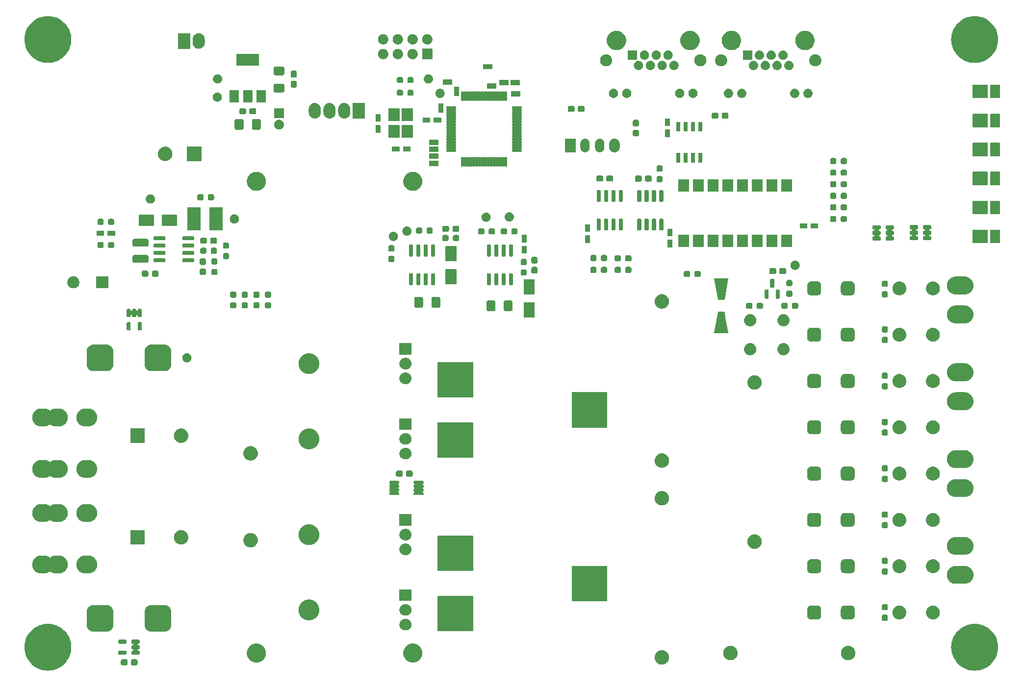
<source format=gbr>
G04 #@! TF.GenerationSoftware,KiCad,Pcbnew,7.99.0-unknown*
G04 #@! TF.CreationDate,2023-05-27T12:11:34+02:00*
G04 #@! TF.ProjectId,driver,64726976-6572-42e6-9b69-6361645f7063,rev?*
G04 #@! TF.SameCoordinates,Original*
G04 #@! TF.FileFunction,Soldermask,Top*
G04 #@! TF.FilePolarity,Negative*
%FSLAX46Y46*%
G04 Gerber Fmt 4.6, Leading zero omitted, Abs format (unit mm)*
G04 Created by KiCad (PCBNEW 7.99.0-unknown) date 2023-05-27 12:11:34*
%MOMM*%
%LPD*%
G01*
G04 APERTURE LIST*
G04 APERTURE END LIST*
G36*
X60097067Y-143068507D02*
G01*
X60490311Y-143126839D01*
X60875943Y-143223435D01*
X61250251Y-143357364D01*
X61609628Y-143527337D01*
X61950615Y-143731717D01*
X62269927Y-143968535D01*
X62564490Y-144235510D01*
X62831465Y-144530073D01*
X63068283Y-144849385D01*
X63272663Y-145190372D01*
X63442636Y-145549749D01*
X63576565Y-145924057D01*
X63673161Y-146309689D01*
X63731493Y-146702933D01*
X63751000Y-147100000D01*
X63731493Y-147497067D01*
X63673161Y-147890311D01*
X63576565Y-148275943D01*
X63442636Y-148650251D01*
X63272663Y-149009628D01*
X63068283Y-149350615D01*
X62831465Y-149669927D01*
X62564490Y-149964490D01*
X62269927Y-150231465D01*
X61950615Y-150468283D01*
X61609628Y-150672663D01*
X61250251Y-150842636D01*
X60875943Y-150976565D01*
X60490311Y-151073161D01*
X60097067Y-151131493D01*
X59700000Y-151151000D01*
X59302933Y-151131493D01*
X58909689Y-151073161D01*
X58524057Y-150976565D01*
X58149749Y-150842636D01*
X57790372Y-150672663D01*
X57449385Y-150468283D01*
X57130073Y-150231465D01*
X56835510Y-149964490D01*
X56568535Y-149669927D01*
X56331717Y-149350615D01*
X56127337Y-149009628D01*
X55957364Y-148650251D01*
X55823435Y-148275943D01*
X55726839Y-147890311D01*
X55668507Y-147497067D01*
X55649000Y-147100000D01*
X55668507Y-146702933D01*
X55726839Y-146309689D01*
X55823435Y-145924057D01*
X55957364Y-145549749D01*
X56127337Y-145190372D01*
X56331717Y-144849385D01*
X56568535Y-144530073D01*
X56835510Y-144235510D01*
X57130073Y-143968535D01*
X57449385Y-143731717D01*
X57790372Y-143527337D01*
X58149749Y-143357364D01*
X58524057Y-143223435D01*
X58909689Y-143126839D01*
X59302933Y-143068507D01*
X59700000Y-143049000D01*
X60097067Y-143068507D01*
G37*
G36*
X220097067Y-143068507D02*
G01*
X220490311Y-143126839D01*
X220875943Y-143223435D01*
X221250251Y-143357364D01*
X221609628Y-143527337D01*
X221950615Y-143731717D01*
X222269927Y-143968535D01*
X222564490Y-144235510D01*
X222831465Y-144530073D01*
X223068283Y-144849385D01*
X223272663Y-145190372D01*
X223442636Y-145549749D01*
X223576565Y-145924057D01*
X223673161Y-146309689D01*
X223731493Y-146702933D01*
X223751000Y-147100000D01*
X223731493Y-147497067D01*
X223673161Y-147890311D01*
X223576565Y-148275943D01*
X223442636Y-148650251D01*
X223272663Y-149009628D01*
X223068283Y-149350615D01*
X222831465Y-149669927D01*
X222564490Y-149964490D01*
X222269927Y-150231465D01*
X221950615Y-150468283D01*
X221609628Y-150672663D01*
X221250251Y-150842636D01*
X220875943Y-150976565D01*
X220490311Y-151073161D01*
X220097067Y-151131493D01*
X219700000Y-151151000D01*
X219302933Y-151131493D01*
X218909689Y-151073161D01*
X218524057Y-150976565D01*
X218149749Y-150842636D01*
X217790372Y-150672663D01*
X217449385Y-150468283D01*
X217130073Y-150231465D01*
X216835510Y-149964490D01*
X216568535Y-149669927D01*
X216331717Y-149350615D01*
X216127337Y-149009628D01*
X215957364Y-148650251D01*
X215823435Y-148275943D01*
X215726839Y-147890311D01*
X215668507Y-147497067D01*
X215649000Y-147100000D01*
X215668507Y-146702933D01*
X215726839Y-146309689D01*
X215823435Y-145924057D01*
X215957364Y-145549749D01*
X216127337Y-145190372D01*
X216331717Y-144849385D01*
X216568535Y-144530073D01*
X216835510Y-144235510D01*
X217130073Y-143968535D01*
X217449385Y-143731717D01*
X217790372Y-143527337D01*
X218149749Y-143357364D01*
X218524057Y-143223435D01*
X218909689Y-143126839D01*
X219302933Y-143068507D01*
X219700000Y-143049000D01*
X220097067Y-143068507D01*
G37*
G36*
X73241052Y-149181663D02*
G01*
X73256434Y-149188455D01*
X73263670Y-149189601D01*
X73293802Y-149204954D01*
X73338042Y-149224488D01*
X73413012Y-149299458D01*
X73432548Y-149343704D01*
X73447898Y-149373829D01*
X73449043Y-149381062D01*
X73455837Y-149396448D01*
X73463500Y-149462500D01*
X73463500Y-149937500D01*
X73455837Y-150003552D01*
X73449043Y-150018938D01*
X73447898Y-150026170D01*
X73432552Y-150056287D01*
X73413012Y-150100542D01*
X73338042Y-150175512D01*
X73293787Y-150195052D01*
X73263670Y-150210398D01*
X73256438Y-150211543D01*
X73241052Y-150218337D01*
X73175000Y-150226000D01*
X72575000Y-150226000D01*
X72508948Y-150218337D01*
X72493562Y-150211543D01*
X72486329Y-150210398D01*
X72456204Y-150195048D01*
X72411958Y-150175512D01*
X72336988Y-150100542D01*
X72317454Y-150056302D01*
X72302101Y-150026170D01*
X72300955Y-150018934D01*
X72294163Y-150003552D01*
X72286500Y-149937500D01*
X72286500Y-149462500D01*
X72294163Y-149396448D01*
X72300954Y-149381065D01*
X72302101Y-149373829D01*
X72317457Y-149343690D01*
X72336988Y-149299458D01*
X72411958Y-149224488D01*
X72456190Y-149204957D01*
X72486329Y-149189601D01*
X72493565Y-149188454D01*
X72508948Y-149181663D01*
X72575000Y-149174000D01*
X73175000Y-149174000D01*
X73241052Y-149181663D01*
G37*
G36*
X74966052Y-149181663D02*
G01*
X74981434Y-149188455D01*
X74988670Y-149189601D01*
X75018802Y-149204954D01*
X75063042Y-149224488D01*
X75138012Y-149299458D01*
X75157548Y-149343704D01*
X75172898Y-149373829D01*
X75174043Y-149381062D01*
X75180837Y-149396448D01*
X75188500Y-149462500D01*
X75188500Y-149937500D01*
X75180837Y-150003552D01*
X75174043Y-150018938D01*
X75172898Y-150026170D01*
X75157552Y-150056287D01*
X75138012Y-150100542D01*
X75063042Y-150175512D01*
X75018787Y-150195052D01*
X74988670Y-150210398D01*
X74981438Y-150211543D01*
X74966052Y-150218337D01*
X74900000Y-150226000D01*
X74300000Y-150226000D01*
X74233948Y-150218337D01*
X74218562Y-150211543D01*
X74211329Y-150210398D01*
X74181204Y-150195048D01*
X74136958Y-150175512D01*
X74061988Y-150100542D01*
X74042454Y-150056302D01*
X74027101Y-150026170D01*
X74025955Y-150018934D01*
X74019163Y-150003552D01*
X74011500Y-149937500D01*
X74011500Y-149462500D01*
X74019163Y-149396448D01*
X74025954Y-149381065D01*
X74027101Y-149373829D01*
X74042457Y-149343690D01*
X74061988Y-149299458D01*
X74136958Y-149224488D01*
X74181190Y-149204957D01*
X74211329Y-149189601D01*
X74218565Y-149188454D01*
X74233948Y-149181663D01*
X74300000Y-149174000D01*
X74900000Y-149174000D01*
X74966052Y-149181663D01*
G37*
G36*
X165753720Y-147603700D02*
G01*
X165803273Y-147603700D01*
X165857891Y-147612814D01*
X165917234Y-147618006D01*
X165963834Y-147630492D01*
X166006997Y-147637695D01*
X166064900Y-147657573D01*
X166127867Y-147674445D01*
X166166438Y-147692430D01*
X166202349Y-147704759D01*
X166261347Y-147736687D01*
X166325500Y-147766602D01*
X166355701Y-147787749D01*
X166383995Y-147803061D01*
X166441590Y-147847889D01*
X166504127Y-147891678D01*
X166526167Y-147913718D01*
X166546987Y-147929923D01*
X166600470Y-147988021D01*
X166658322Y-148045873D01*
X166672924Y-148066727D01*
X166686878Y-148081885D01*
X166733430Y-148153139D01*
X166783398Y-148224500D01*
X166791738Y-148242385D01*
X166799843Y-148254791D01*
X166836635Y-148338668D01*
X166875555Y-148422133D01*
X166879179Y-148435658D01*
X166882813Y-148443943D01*
X166907144Y-148540025D01*
X166931994Y-148632766D01*
X166932714Y-148641000D01*
X166933515Y-148644162D01*
X166942893Y-148757345D01*
X166951000Y-148850000D01*
X166942891Y-148942681D01*
X166933515Y-149055837D01*
X166932714Y-149058997D01*
X166931994Y-149067234D01*
X166907139Y-149159991D01*
X166882813Y-149256056D01*
X166879179Y-149264338D01*
X166875555Y-149277867D01*
X166836627Y-149361347D01*
X166799843Y-149445208D01*
X166791739Y-149457611D01*
X166783398Y-149475500D01*
X166733421Y-149546874D01*
X166686878Y-149618114D01*
X166672927Y-149633268D01*
X166658322Y-149654127D01*
X166600458Y-149711990D01*
X166546987Y-149770076D01*
X166526172Y-149786276D01*
X166504127Y-149808322D01*
X166441577Y-149852119D01*
X166383995Y-149896938D01*
X166355707Y-149912246D01*
X166325500Y-149933398D01*
X166261334Y-149963318D01*
X166202349Y-149995240D01*
X166166446Y-150007565D01*
X166127867Y-150025555D01*
X166064887Y-150042430D01*
X166006997Y-150062304D01*
X165963842Y-150069505D01*
X165917234Y-150081994D01*
X165857888Y-150087186D01*
X165803273Y-150096300D01*
X165753720Y-150096300D01*
X165700000Y-150101000D01*
X165646280Y-150096300D01*
X165596727Y-150096300D01*
X165542111Y-150087186D01*
X165482766Y-150081994D01*
X165436159Y-150069505D01*
X165393002Y-150062304D01*
X165335108Y-150042429D01*
X165272133Y-150025555D01*
X165233556Y-150007566D01*
X165197650Y-149995240D01*
X165138658Y-149963315D01*
X165074500Y-149933398D01*
X165044295Y-149912248D01*
X165016004Y-149896938D01*
X164958412Y-149852112D01*
X164895873Y-149808322D01*
X164873831Y-149786280D01*
X164853012Y-149770076D01*
X164799528Y-149711977D01*
X164741678Y-149654127D01*
X164727075Y-149633273D01*
X164713121Y-149618114D01*
X164666563Y-149546852D01*
X164616602Y-149475500D01*
X164608262Y-149457616D01*
X164600156Y-149445208D01*
X164563355Y-149361311D01*
X164524445Y-149277867D01*
X164520821Y-149264344D01*
X164517186Y-149256056D01*
X164492842Y-149159923D01*
X164468006Y-149067234D01*
X164467285Y-149059003D01*
X164466484Y-149055837D01*
X164457089Y-148942456D01*
X164449000Y-148850000D01*
X164457088Y-148757551D01*
X164466484Y-148644162D01*
X164467286Y-148640994D01*
X164468006Y-148632766D01*
X164492837Y-148540093D01*
X164517186Y-148443943D01*
X164520822Y-148435653D01*
X164524445Y-148422133D01*
X164563348Y-148338704D01*
X164600156Y-148254791D01*
X164608264Y-148242380D01*
X164616602Y-148224500D01*
X164666554Y-148153160D01*
X164713121Y-148081885D01*
X164727078Y-148066722D01*
X164741678Y-148045873D01*
X164799517Y-147988033D01*
X164853012Y-147929923D01*
X164873835Y-147913715D01*
X164895873Y-147891678D01*
X164958399Y-147847896D01*
X165016004Y-147803061D01*
X165044301Y-147787746D01*
X165074500Y-147766602D01*
X165138644Y-147736690D01*
X165197650Y-147704759D01*
X165233564Y-147692429D01*
X165272133Y-147674445D01*
X165335095Y-147657574D01*
X165393002Y-147637695D01*
X165436166Y-147630492D01*
X165482766Y-147618006D01*
X165542107Y-147612814D01*
X165596727Y-147603700D01*
X165646280Y-147603700D01*
X165700000Y-147599000D01*
X165753720Y-147603700D01*
G37*
G36*
X95763098Y-146453966D02*
G01*
X95823353Y-146453966D01*
X95889199Y-146463890D01*
X95958273Y-146469327D01*
X96013947Y-146482693D01*
X96067302Y-146490735D01*
X96137021Y-146512240D01*
X96210187Y-146529806D01*
X96257495Y-146549401D01*
X96303052Y-146563454D01*
X96374569Y-146597895D01*
X96449538Y-146628948D01*
X96488022Y-146652531D01*
X96525322Y-146670494D01*
X96596271Y-146718866D01*
X96670433Y-146764313D01*
X96700127Y-146789674D01*
X96729162Y-146809470D01*
X96796956Y-146872374D01*
X96867433Y-146932567D01*
X96888834Y-146957625D01*
X96910011Y-146977274D01*
X96971925Y-147054911D01*
X97035687Y-147129567D01*
X97049709Y-147152449D01*
X97063830Y-147170156D01*
X97117087Y-147262399D01*
X97171052Y-147350462D01*
X97178977Y-147369597D01*
X97187185Y-147383812D01*
X97229038Y-147490454D01*
X97270194Y-147589813D01*
X97273597Y-147603991D01*
X97277314Y-147613460D01*
X97305157Y-147735446D01*
X97330673Y-147841727D01*
X97331334Y-147850133D01*
X97332214Y-147853986D01*
X97343684Y-148007043D01*
X97351000Y-148100000D01*
X97343681Y-148192988D01*
X97332214Y-148346013D01*
X97331334Y-148349865D01*
X97330673Y-148358273D01*
X97305152Y-148464573D01*
X97277314Y-148586539D01*
X97273598Y-148596005D01*
X97270194Y-148610187D01*
X97229031Y-148709563D01*
X97187185Y-148816187D01*
X97178979Y-148830399D01*
X97171052Y-148849538D01*
X97117077Y-148937616D01*
X97063830Y-149029843D01*
X97049712Y-149047546D01*
X97035687Y-149070433D01*
X96971913Y-149145102D01*
X96910011Y-149222725D01*
X96888838Y-149242369D01*
X96867433Y-149267433D01*
X96796942Y-149327637D01*
X96729162Y-149390529D01*
X96700133Y-149410320D01*
X96670433Y-149435687D01*
X96596257Y-149481142D01*
X96525322Y-149529505D01*
X96488030Y-149547463D01*
X96449538Y-149571052D01*
X96374554Y-149602110D01*
X96303052Y-149636545D01*
X96257504Y-149650594D01*
X96210187Y-149670194D01*
X96137007Y-149687762D01*
X96067302Y-149709264D01*
X96013955Y-149717304D01*
X95958273Y-149730673D01*
X95889195Y-149736109D01*
X95823353Y-149746034D01*
X95763098Y-149746034D01*
X95700000Y-149751000D01*
X95636902Y-149746034D01*
X95576647Y-149746034D01*
X95510803Y-149736109D01*
X95441727Y-149730673D01*
X95386045Y-149717305D01*
X95332697Y-149709264D01*
X95262988Y-149687761D01*
X95189813Y-149670194D01*
X95142498Y-149650595D01*
X95096947Y-149636545D01*
X95025438Y-149602107D01*
X94950462Y-149571052D01*
X94911972Y-149547465D01*
X94874675Y-149529504D01*
X94803726Y-149481131D01*
X94729567Y-149435687D01*
X94699873Y-149410326D01*
X94670839Y-149390531D01*
X94603043Y-149327625D01*
X94532567Y-149267433D01*
X94511164Y-149242374D01*
X94489988Y-149222725D01*
X94428071Y-149145084D01*
X94364313Y-149070433D01*
X94350291Y-149047551D01*
X94336169Y-149029843D01*
X94282905Y-148937588D01*
X94228948Y-148849538D01*
X94221023Y-148830405D01*
X94212814Y-148816187D01*
X94170949Y-148709517D01*
X94129806Y-148610187D01*
X94126402Y-148596012D01*
X94122685Y-148586539D01*
X94094827Y-148464488D01*
X94069327Y-148358273D01*
X94068665Y-148349871D01*
X94067785Y-148346013D01*
X94056297Y-148192722D01*
X94049000Y-148100000D01*
X94056295Y-148007309D01*
X94067785Y-147853986D01*
X94068665Y-147850126D01*
X94069327Y-147841727D01*
X94094822Y-147735530D01*
X94122685Y-147613460D01*
X94126403Y-147603984D01*
X94129806Y-147589813D01*
X94170942Y-147490500D01*
X94212814Y-147383812D01*
X94221024Y-147369590D01*
X94228948Y-147350462D01*
X94282895Y-147262427D01*
X94336169Y-147170156D01*
X94350293Y-147152443D01*
X94364313Y-147129567D01*
X94428059Y-147054929D01*
X94489988Y-146977274D01*
X94511169Y-146957620D01*
X94532567Y-146932567D01*
X94603029Y-146872386D01*
X94670839Y-146809468D01*
X94699879Y-146789668D01*
X94729567Y-146764313D01*
X94803711Y-146718876D01*
X94874675Y-146670495D01*
X94911980Y-146652529D01*
X94950462Y-146628948D01*
X95025423Y-146597898D01*
X95096947Y-146563454D01*
X95142507Y-146549400D01*
X95189813Y-146529806D01*
X95262973Y-146512241D01*
X95332697Y-146490735D01*
X95386054Y-146482692D01*
X95441727Y-146469327D01*
X95510799Y-146463890D01*
X95576647Y-146453966D01*
X95636902Y-146453966D01*
X95700000Y-146449000D01*
X95763098Y-146453966D01*
G37*
G36*
X122763098Y-146453966D02*
G01*
X122823353Y-146453966D01*
X122889199Y-146463890D01*
X122958273Y-146469327D01*
X123013947Y-146482693D01*
X123067302Y-146490735D01*
X123137021Y-146512240D01*
X123210187Y-146529806D01*
X123257495Y-146549401D01*
X123303052Y-146563454D01*
X123374569Y-146597895D01*
X123449538Y-146628948D01*
X123488022Y-146652531D01*
X123525322Y-146670494D01*
X123596271Y-146718866D01*
X123670433Y-146764313D01*
X123700127Y-146789674D01*
X123729162Y-146809470D01*
X123796956Y-146872374D01*
X123867433Y-146932567D01*
X123888834Y-146957625D01*
X123910011Y-146977274D01*
X123971925Y-147054911D01*
X124035687Y-147129567D01*
X124049709Y-147152449D01*
X124063830Y-147170156D01*
X124117087Y-147262399D01*
X124171052Y-147350462D01*
X124178977Y-147369597D01*
X124187185Y-147383812D01*
X124229038Y-147490454D01*
X124270194Y-147589813D01*
X124273597Y-147603991D01*
X124277314Y-147613460D01*
X124305157Y-147735446D01*
X124330673Y-147841727D01*
X124331334Y-147850133D01*
X124332214Y-147853986D01*
X124343684Y-148007043D01*
X124351000Y-148100000D01*
X124343681Y-148192988D01*
X124332214Y-148346013D01*
X124331334Y-148349865D01*
X124330673Y-148358273D01*
X124305152Y-148464573D01*
X124277314Y-148586539D01*
X124273598Y-148596005D01*
X124270194Y-148610187D01*
X124229031Y-148709563D01*
X124187185Y-148816187D01*
X124178979Y-148830399D01*
X124171052Y-148849538D01*
X124117077Y-148937616D01*
X124063830Y-149029843D01*
X124049712Y-149047546D01*
X124035687Y-149070433D01*
X123971913Y-149145102D01*
X123910011Y-149222725D01*
X123888838Y-149242369D01*
X123867433Y-149267433D01*
X123796942Y-149327637D01*
X123729162Y-149390529D01*
X123700133Y-149410320D01*
X123670433Y-149435687D01*
X123596257Y-149481142D01*
X123525322Y-149529505D01*
X123488030Y-149547463D01*
X123449538Y-149571052D01*
X123374554Y-149602110D01*
X123303052Y-149636545D01*
X123257504Y-149650594D01*
X123210187Y-149670194D01*
X123137007Y-149687762D01*
X123067302Y-149709264D01*
X123013955Y-149717304D01*
X122958273Y-149730673D01*
X122889195Y-149736109D01*
X122823353Y-149746034D01*
X122763098Y-149746034D01*
X122700000Y-149751000D01*
X122636902Y-149746034D01*
X122576647Y-149746034D01*
X122510803Y-149736109D01*
X122441727Y-149730673D01*
X122386045Y-149717305D01*
X122332697Y-149709264D01*
X122262988Y-149687761D01*
X122189813Y-149670194D01*
X122142498Y-149650595D01*
X122096947Y-149636545D01*
X122025438Y-149602107D01*
X121950462Y-149571052D01*
X121911972Y-149547465D01*
X121874675Y-149529504D01*
X121803726Y-149481131D01*
X121729567Y-149435687D01*
X121699873Y-149410326D01*
X121670839Y-149390531D01*
X121603043Y-149327625D01*
X121532567Y-149267433D01*
X121511164Y-149242374D01*
X121489988Y-149222725D01*
X121428071Y-149145084D01*
X121364313Y-149070433D01*
X121350291Y-149047551D01*
X121336169Y-149029843D01*
X121282905Y-148937588D01*
X121228948Y-148849538D01*
X121221023Y-148830405D01*
X121212814Y-148816187D01*
X121170949Y-148709517D01*
X121129806Y-148610187D01*
X121126402Y-148596012D01*
X121122685Y-148586539D01*
X121094827Y-148464488D01*
X121069327Y-148358273D01*
X121068665Y-148349871D01*
X121067785Y-148346013D01*
X121056297Y-148192722D01*
X121049000Y-148100000D01*
X121056295Y-148007309D01*
X121067785Y-147853986D01*
X121068665Y-147850126D01*
X121069327Y-147841727D01*
X121094822Y-147735530D01*
X121122685Y-147613460D01*
X121126403Y-147603984D01*
X121129806Y-147589813D01*
X121170942Y-147490500D01*
X121212814Y-147383812D01*
X121221024Y-147369590D01*
X121228948Y-147350462D01*
X121282895Y-147262427D01*
X121336169Y-147170156D01*
X121350293Y-147152443D01*
X121364313Y-147129567D01*
X121428059Y-147054929D01*
X121489988Y-146977274D01*
X121511169Y-146957620D01*
X121532567Y-146932567D01*
X121603029Y-146872386D01*
X121670839Y-146809468D01*
X121699879Y-146789668D01*
X121729567Y-146764313D01*
X121803711Y-146718876D01*
X121874675Y-146670495D01*
X121911980Y-146652529D01*
X121950462Y-146628948D01*
X122025423Y-146597898D01*
X122096947Y-146563454D01*
X122142507Y-146549400D01*
X122189813Y-146529806D01*
X122262973Y-146512241D01*
X122332697Y-146490735D01*
X122386054Y-146482692D01*
X122441727Y-146469327D01*
X122510799Y-146463890D01*
X122576647Y-146453966D01*
X122636902Y-146453966D01*
X122700000Y-146449000D01*
X122763098Y-146453966D01*
G37*
G36*
X177593720Y-146853700D02*
G01*
X177643273Y-146853700D01*
X177697891Y-146862814D01*
X177757234Y-146868006D01*
X177803834Y-146880492D01*
X177846997Y-146887695D01*
X177904900Y-146907573D01*
X177967867Y-146924445D01*
X178006438Y-146942430D01*
X178042349Y-146954759D01*
X178101347Y-146986687D01*
X178165500Y-147016602D01*
X178195701Y-147037749D01*
X178223995Y-147053061D01*
X178281590Y-147097889D01*
X178344127Y-147141678D01*
X178366167Y-147163718D01*
X178386987Y-147179923D01*
X178440470Y-147238021D01*
X178498322Y-147295873D01*
X178512924Y-147316727D01*
X178526878Y-147331885D01*
X178573430Y-147403139D01*
X178623398Y-147474500D01*
X178631738Y-147492385D01*
X178639843Y-147504791D01*
X178676635Y-147588668D01*
X178715555Y-147672133D01*
X178719179Y-147685658D01*
X178722813Y-147693943D01*
X178747144Y-147790025D01*
X178771994Y-147882766D01*
X178772714Y-147891000D01*
X178773515Y-147894162D01*
X178782892Y-148007335D01*
X178791000Y-148100000D01*
X178782892Y-148192672D01*
X178773515Y-148305837D01*
X178772714Y-148308997D01*
X178771994Y-148317234D01*
X178747139Y-148409991D01*
X178722813Y-148506056D01*
X178719179Y-148514338D01*
X178715555Y-148527867D01*
X178676627Y-148611347D01*
X178639843Y-148695208D01*
X178631739Y-148707611D01*
X178623398Y-148725500D01*
X178573421Y-148796874D01*
X178526878Y-148868114D01*
X178512927Y-148883268D01*
X178498322Y-148904127D01*
X178440458Y-148961990D01*
X178386987Y-149020076D01*
X178366172Y-149036276D01*
X178344127Y-149058322D01*
X178281577Y-149102119D01*
X178223995Y-149146938D01*
X178195707Y-149162246D01*
X178165500Y-149183398D01*
X178101334Y-149213318D01*
X178042349Y-149245240D01*
X178006446Y-149257565D01*
X177967867Y-149275555D01*
X177904887Y-149292430D01*
X177846997Y-149312304D01*
X177803842Y-149319505D01*
X177757234Y-149331994D01*
X177697888Y-149337186D01*
X177643273Y-149346300D01*
X177593720Y-149346300D01*
X177540000Y-149351000D01*
X177486280Y-149346300D01*
X177436727Y-149346300D01*
X177382111Y-149337186D01*
X177322766Y-149331994D01*
X177276159Y-149319505D01*
X177233002Y-149312304D01*
X177175108Y-149292429D01*
X177112133Y-149275555D01*
X177073556Y-149257566D01*
X177037650Y-149245240D01*
X176978658Y-149213315D01*
X176914500Y-149183398D01*
X176884295Y-149162248D01*
X176856004Y-149146938D01*
X176798412Y-149102112D01*
X176735873Y-149058322D01*
X176713831Y-149036280D01*
X176693012Y-149020076D01*
X176639528Y-148961977D01*
X176581678Y-148904127D01*
X176567075Y-148883273D01*
X176553121Y-148868114D01*
X176506563Y-148796852D01*
X176456602Y-148725500D01*
X176448262Y-148707616D01*
X176440156Y-148695208D01*
X176403355Y-148611311D01*
X176364445Y-148527867D01*
X176360821Y-148514344D01*
X176357186Y-148506056D01*
X176332842Y-148409923D01*
X176308006Y-148317234D01*
X176307285Y-148309003D01*
X176306484Y-148305837D01*
X176297089Y-148192456D01*
X176289000Y-148100000D01*
X176297088Y-148007551D01*
X176306484Y-147894162D01*
X176307286Y-147890994D01*
X176308006Y-147882766D01*
X176332837Y-147790093D01*
X176357186Y-147693943D01*
X176360822Y-147685653D01*
X176364445Y-147672133D01*
X176403348Y-147588704D01*
X176440156Y-147504791D01*
X176448264Y-147492380D01*
X176456602Y-147474500D01*
X176506554Y-147403160D01*
X176553121Y-147331885D01*
X176567078Y-147316722D01*
X176581678Y-147295873D01*
X176639517Y-147238033D01*
X176693012Y-147179923D01*
X176713835Y-147163715D01*
X176735873Y-147141678D01*
X176798399Y-147097896D01*
X176856004Y-147053061D01*
X176884301Y-147037746D01*
X176914500Y-147016602D01*
X176978644Y-146986690D01*
X177037650Y-146954759D01*
X177073564Y-146942429D01*
X177112133Y-146924445D01*
X177175095Y-146907574D01*
X177233002Y-146887695D01*
X177276166Y-146880492D01*
X177322766Y-146868006D01*
X177382107Y-146862814D01*
X177436727Y-146853700D01*
X177486280Y-146853700D01*
X177540000Y-146849000D01*
X177593720Y-146853700D01*
G37*
G36*
X197913720Y-146853700D02*
G01*
X197963273Y-146853700D01*
X198017891Y-146862814D01*
X198077234Y-146868006D01*
X198123834Y-146880492D01*
X198166997Y-146887695D01*
X198224900Y-146907573D01*
X198287867Y-146924445D01*
X198326438Y-146942430D01*
X198362349Y-146954759D01*
X198421347Y-146986687D01*
X198485500Y-147016602D01*
X198515701Y-147037749D01*
X198543995Y-147053061D01*
X198601590Y-147097889D01*
X198664127Y-147141678D01*
X198686167Y-147163718D01*
X198706987Y-147179923D01*
X198760470Y-147238021D01*
X198818322Y-147295873D01*
X198832924Y-147316727D01*
X198846878Y-147331885D01*
X198893430Y-147403139D01*
X198943398Y-147474500D01*
X198951738Y-147492385D01*
X198959843Y-147504791D01*
X198996635Y-147588668D01*
X199035555Y-147672133D01*
X199039179Y-147685658D01*
X199042813Y-147693943D01*
X199067144Y-147790025D01*
X199091994Y-147882766D01*
X199092714Y-147891000D01*
X199093515Y-147894162D01*
X199102893Y-148007345D01*
X199111000Y-148100000D01*
X199102891Y-148192681D01*
X199093515Y-148305837D01*
X199092714Y-148308997D01*
X199091994Y-148317234D01*
X199067139Y-148409991D01*
X199042813Y-148506056D01*
X199039179Y-148514338D01*
X199035555Y-148527867D01*
X198996627Y-148611347D01*
X198959843Y-148695208D01*
X198951739Y-148707611D01*
X198943398Y-148725500D01*
X198893421Y-148796874D01*
X198846878Y-148868114D01*
X198832927Y-148883268D01*
X198818322Y-148904127D01*
X198760458Y-148961990D01*
X198706987Y-149020076D01*
X198686172Y-149036276D01*
X198664127Y-149058322D01*
X198601577Y-149102119D01*
X198543995Y-149146938D01*
X198515707Y-149162246D01*
X198485500Y-149183398D01*
X198421334Y-149213318D01*
X198362349Y-149245240D01*
X198326446Y-149257565D01*
X198287867Y-149275555D01*
X198224887Y-149292430D01*
X198166997Y-149312304D01*
X198123842Y-149319505D01*
X198077234Y-149331994D01*
X198017888Y-149337186D01*
X197963273Y-149346300D01*
X197913720Y-149346300D01*
X197860000Y-149351000D01*
X197806280Y-149346300D01*
X197756727Y-149346300D01*
X197702111Y-149337186D01*
X197642766Y-149331994D01*
X197596159Y-149319505D01*
X197553002Y-149312304D01*
X197495108Y-149292429D01*
X197432133Y-149275555D01*
X197393556Y-149257566D01*
X197357650Y-149245240D01*
X197298658Y-149213315D01*
X197234500Y-149183398D01*
X197204295Y-149162248D01*
X197176004Y-149146938D01*
X197118412Y-149102112D01*
X197055873Y-149058322D01*
X197033831Y-149036280D01*
X197013012Y-149020076D01*
X196959528Y-148961977D01*
X196901678Y-148904127D01*
X196887075Y-148883273D01*
X196873121Y-148868114D01*
X196826563Y-148796852D01*
X196776602Y-148725500D01*
X196768262Y-148707616D01*
X196760156Y-148695208D01*
X196723355Y-148611311D01*
X196684445Y-148527867D01*
X196680821Y-148514344D01*
X196677186Y-148506056D01*
X196652842Y-148409923D01*
X196628006Y-148317234D01*
X196627285Y-148309003D01*
X196626484Y-148305837D01*
X196617089Y-148192456D01*
X196609000Y-148100000D01*
X196617088Y-148007551D01*
X196626484Y-147894162D01*
X196627286Y-147890994D01*
X196628006Y-147882766D01*
X196652837Y-147790093D01*
X196677186Y-147693943D01*
X196680822Y-147685653D01*
X196684445Y-147672133D01*
X196723348Y-147588704D01*
X196760156Y-147504791D01*
X196768264Y-147492380D01*
X196776602Y-147474500D01*
X196826554Y-147403160D01*
X196873121Y-147331885D01*
X196887078Y-147316722D01*
X196901678Y-147295873D01*
X196959517Y-147238033D01*
X197013012Y-147179923D01*
X197033835Y-147163715D01*
X197055873Y-147141678D01*
X197118399Y-147097896D01*
X197176004Y-147053061D01*
X197204301Y-147037746D01*
X197234500Y-147016602D01*
X197298644Y-146986690D01*
X197357650Y-146954759D01*
X197393564Y-146942429D01*
X197432133Y-146924445D01*
X197495095Y-146907574D01*
X197553002Y-146887695D01*
X197596166Y-146880492D01*
X197642766Y-146868006D01*
X197702107Y-146862814D01*
X197756727Y-146853700D01*
X197806280Y-146853700D01*
X197860000Y-146849000D01*
X197913720Y-146853700D01*
G37*
G36*
X73091040Y-147702190D02*
G01*
X73123987Y-147706528D01*
X73132274Y-147710392D01*
X73151919Y-147714300D01*
X73177938Y-147731686D01*
X73189180Y-147736928D01*
X73196019Y-147743767D01*
X73217128Y-147757872D01*
X73231232Y-147778980D01*
X73238071Y-147785819D01*
X73243312Y-147797058D01*
X73260700Y-147823081D01*
X73264607Y-147842727D01*
X73268471Y-147851012D01*
X73272806Y-147883946D01*
X73276000Y-147900000D01*
X73276000Y-148200000D01*
X73272806Y-148216054D01*
X73268471Y-148248987D01*
X73264608Y-148257270D01*
X73260700Y-148276919D01*
X73243310Y-148302943D01*
X73238071Y-148314180D01*
X73231234Y-148321016D01*
X73217128Y-148342128D01*
X73196016Y-148356234D01*
X73189180Y-148363071D01*
X73177943Y-148368310D01*
X73151919Y-148385700D01*
X73132270Y-148389608D01*
X73123987Y-148393471D01*
X73091054Y-148397806D01*
X73075000Y-148401000D01*
X72050000Y-148401000D01*
X72033946Y-148397806D01*
X72001012Y-148393471D01*
X71992727Y-148389607D01*
X71973081Y-148385700D01*
X71947058Y-148368312D01*
X71935819Y-148363071D01*
X71928980Y-148356232D01*
X71907872Y-148342128D01*
X71893767Y-148321019D01*
X71886928Y-148314180D01*
X71881686Y-148302938D01*
X71864300Y-148276919D01*
X71860392Y-148257274D01*
X71856528Y-148248987D01*
X71852190Y-148216040D01*
X71849000Y-148200000D01*
X71849000Y-147900000D01*
X71852190Y-147883961D01*
X71856528Y-147851012D01*
X71860392Y-147842723D01*
X71864300Y-147823081D01*
X71881684Y-147797063D01*
X71886928Y-147785819D01*
X71893769Y-147778977D01*
X71907872Y-147757872D01*
X71928977Y-147743769D01*
X71935819Y-147736928D01*
X71947063Y-147731684D01*
X71973081Y-147714300D01*
X71992723Y-147710392D01*
X72001012Y-147706528D01*
X72033961Y-147702190D01*
X72050000Y-147699000D01*
X73075000Y-147699000D01*
X73091040Y-147702190D01*
G37*
G36*
X75366040Y-145802190D02*
G01*
X75398987Y-145806528D01*
X75407274Y-145810392D01*
X75426919Y-145814300D01*
X75452938Y-145831686D01*
X75464180Y-145836928D01*
X75471019Y-145843767D01*
X75492128Y-145857872D01*
X75506232Y-145878980D01*
X75513071Y-145885819D01*
X75518312Y-145897058D01*
X75535700Y-145923081D01*
X75539607Y-145942727D01*
X75543471Y-145951012D01*
X75547806Y-145983946D01*
X75551000Y-146000000D01*
X75551000Y-146300000D01*
X75547806Y-146316054D01*
X75543471Y-146348987D01*
X75539608Y-146357270D01*
X75535700Y-146376919D01*
X75518310Y-146402943D01*
X75513071Y-146414180D01*
X75506234Y-146421016D01*
X75492128Y-146442128D01*
X75471016Y-146456234D01*
X75464180Y-146463071D01*
X75452943Y-146468310D01*
X75426919Y-146485700D01*
X75407270Y-146489608D01*
X75398987Y-146493471D01*
X75366062Y-146497804D01*
X75350000Y-146501000D01*
X75341790Y-146501000D01*
X75232586Y-146515375D01*
X75232584Y-146734620D01*
X75341808Y-146749000D01*
X75350000Y-146749000D01*
X75366036Y-146752189D01*
X75398987Y-146756528D01*
X75407274Y-146760392D01*
X75426919Y-146764300D01*
X75452938Y-146781686D01*
X75464180Y-146786928D01*
X75471019Y-146793767D01*
X75492128Y-146807872D01*
X75506232Y-146828980D01*
X75513071Y-146835819D01*
X75518312Y-146847058D01*
X75535700Y-146873081D01*
X75539607Y-146892727D01*
X75543471Y-146901012D01*
X75547806Y-146933946D01*
X75551000Y-146950000D01*
X75551000Y-147250000D01*
X75547806Y-147266054D01*
X75543471Y-147298987D01*
X75539608Y-147307270D01*
X75535700Y-147326919D01*
X75518310Y-147352943D01*
X75513071Y-147364180D01*
X75506234Y-147371016D01*
X75492128Y-147392128D01*
X75471016Y-147406234D01*
X75464180Y-147413071D01*
X75452943Y-147418310D01*
X75426919Y-147435700D01*
X75407270Y-147439608D01*
X75398987Y-147443471D01*
X75366062Y-147447804D01*
X75350000Y-147451000D01*
X75341790Y-147451000D01*
X75232586Y-147465375D01*
X75232584Y-147684620D01*
X75341808Y-147699000D01*
X75350000Y-147699000D01*
X75366036Y-147702189D01*
X75398987Y-147706528D01*
X75407274Y-147710392D01*
X75426919Y-147714300D01*
X75452938Y-147731686D01*
X75464180Y-147736928D01*
X75471019Y-147743767D01*
X75492128Y-147757872D01*
X75506232Y-147778980D01*
X75513071Y-147785819D01*
X75518312Y-147797058D01*
X75535700Y-147823081D01*
X75539607Y-147842727D01*
X75543471Y-147851012D01*
X75547806Y-147883946D01*
X75551000Y-147900000D01*
X75551000Y-148200000D01*
X75547806Y-148216054D01*
X75543471Y-148248987D01*
X75539608Y-148257270D01*
X75535700Y-148276919D01*
X75518310Y-148302943D01*
X75513071Y-148314180D01*
X75506234Y-148321016D01*
X75492128Y-148342128D01*
X75471016Y-148356234D01*
X75464180Y-148363071D01*
X75452943Y-148368310D01*
X75426919Y-148385700D01*
X75407270Y-148389608D01*
X75398987Y-148393471D01*
X75366054Y-148397806D01*
X75350000Y-148401000D01*
X74325000Y-148401000D01*
X74308946Y-148397806D01*
X74276012Y-148393471D01*
X74267727Y-148389607D01*
X74248081Y-148385700D01*
X74222058Y-148368312D01*
X74210819Y-148363071D01*
X74203980Y-148356232D01*
X74182872Y-148342128D01*
X74168767Y-148321019D01*
X74161928Y-148314180D01*
X74156686Y-148302938D01*
X74139300Y-148276919D01*
X74135392Y-148257274D01*
X74131528Y-148248987D01*
X74127190Y-148216040D01*
X74124000Y-148200000D01*
X74124000Y-147900000D01*
X74127190Y-147883961D01*
X74131528Y-147851012D01*
X74135392Y-147842723D01*
X74139300Y-147823081D01*
X74156684Y-147797063D01*
X74161928Y-147785819D01*
X74168769Y-147778977D01*
X74182872Y-147757872D01*
X74203977Y-147743769D01*
X74210819Y-147736928D01*
X74222063Y-147731684D01*
X74248081Y-147714300D01*
X74267723Y-147710392D01*
X74276012Y-147706528D01*
X74308959Y-147702190D01*
X74325000Y-147699000D01*
X74333196Y-147699000D01*
X74442414Y-147684622D01*
X74442414Y-147465378D01*
X74333201Y-147451000D01*
X74325000Y-147451000D01*
X74308947Y-147447807D01*
X74276012Y-147443471D01*
X74267727Y-147439607D01*
X74248081Y-147435700D01*
X74222058Y-147418312D01*
X74210819Y-147413071D01*
X74203980Y-147406232D01*
X74182872Y-147392128D01*
X74168767Y-147371019D01*
X74161928Y-147364180D01*
X74156686Y-147352938D01*
X74139300Y-147326919D01*
X74135392Y-147307274D01*
X74131528Y-147298987D01*
X74127190Y-147266040D01*
X74124000Y-147250000D01*
X74124000Y-146950000D01*
X74127190Y-146933961D01*
X74131528Y-146901012D01*
X74135392Y-146892723D01*
X74139300Y-146873081D01*
X74156684Y-146847063D01*
X74161928Y-146835819D01*
X74168769Y-146828977D01*
X74182872Y-146807872D01*
X74203977Y-146793769D01*
X74210819Y-146786928D01*
X74222063Y-146781684D01*
X74248081Y-146764300D01*
X74267723Y-146760392D01*
X74276012Y-146756528D01*
X74308959Y-146752190D01*
X74325000Y-146749000D01*
X74333196Y-146749000D01*
X74442414Y-146734622D01*
X74442414Y-146515378D01*
X74333201Y-146501000D01*
X74325000Y-146501000D01*
X74308947Y-146497807D01*
X74276012Y-146493471D01*
X74267727Y-146489607D01*
X74248081Y-146485700D01*
X74222058Y-146468312D01*
X74210819Y-146463071D01*
X74203980Y-146456232D01*
X74182872Y-146442128D01*
X74168767Y-146421019D01*
X74161928Y-146414180D01*
X74156686Y-146402938D01*
X74139300Y-146376919D01*
X74135392Y-146357274D01*
X74131528Y-146348987D01*
X74127190Y-146316040D01*
X74124000Y-146300000D01*
X74124000Y-146000000D01*
X74127190Y-145983961D01*
X74131528Y-145951012D01*
X74135392Y-145942723D01*
X74139300Y-145923081D01*
X74156684Y-145897063D01*
X74161928Y-145885819D01*
X74168769Y-145878977D01*
X74182872Y-145857872D01*
X74203977Y-145843769D01*
X74210819Y-145836928D01*
X74222063Y-145831684D01*
X74248081Y-145814300D01*
X74267723Y-145810392D01*
X74276012Y-145806528D01*
X74308961Y-145802190D01*
X74325000Y-145799000D01*
X75350000Y-145799000D01*
X75366040Y-145802190D01*
G37*
G36*
X73091040Y-145802190D02*
G01*
X73123987Y-145806528D01*
X73132274Y-145810392D01*
X73151919Y-145814300D01*
X73177938Y-145831686D01*
X73189180Y-145836928D01*
X73196019Y-145843767D01*
X73217128Y-145857872D01*
X73231232Y-145878980D01*
X73238071Y-145885819D01*
X73243312Y-145897058D01*
X73260700Y-145923081D01*
X73264607Y-145942727D01*
X73268471Y-145951012D01*
X73272806Y-145983946D01*
X73276000Y-146000000D01*
X73276000Y-146300000D01*
X73272806Y-146316054D01*
X73268471Y-146348987D01*
X73264608Y-146357270D01*
X73260700Y-146376919D01*
X73243310Y-146402943D01*
X73238071Y-146414180D01*
X73231234Y-146421016D01*
X73217128Y-146442128D01*
X73196016Y-146456234D01*
X73189180Y-146463071D01*
X73177943Y-146468310D01*
X73151919Y-146485700D01*
X73132270Y-146489608D01*
X73123987Y-146493471D01*
X73091054Y-146497806D01*
X73075000Y-146501000D01*
X72050000Y-146501000D01*
X72033946Y-146497806D01*
X72001012Y-146493471D01*
X71992727Y-146489607D01*
X71973081Y-146485700D01*
X71947058Y-146468312D01*
X71935819Y-146463071D01*
X71928980Y-146456232D01*
X71907872Y-146442128D01*
X71893767Y-146421019D01*
X71886928Y-146414180D01*
X71881686Y-146402938D01*
X71864300Y-146376919D01*
X71860392Y-146357274D01*
X71856528Y-146348987D01*
X71852190Y-146316040D01*
X71849000Y-146300000D01*
X71849000Y-146000000D01*
X71852190Y-145983961D01*
X71856528Y-145951012D01*
X71860392Y-145942723D01*
X71864300Y-145923081D01*
X71881684Y-145897063D01*
X71886928Y-145885819D01*
X71893769Y-145878977D01*
X71907872Y-145857872D01*
X71928977Y-145843769D01*
X71935819Y-145836928D01*
X71947063Y-145831684D01*
X71973081Y-145814300D01*
X71992723Y-145810392D01*
X72001012Y-145806528D01*
X72033961Y-145802190D01*
X72050000Y-145799000D01*
X73075000Y-145799000D01*
X73091040Y-145802190D01*
G37*
G36*
X69987472Y-139810277D02*
G01*
X70010584Y-139815713D01*
X70029124Y-139817335D01*
X70112733Y-139839738D01*
X70198723Y-139859963D01*
X70214947Y-139867126D01*
X70227051Y-139870370D01*
X70311910Y-139909940D01*
X70397247Y-139947620D01*
X70406907Y-139954237D01*
X70412763Y-139956968D01*
X70497027Y-140015971D01*
X70576284Y-140070263D01*
X70580302Y-140074281D01*
X70580609Y-140074496D01*
X70725503Y-140219390D01*
X70725717Y-140219696D01*
X70729737Y-140223716D01*
X70784042Y-140302992D01*
X70843031Y-140387236D01*
X70845760Y-140393090D01*
X70852380Y-140402753D01*
X70890069Y-140488110D01*
X70929629Y-140572948D01*
X70932871Y-140585048D01*
X70940037Y-140601277D01*
X70960266Y-140687288D01*
X70982664Y-140770875D01*
X70984285Y-140789409D01*
X70989723Y-140812528D01*
X71001000Y-140975000D01*
X71001000Y-143225000D01*
X70989723Y-143387472D01*
X70984285Y-143410591D01*
X70982664Y-143429124D01*
X70960268Y-143512703D01*
X70940037Y-143598723D01*
X70932870Y-143614953D01*
X70929629Y-143627051D01*
X70890077Y-143711870D01*
X70852380Y-143797247D01*
X70845759Y-143806911D01*
X70843031Y-143812763D01*
X70784073Y-143896961D01*
X70729737Y-143976284D01*
X70725715Y-143980305D01*
X70725503Y-143980609D01*
X70580609Y-144125503D01*
X70580305Y-144125715D01*
X70576284Y-144129737D01*
X70496961Y-144184073D01*
X70412763Y-144243031D01*
X70406911Y-144245759D01*
X70397247Y-144252380D01*
X70311870Y-144290077D01*
X70227051Y-144329629D01*
X70214953Y-144332870D01*
X70198723Y-144340037D01*
X70112703Y-144360268D01*
X70029124Y-144382664D01*
X70010591Y-144384285D01*
X69987472Y-144389723D01*
X69825000Y-144401000D01*
X67575000Y-144401000D01*
X67412528Y-144389723D01*
X67389409Y-144384285D01*
X67370875Y-144382664D01*
X67287288Y-144360266D01*
X67201277Y-144340037D01*
X67185048Y-144332871D01*
X67172948Y-144329629D01*
X67088110Y-144290069D01*
X67002753Y-144252380D01*
X66993090Y-144245760D01*
X66987236Y-144243031D01*
X66902992Y-144184042D01*
X66823716Y-144129737D01*
X66819696Y-144125717D01*
X66819390Y-144125503D01*
X66674496Y-143980609D01*
X66674281Y-143980302D01*
X66670263Y-143976284D01*
X66615971Y-143897027D01*
X66556968Y-143812763D01*
X66554237Y-143806907D01*
X66547620Y-143797247D01*
X66509940Y-143711910D01*
X66470370Y-143627051D01*
X66467126Y-143614947D01*
X66459963Y-143598723D01*
X66439738Y-143512733D01*
X66417335Y-143429124D01*
X66415713Y-143410584D01*
X66410277Y-143387472D01*
X66399000Y-143225000D01*
X66399000Y-140975000D01*
X66410277Y-140812528D01*
X66415712Y-140789415D01*
X66417335Y-140770875D01*
X66439740Y-140687258D01*
X66459963Y-140601277D01*
X66467126Y-140585053D01*
X66470370Y-140572948D01*
X66509948Y-140488070D01*
X66547620Y-140402753D01*
X66554236Y-140393094D01*
X66556968Y-140387236D01*
X66616002Y-140302926D01*
X66670263Y-140223716D01*
X66674278Y-140219700D01*
X66674496Y-140219390D01*
X66819390Y-140074496D01*
X66819700Y-140074278D01*
X66823716Y-140070263D01*
X66902926Y-140016002D01*
X66987236Y-139956968D01*
X66993094Y-139954236D01*
X67002753Y-139947620D01*
X67088070Y-139909948D01*
X67172948Y-139870370D01*
X67185053Y-139867126D01*
X67201277Y-139859963D01*
X67287258Y-139839740D01*
X67370875Y-139817335D01*
X67389415Y-139815712D01*
X67412528Y-139810277D01*
X67575000Y-139799000D01*
X69825000Y-139799000D01*
X69987472Y-139810277D01*
G37*
G36*
X79987472Y-139810277D02*
G01*
X80010584Y-139815713D01*
X80029124Y-139817335D01*
X80112733Y-139839738D01*
X80198723Y-139859963D01*
X80214947Y-139867126D01*
X80227051Y-139870370D01*
X80311910Y-139909940D01*
X80397247Y-139947620D01*
X80406907Y-139954237D01*
X80412763Y-139956968D01*
X80497027Y-140015971D01*
X80576284Y-140070263D01*
X80580302Y-140074281D01*
X80580609Y-140074496D01*
X80725503Y-140219390D01*
X80725717Y-140219696D01*
X80729737Y-140223716D01*
X80784042Y-140302992D01*
X80843031Y-140387236D01*
X80845760Y-140393090D01*
X80852380Y-140402753D01*
X80890069Y-140488110D01*
X80929629Y-140572948D01*
X80932871Y-140585048D01*
X80940037Y-140601277D01*
X80960266Y-140687288D01*
X80982664Y-140770875D01*
X80984285Y-140789409D01*
X80989723Y-140812528D01*
X81001000Y-140975000D01*
X81001000Y-143225000D01*
X80989723Y-143387472D01*
X80984285Y-143410591D01*
X80982664Y-143429124D01*
X80960268Y-143512703D01*
X80940037Y-143598723D01*
X80932870Y-143614953D01*
X80929629Y-143627051D01*
X80890077Y-143711870D01*
X80852380Y-143797247D01*
X80845759Y-143806911D01*
X80843031Y-143812763D01*
X80784073Y-143896961D01*
X80729737Y-143976284D01*
X80725715Y-143980305D01*
X80725503Y-143980609D01*
X80580609Y-144125503D01*
X80580305Y-144125715D01*
X80576284Y-144129737D01*
X80496961Y-144184073D01*
X80412763Y-144243031D01*
X80406911Y-144245759D01*
X80397247Y-144252380D01*
X80311870Y-144290077D01*
X80227051Y-144329629D01*
X80214953Y-144332870D01*
X80198723Y-144340037D01*
X80112703Y-144360268D01*
X80029124Y-144382664D01*
X80010591Y-144384285D01*
X79987472Y-144389723D01*
X79825000Y-144401000D01*
X77575000Y-144401000D01*
X77412528Y-144389723D01*
X77389409Y-144384285D01*
X77370875Y-144382664D01*
X77287288Y-144360266D01*
X77201277Y-144340037D01*
X77185048Y-144332871D01*
X77172948Y-144329629D01*
X77088110Y-144290069D01*
X77002753Y-144252380D01*
X76993090Y-144245760D01*
X76987236Y-144243031D01*
X76902992Y-144184042D01*
X76823716Y-144129737D01*
X76819696Y-144125717D01*
X76819390Y-144125503D01*
X76674496Y-143980609D01*
X76674281Y-143980302D01*
X76670263Y-143976284D01*
X76615971Y-143897027D01*
X76556968Y-143812763D01*
X76554237Y-143806907D01*
X76547620Y-143797247D01*
X76509940Y-143711910D01*
X76470370Y-143627051D01*
X76467126Y-143614947D01*
X76459963Y-143598723D01*
X76439738Y-143512733D01*
X76417335Y-143429124D01*
X76415713Y-143410584D01*
X76410277Y-143387472D01*
X76399000Y-143225000D01*
X76399000Y-140975000D01*
X76410277Y-140812528D01*
X76415712Y-140789415D01*
X76417335Y-140770875D01*
X76439740Y-140687258D01*
X76459963Y-140601277D01*
X76467126Y-140585053D01*
X76470370Y-140572948D01*
X76509948Y-140488070D01*
X76547620Y-140402753D01*
X76554236Y-140393094D01*
X76556968Y-140387236D01*
X76616002Y-140302926D01*
X76670263Y-140223716D01*
X76674278Y-140219700D01*
X76674496Y-140219390D01*
X76819390Y-140074496D01*
X76819700Y-140074278D01*
X76823716Y-140070263D01*
X76902926Y-140016002D01*
X76987236Y-139956968D01*
X76993094Y-139954236D01*
X77002753Y-139947620D01*
X77088070Y-139909948D01*
X77172948Y-139870370D01*
X77185053Y-139867126D01*
X77201277Y-139859963D01*
X77287258Y-139839740D01*
X77370875Y-139817335D01*
X77389415Y-139815712D01*
X77412528Y-139810277D01*
X77575000Y-139799000D01*
X79825000Y-139799000D01*
X79987472Y-139810277D01*
G37*
G36*
X133069517Y-138267882D02*
G01*
X133086062Y-138278938D01*
X133097118Y-138295483D01*
X133101000Y-138315000D01*
X133101000Y-144315000D01*
X133097118Y-144334517D01*
X133086062Y-144351062D01*
X133069517Y-144362118D01*
X133050000Y-144366000D01*
X127050000Y-144366000D01*
X127030483Y-144362118D01*
X127013938Y-144351062D01*
X127002882Y-144334517D01*
X126999000Y-144315000D01*
X126999000Y-138315000D01*
X127002882Y-138295483D01*
X127013938Y-138278938D01*
X127030483Y-138267882D01*
X127050000Y-138264000D01*
X133050000Y-138264000D01*
X133069517Y-138267882D01*
G37*
G36*
X121523278Y-142188821D02*
G01*
X121569891Y-142191042D01*
X121570904Y-142191237D01*
X121579022Y-142191649D01*
X121669298Y-142210201D01*
X121760057Y-142227693D01*
X121766005Y-142230074D01*
X121777911Y-142232521D01*
X121858481Y-142267096D01*
X121937068Y-142298558D01*
X121947664Y-142305367D01*
X121964501Y-142312593D01*
X122031872Y-142359485D01*
X122097473Y-142401644D01*
X122111069Y-142414607D01*
X122131152Y-142428586D01*
X122183644Y-142483807D01*
X122235466Y-142533220D01*
X122249955Y-142553567D01*
X122271043Y-142575752D01*
X122308185Y-142635341D01*
X122346063Y-142688533D01*
X122359006Y-142716874D01*
X122378447Y-142748064D01*
X122400741Y-142808260D01*
X122425271Y-142861973D01*
X122434076Y-142898268D01*
X122448965Y-142938470D01*
X122457766Y-142995919D01*
X122470223Y-143047268D01*
X122472294Y-143090755D01*
X122479712Y-143139174D01*
X122477076Y-143191142D01*
X122479295Y-143237716D01*
X122472218Y-143286935D01*
X122469428Y-143341958D01*
X122457913Y-143386429D01*
X122452159Y-143426453D01*
X122433864Y-143479312D01*
X122418534Y-143538521D01*
X122401001Y-143574263D01*
X122389798Y-143606634D01*
X122358714Y-143660472D01*
X122329115Y-143720815D01*
X122308496Y-143747452D01*
X122294465Y-143771755D01*
X122249658Y-143823463D01*
X122204830Y-143881378D01*
X122183925Y-143899323D01*
X122169603Y-143915853D01*
X122110851Y-143962055D01*
X122050768Y-144013636D01*
X122032054Y-144024022D01*
X122019725Y-144033719D01*
X121947521Y-144070942D01*
X121873236Y-144112174D01*
X121858690Y-144116737D01*
X121850252Y-144121088D01*
X121765636Y-144145933D01*
X121679503Y-144172958D01*
X121670472Y-144173876D01*
X121667303Y-144174807D01*
X121569191Y-144184175D01*
X121477500Y-144193500D01*
X121471546Y-144193500D01*
X121385467Y-144193500D01*
X121382500Y-144193500D01*
X121336562Y-144191170D01*
X121290108Y-144188957D01*
X121289101Y-144188763D01*
X121280978Y-144188351D01*
X121190637Y-144169785D01*
X121099942Y-144152306D01*
X121093997Y-144149926D01*
X121082089Y-144147479D01*
X121001497Y-144112894D01*
X120922931Y-144081441D01*
X120912337Y-144074632D01*
X120895499Y-144067407D01*
X120828120Y-144020510D01*
X120762526Y-143978355D01*
X120748931Y-143965392D01*
X120728848Y-143951414D01*
X120676355Y-143896191D01*
X120624533Y-143846779D01*
X120610043Y-143826430D01*
X120588957Y-143804248D01*
X120551816Y-143744661D01*
X120513936Y-143691466D01*
X120500991Y-143663122D01*
X120481553Y-143631936D01*
X120459261Y-143571745D01*
X120434728Y-143518026D01*
X120425921Y-143481725D01*
X120411035Y-143441530D01*
X120402235Y-143384088D01*
X120389776Y-143332731D01*
X120387704Y-143289235D01*
X120380288Y-143240826D01*
X120382923Y-143188867D01*
X120380704Y-143142283D01*
X120387782Y-143093052D01*
X120390572Y-143038042D01*
X120402083Y-142993580D01*
X120407840Y-142953546D01*
X120426139Y-142900672D01*
X120441466Y-142841479D01*
X120458994Y-142805745D01*
X120470201Y-142773365D01*
X120501294Y-142719509D01*
X120530885Y-142659185D01*
X120551497Y-142632555D01*
X120565534Y-142608244D01*
X120610356Y-142556515D01*
X120655170Y-142498622D01*
X120676066Y-142480682D01*
X120690396Y-142464146D01*
X120749172Y-142417923D01*
X120809232Y-142366364D01*
X120827937Y-142355981D01*
X120840274Y-142346280D01*
X120912517Y-142309036D01*
X120986764Y-142267826D01*
X121001301Y-142263264D01*
X121009747Y-142258911D01*
X121094428Y-142234046D01*
X121180497Y-142207042D01*
X121189520Y-142206124D01*
X121192696Y-142205192D01*
X121290896Y-142195815D01*
X121382500Y-142186500D01*
X121477500Y-142186500D01*
X121523278Y-142188821D01*
G37*
G36*
X204503552Y-141481663D02*
G01*
X204518934Y-141488455D01*
X204526170Y-141489601D01*
X204556302Y-141504954D01*
X204600542Y-141524488D01*
X204675512Y-141599458D01*
X204695048Y-141643704D01*
X204710398Y-141673829D01*
X204711543Y-141681062D01*
X204718337Y-141696448D01*
X204726000Y-141762500D01*
X204726000Y-142262500D01*
X204718337Y-142328552D01*
X204711543Y-142343938D01*
X204710398Y-142351170D01*
X204695052Y-142381287D01*
X204675512Y-142425542D01*
X204600542Y-142500512D01*
X204556287Y-142520052D01*
X204526170Y-142535398D01*
X204518938Y-142536543D01*
X204503552Y-142543337D01*
X204437500Y-142551000D01*
X203962500Y-142551000D01*
X203896448Y-142543337D01*
X203881062Y-142536543D01*
X203873829Y-142535398D01*
X203843704Y-142520048D01*
X203799458Y-142500512D01*
X203724488Y-142425542D01*
X203704954Y-142381302D01*
X203689601Y-142351170D01*
X203688455Y-142343934D01*
X203681663Y-142328552D01*
X203674000Y-142262500D01*
X203674000Y-141762500D01*
X203681663Y-141696448D01*
X203688454Y-141681065D01*
X203689601Y-141673829D01*
X203704957Y-141643690D01*
X203724488Y-141599458D01*
X203799458Y-141524488D01*
X203843690Y-141504957D01*
X203873829Y-141489601D01*
X203881065Y-141488454D01*
X203896448Y-141481663D01*
X203962500Y-141474000D01*
X204437500Y-141474000D01*
X204503552Y-141481663D01*
G37*
G36*
X104835951Y-138854036D02*
G01*
X104904589Y-138854036D01*
X104966570Y-138863378D01*
X105026269Y-138867648D01*
X105097044Y-138883044D01*
X105170760Y-138894155D01*
X105224924Y-138910862D01*
X105277305Y-138922257D01*
X105351110Y-138949785D01*
X105427979Y-138973496D01*
X105473658Y-138995493D01*
X105518030Y-139012044D01*
X105592770Y-139052855D01*
X105670500Y-139090288D01*
X105707412Y-139115454D01*
X105743522Y-139135172D01*
X105816907Y-139190107D01*
X105892905Y-139241922D01*
X105921220Y-139268194D01*
X105949192Y-139289134D01*
X106018708Y-139358650D01*
X106090226Y-139425009D01*
X106110540Y-139450482D01*
X106130865Y-139470807D01*
X106193896Y-139555007D01*
X106258056Y-139635461D01*
X106271317Y-139658429D01*
X106284827Y-139676477D01*
X106338719Y-139775173D01*
X106392645Y-139868575D01*
X106400119Y-139887618D01*
X106407955Y-139901969D01*
X106450138Y-140015066D01*
X106490987Y-140119146D01*
X106494184Y-140133157D01*
X106497742Y-140142694D01*
X106525789Y-140271626D01*
X106550884Y-140381575D01*
X106551502Y-140389830D01*
X106552351Y-140393730D01*
X106563985Y-140556395D01*
X106571000Y-140650000D01*
X106563984Y-140743612D01*
X106552351Y-140906269D01*
X106551502Y-140910168D01*
X106550884Y-140918425D01*
X106525784Y-141028393D01*
X106497742Y-141157305D01*
X106494185Y-141166840D01*
X106490987Y-141180854D01*
X106450131Y-141284952D01*
X106407955Y-141398030D01*
X106400120Y-141412377D01*
X106392645Y-141431425D01*
X106338709Y-141524843D01*
X106284827Y-141623522D01*
X106271319Y-141641565D01*
X106258056Y-141664539D01*
X106193884Y-141745007D01*
X106130865Y-141829192D01*
X106110544Y-141849512D01*
X106090226Y-141874991D01*
X106018694Y-141941362D01*
X105949192Y-142010865D01*
X105921225Y-142031800D01*
X105892905Y-142058078D01*
X105816892Y-142109902D01*
X105743522Y-142164827D01*
X105707420Y-142184540D01*
X105670500Y-142209712D01*
X105592755Y-142247151D01*
X105518030Y-142287955D01*
X105473667Y-142304501D01*
X105427979Y-142326504D01*
X105351094Y-142350219D01*
X105277305Y-142377742D01*
X105224935Y-142389134D01*
X105170760Y-142405845D01*
X105097029Y-142416958D01*
X105026269Y-142432351D01*
X104966582Y-142436619D01*
X104904589Y-142445964D01*
X104835937Y-142445964D01*
X104769999Y-142450680D01*
X104704062Y-142445964D01*
X104635411Y-142445964D01*
X104573418Y-142436620D01*
X104513730Y-142432351D01*
X104442967Y-142416957D01*
X104369240Y-142405845D01*
X104315066Y-142389134D01*
X104262694Y-142377742D01*
X104188899Y-142350217D01*
X104112021Y-142326504D01*
X104066336Y-142304503D01*
X104021969Y-142287955D01*
X103947236Y-142247147D01*
X103869500Y-142209712D01*
X103832583Y-142184542D01*
X103796477Y-142164827D01*
X103723095Y-142109894D01*
X103647095Y-142058078D01*
X103618778Y-142031803D01*
X103590807Y-142010865D01*
X103521291Y-141941349D01*
X103449774Y-141874991D01*
X103429459Y-141849517D01*
X103409134Y-141829192D01*
X103346099Y-141744986D01*
X103281944Y-141664539D01*
X103268683Y-141641571D01*
X103255172Y-141623522D01*
X103201272Y-141524812D01*
X103147355Y-141431425D01*
X103139882Y-141412384D01*
X103132044Y-141398030D01*
X103089848Y-141284901D01*
X103049013Y-141180854D01*
X103045816Y-141166847D01*
X103042257Y-141157305D01*
X103014193Y-141028300D01*
X102989116Y-140918425D01*
X102988497Y-140910175D01*
X102987648Y-140906269D01*
X102975994Y-140743332D01*
X102969000Y-140650000D01*
X102975991Y-140556701D01*
X102987648Y-140393730D01*
X102988497Y-140389823D01*
X102989116Y-140381575D01*
X103014189Y-140271720D01*
X103042257Y-140142694D01*
X103045816Y-140133150D01*
X103049013Y-140119146D01*
X103089840Y-140015118D01*
X103132044Y-139901969D01*
X103139883Y-139887612D01*
X103147355Y-139868575D01*
X103201262Y-139775205D01*
X103255172Y-139676477D01*
X103268686Y-139658424D01*
X103281944Y-139635461D01*
X103346086Y-139555028D01*
X103409134Y-139470807D01*
X103429463Y-139450477D01*
X103449774Y-139425009D01*
X103521277Y-139358663D01*
X103590807Y-139289134D01*
X103618783Y-139268190D01*
X103647095Y-139241922D01*
X103723080Y-139190115D01*
X103796477Y-139135172D01*
X103832591Y-139115452D01*
X103869500Y-139090288D01*
X103947220Y-139052859D01*
X104021969Y-139012044D01*
X104066345Y-138995492D01*
X104112021Y-138973496D01*
X104188884Y-138949787D01*
X104262694Y-138922257D01*
X104315077Y-138910861D01*
X104369240Y-138894155D01*
X104442952Y-138883044D01*
X104513730Y-138867648D01*
X104573430Y-138863378D01*
X104635411Y-138854036D01*
X104704048Y-138854036D01*
X104769999Y-138849319D01*
X104835951Y-138854036D01*
G37*
G36*
X192672928Y-139906707D02*
G01*
X192688576Y-139911253D01*
X192700544Y-139912476D01*
X192755741Y-139930766D01*
X192823615Y-139950486D01*
X192834275Y-139956790D01*
X192839196Y-139958421D01*
X192889544Y-139989476D01*
X192958680Y-140030363D01*
X193069637Y-140141320D01*
X193110532Y-140210470D01*
X193141578Y-140260803D01*
X193143208Y-140265722D01*
X193149514Y-140276385D01*
X193169237Y-140344274D01*
X193187523Y-140399455D01*
X193188745Y-140411418D01*
X193193293Y-140427072D01*
X193201000Y-140525000D01*
X193201000Y-141675000D01*
X193193293Y-141772928D01*
X193188744Y-141788582D01*
X193187523Y-141800544D01*
X193169240Y-141855717D01*
X193149514Y-141923615D01*
X193143207Y-141934279D01*
X193141578Y-141939196D01*
X193110546Y-141989505D01*
X193069637Y-142058680D01*
X192958680Y-142169637D01*
X192889505Y-142210546D01*
X192839196Y-142241578D01*
X192834279Y-142243207D01*
X192823615Y-142249514D01*
X192755717Y-142269240D01*
X192700544Y-142287523D01*
X192688582Y-142288744D01*
X192672928Y-142293293D01*
X192575000Y-142301000D01*
X191425000Y-142301000D01*
X191327072Y-142293293D01*
X191311418Y-142288745D01*
X191299455Y-142287523D01*
X191244274Y-142269237D01*
X191176385Y-142249514D01*
X191165722Y-142243208D01*
X191160803Y-142241578D01*
X191110470Y-142210532D01*
X191041320Y-142169637D01*
X190930363Y-142058680D01*
X190889476Y-141989544D01*
X190858421Y-141939196D01*
X190856790Y-141934275D01*
X190850486Y-141923615D01*
X190830766Y-141855741D01*
X190812476Y-141800544D01*
X190811253Y-141788576D01*
X190806707Y-141772928D01*
X190799000Y-141675000D01*
X190799000Y-140525000D01*
X190806707Y-140427072D01*
X190811253Y-140411423D01*
X190812476Y-140399455D01*
X190830769Y-140344250D01*
X190850486Y-140276385D01*
X190856789Y-140265726D01*
X190858421Y-140260803D01*
X190889491Y-140210430D01*
X190930363Y-140141320D01*
X191041320Y-140030363D01*
X191110430Y-139989491D01*
X191160803Y-139958421D01*
X191165726Y-139956789D01*
X191176385Y-139950486D01*
X191244250Y-139930769D01*
X191299455Y-139912476D01*
X191311423Y-139911253D01*
X191327072Y-139906707D01*
X191425000Y-139899000D01*
X192575000Y-139899000D01*
X192672928Y-139906707D01*
G37*
G36*
X198472928Y-139906707D02*
G01*
X198488576Y-139911253D01*
X198500544Y-139912476D01*
X198555741Y-139930766D01*
X198623615Y-139950486D01*
X198634275Y-139956790D01*
X198639196Y-139958421D01*
X198689544Y-139989476D01*
X198758680Y-140030363D01*
X198869637Y-140141320D01*
X198910532Y-140210470D01*
X198941578Y-140260803D01*
X198943208Y-140265722D01*
X198949514Y-140276385D01*
X198969237Y-140344274D01*
X198987523Y-140399455D01*
X198988745Y-140411418D01*
X198993293Y-140427072D01*
X199001000Y-140525000D01*
X199001000Y-141675000D01*
X198993293Y-141772928D01*
X198988744Y-141788582D01*
X198987523Y-141800544D01*
X198969240Y-141855717D01*
X198949514Y-141923615D01*
X198943207Y-141934279D01*
X198941578Y-141939196D01*
X198910546Y-141989505D01*
X198869637Y-142058680D01*
X198758680Y-142169637D01*
X198689505Y-142210546D01*
X198639196Y-142241578D01*
X198634279Y-142243207D01*
X198623615Y-142249514D01*
X198555717Y-142269240D01*
X198500544Y-142287523D01*
X198488582Y-142288744D01*
X198472928Y-142293293D01*
X198375000Y-142301000D01*
X197225000Y-142301000D01*
X197127072Y-142293293D01*
X197111418Y-142288745D01*
X197099455Y-142287523D01*
X197044274Y-142269237D01*
X196976385Y-142249514D01*
X196965722Y-142243208D01*
X196960803Y-142241578D01*
X196910470Y-142210532D01*
X196841320Y-142169637D01*
X196730363Y-142058680D01*
X196689476Y-141989544D01*
X196658421Y-141939196D01*
X196656790Y-141934275D01*
X196650486Y-141923615D01*
X196630766Y-141855741D01*
X196612476Y-141800544D01*
X196611253Y-141788576D01*
X196606707Y-141772928D01*
X196599000Y-141675000D01*
X196599000Y-140525000D01*
X196606707Y-140427072D01*
X196611253Y-140411423D01*
X196612476Y-140399455D01*
X196630769Y-140344250D01*
X196650486Y-140276385D01*
X196656789Y-140265726D01*
X196658421Y-140260803D01*
X196689491Y-140210430D01*
X196730363Y-140141320D01*
X196841320Y-140030363D01*
X196910430Y-139989491D01*
X196960803Y-139958421D01*
X196965726Y-139956789D01*
X196976385Y-139950486D01*
X197044250Y-139930769D01*
X197099455Y-139912476D01*
X197111423Y-139911253D01*
X197127072Y-139906707D01*
X197225000Y-139899000D01*
X198375000Y-139899000D01*
X198472928Y-139906707D01*
G37*
G36*
X206753105Y-139904123D02*
G01*
X206810814Y-139904123D01*
X206861584Y-139913613D01*
X206908464Y-139917715D01*
X206966005Y-139933133D01*
X207028669Y-139944847D01*
X207071169Y-139961311D01*
X207110603Y-139971878D01*
X207170306Y-139999717D01*
X207235332Y-140024909D01*
X207268892Y-140045688D01*
X207300261Y-140060316D01*
X207359433Y-140101749D01*
X207423764Y-140141581D01*
X207448423Y-140164061D01*
X207471679Y-140180345D01*
X207527308Y-140235974D01*
X207587550Y-140290892D01*
X207603971Y-140312637D01*
X207619656Y-140328322D01*
X207668581Y-140398194D01*
X207721111Y-140467755D01*
X207730522Y-140486655D01*
X207739680Y-140499734D01*
X207778674Y-140583357D01*
X207819899Y-140666149D01*
X207823998Y-140680557D01*
X207828121Y-140689398D01*
X207854100Y-140786354D01*
X207880551Y-140879317D01*
X207881365Y-140888107D01*
X207882284Y-140891535D01*
X207892441Y-141007636D01*
X207901000Y-141100000D01*
X207892440Y-141192370D01*
X207882284Y-141308464D01*
X207881365Y-141311891D01*
X207880551Y-141320683D01*
X207854100Y-141413644D01*
X207828121Y-141510603D01*
X207823997Y-141519445D01*
X207819899Y-141533851D01*
X207778683Y-141616623D01*
X207739683Y-141700261D01*
X207730523Y-141713341D01*
X207721111Y-141732245D01*
X207668568Y-141801822D01*
X207619654Y-141871679D01*
X207603974Y-141887358D01*
X207587550Y-141909108D01*
X207527297Y-141964035D01*
X207471679Y-142019654D01*
X207448428Y-142035934D01*
X207423764Y-142058419D01*
X207359420Y-142098258D01*
X207300261Y-142139683D01*
X207268899Y-142154307D01*
X207235332Y-142175091D01*
X207170293Y-142200287D01*
X207110603Y-142228121D01*
X207071177Y-142238684D01*
X207028669Y-142255153D01*
X206965993Y-142266869D01*
X206908464Y-142282284D01*
X206861594Y-142286384D01*
X206810814Y-142295877D01*
X206753093Y-142295877D01*
X206700000Y-142300522D01*
X206646906Y-142295877D01*
X206589186Y-142295877D01*
X206538405Y-142286384D01*
X206491535Y-142282284D01*
X206434003Y-142266868D01*
X206371331Y-142255153D01*
X206328824Y-142238685D01*
X206289396Y-142228121D01*
X206229700Y-142200284D01*
X206164668Y-142175091D01*
X206131103Y-142154308D01*
X206099738Y-142139683D01*
X206040570Y-142098253D01*
X205976236Y-142058419D01*
X205951574Y-142035937D01*
X205928320Y-142019654D01*
X205872691Y-141964025D01*
X205812450Y-141909108D01*
X205796028Y-141887362D01*
X205780345Y-141871679D01*
X205731418Y-141801804D01*
X205678889Y-141732245D01*
X205669478Y-141713346D01*
X205660316Y-141700261D01*
X205621301Y-141616592D01*
X205580101Y-141533851D01*
X205576003Y-141519450D01*
X205571878Y-141510603D01*
X205545881Y-141413584D01*
X205519449Y-141320683D01*
X205518634Y-141311896D01*
X205517715Y-141308464D01*
X205507541Y-141192177D01*
X205499000Y-141100000D01*
X205507540Y-141007829D01*
X205517715Y-140891535D01*
X205518635Y-140888101D01*
X205519449Y-140879317D01*
X205545882Y-140786414D01*
X205571878Y-140689398D01*
X205576003Y-140680551D01*
X205580101Y-140666149D01*
X205621310Y-140583389D01*
X205660319Y-140499734D01*
X205669480Y-140486650D01*
X205678889Y-140467755D01*
X205731404Y-140398212D01*
X205780343Y-140328322D01*
X205796031Y-140312633D01*
X205812450Y-140290892D01*
X205872680Y-140235984D01*
X205928322Y-140180343D01*
X205951581Y-140164056D01*
X205976236Y-140141581D01*
X206040557Y-140101755D01*
X206099734Y-140060319D01*
X206131103Y-140045691D01*
X206164668Y-140024909D01*
X206229700Y-139999715D01*
X206289398Y-139971878D01*
X206328829Y-139961312D01*
X206371331Y-139944847D01*
X206433993Y-139933133D01*
X206491535Y-139917715D01*
X206538416Y-139913613D01*
X206589186Y-139904123D01*
X206646895Y-139904123D01*
X206700000Y-139899477D01*
X206753105Y-139904123D01*
G37*
G36*
X212553105Y-139904123D02*
G01*
X212610814Y-139904123D01*
X212661584Y-139913613D01*
X212708464Y-139917715D01*
X212766005Y-139933133D01*
X212828669Y-139944847D01*
X212871169Y-139961311D01*
X212910603Y-139971878D01*
X212970306Y-139999717D01*
X213035332Y-140024909D01*
X213068892Y-140045688D01*
X213100261Y-140060316D01*
X213159433Y-140101749D01*
X213223764Y-140141581D01*
X213248423Y-140164061D01*
X213271679Y-140180345D01*
X213327308Y-140235974D01*
X213387550Y-140290892D01*
X213403971Y-140312637D01*
X213419656Y-140328322D01*
X213468581Y-140398194D01*
X213521111Y-140467755D01*
X213530522Y-140486655D01*
X213539680Y-140499734D01*
X213578674Y-140583357D01*
X213619899Y-140666149D01*
X213623998Y-140680557D01*
X213628121Y-140689398D01*
X213654100Y-140786354D01*
X213680551Y-140879317D01*
X213681365Y-140888107D01*
X213682284Y-140891535D01*
X213692441Y-141007636D01*
X213701000Y-141100000D01*
X213692440Y-141192370D01*
X213682284Y-141308464D01*
X213681365Y-141311891D01*
X213680551Y-141320683D01*
X213654100Y-141413644D01*
X213628121Y-141510603D01*
X213623997Y-141519445D01*
X213619899Y-141533851D01*
X213578683Y-141616623D01*
X213539683Y-141700261D01*
X213530523Y-141713341D01*
X213521111Y-141732245D01*
X213468568Y-141801822D01*
X213419654Y-141871679D01*
X213403974Y-141887358D01*
X213387550Y-141909108D01*
X213327297Y-141964035D01*
X213271679Y-142019654D01*
X213248428Y-142035934D01*
X213223764Y-142058419D01*
X213159420Y-142098258D01*
X213100261Y-142139683D01*
X213068899Y-142154307D01*
X213035332Y-142175091D01*
X212970293Y-142200287D01*
X212910603Y-142228121D01*
X212871177Y-142238684D01*
X212828669Y-142255153D01*
X212765993Y-142266869D01*
X212708464Y-142282284D01*
X212661594Y-142286384D01*
X212610814Y-142295877D01*
X212553093Y-142295877D01*
X212500000Y-142300522D01*
X212446906Y-142295877D01*
X212389186Y-142295877D01*
X212338405Y-142286384D01*
X212291535Y-142282284D01*
X212234003Y-142266868D01*
X212171331Y-142255153D01*
X212128824Y-142238685D01*
X212089396Y-142228121D01*
X212029700Y-142200284D01*
X211964668Y-142175091D01*
X211931103Y-142154308D01*
X211899738Y-142139683D01*
X211840570Y-142098253D01*
X211776236Y-142058419D01*
X211751574Y-142035937D01*
X211728320Y-142019654D01*
X211672691Y-141964025D01*
X211612450Y-141909108D01*
X211596028Y-141887362D01*
X211580345Y-141871679D01*
X211531418Y-141801804D01*
X211478889Y-141732245D01*
X211469478Y-141713346D01*
X211460316Y-141700261D01*
X211421301Y-141616592D01*
X211380101Y-141533851D01*
X211376003Y-141519450D01*
X211371878Y-141510603D01*
X211345881Y-141413584D01*
X211319449Y-141320683D01*
X211318634Y-141311896D01*
X211317715Y-141308464D01*
X211307541Y-141192177D01*
X211299000Y-141100000D01*
X211307540Y-141007829D01*
X211317715Y-140891535D01*
X211318635Y-140888101D01*
X211319449Y-140879317D01*
X211345882Y-140786414D01*
X211371878Y-140689398D01*
X211376003Y-140680551D01*
X211380101Y-140666149D01*
X211421310Y-140583389D01*
X211460319Y-140499734D01*
X211469480Y-140486650D01*
X211478889Y-140467755D01*
X211531404Y-140398212D01*
X211580343Y-140328322D01*
X211596031Y-140312633D01*
X211612450Y-140290892D01*
X211672680Y-140235984D01*
X211728322Y-140180343D01*
X211751581Y-140164056D01*
X211776236Y-140141581D01*
X211840557Y-140101755D01*
X211899734Y-140060319D01*
X211931103Y-140045691D01*
X211964668Y-140024909D01*
X212029700Y-139999715D01*
X212089398Y-139971878D01*
X212128829Y-139961312D01*
X212171331Y-139944847D01*
X212233993Y-139933133D01*
X212291535Y-139917715D01*
X212338416Y-139913613D01*
X212389186Y-139904123D01*
X212446895Y-139904123D01*
X212500000Y-139899477D01*
X212553105Y-139904123D01*
G37*
G36*
X121523278Y-139648821D02*
G01*
X121569891Y-139651042D01*
X121570904Y-139651237D01*
X121579022Y-139651649D01*
X121669298Y-139670201D01*
X121760057Y-139687693D01*
X121766005Y-139690074D01*
X121777911Y-139692521D01*
X121858481Y-139727096D01*
X121937068Y-139758558D01*
X121947664Y-139765367D01*
X121964501Y-139772593D01*
X122031872Y-139819485D01*
X122097473Y-139861644D01*
X122111069Y-139874607D01*
X122131152Y-139888586D01*
X122183644Y-139943807D01*
X122235466Y-139993220D01*
X122249955Y-140013567D01*
X122271043Y-140035752D01*
X122308185Y-140095341D01*
X122346063Y-140148533D01*
X122359006Y-140176874D01*
X122378447Y-140208064D01*
X122400741Y-140268260D01*
X122425271Y-140321973D01*
X122434076Y-140358268D01*
X122448965Y-140398470D01*
X122457766Y-140455919D01*
X122470223Y-140507268D01*
X122472294Y-140550755D01*
X122479712Y-140599174D01*
X122477076Y-140651142D01*
X122479295Y-140697716D01*
X122472218Y-140746935D01*
X122469428Y-140801958D01*
X122457913Y-140846429D01*
X122452159Y-140886453D01*
X122433864Y-140939312D01*
X122418534Y-140998521D01*
X122401001Y-141034263D01*
X122389798Y-141066634D01*
X122358714Y-141120472D01*
X122329115Y-141180815D01*
X122308496Y-141207452D01*
X122294465Y-141231755D01*
X122249658Y-141283463D01*
X122204830Y-141341378D01*
X122183925Y-141359323D01*
X122169603Y-141375853D01*
X122110851Y-141422055D01*
X122050768Y-141473636D01*
X122032054Y-141484022D01*
X122019725Y-141493719D01*
X121947521Y-141530942D01*
X121873236Y-141572174D01*
X121858690Y-141576737D01*
X121850252Y-141581088D01*
X121765636Y-141605933D01*
X121679503Y-141632958D01*
X121670472Y-141633876D01*
X121667303Y-141634807D01*
X121569191Y-141644175D01*
X121477500Y-141653500D01*
X121471546Y-141653500D01*
X121385467Y-141653500D01*
X121382500Y-141653500D01*
X121336562Y-141651170D01*
X121290108Y-141648957D01*
X121289101Y-141648763D01*
X121280978Y-141648351D01*
X121190637Y-141629785D01*
X121099942Y-141612306D01*
X121093997Y-141609926D01*
X121082089Y-141607479D01*
X121001497Y-141572894D01*
X120922931Y-141541441D01*
X120912337Y-141534632D01*
X120895499Y-141527407D01*
X120828120Y-141480510D01*
X120762526Y-141438355D01*
X120748931Y-141425392D01*
X120728848Y-141411414D01*
X120676355Y-141356191D01*
X120624533Y-141306779D01*
X120610043Y-141286430D01*
X120588957Y-141264248D01*
X120551816Y-141204661D01*
X120513936Y-141151466D01*
X120500991Y-141123122D01*
X120481553Y-141091936D01*
X120459261Y-141031745D01*
X120434728Y-140978026D01*
X120425921Y-140941725D01*
X120411035Y-140901530D01*
X120402235Y-140844088D01*
X120389776Y-140792731D01*
X120387704Y-140749235D01*
X120380288Y-140700826D01*
X120382923Y-140648867D01*
X120380704Y-140602283D01*
X120387782Y-140553052D01*
X120390572Y-140498042D01*
X120402083Y-140453580D01*
X120407840Y-140413546D01*
X120426139Y-140360672D01*
X120441466Y-140301479D01*
X120458994Y-140265745D01*
X120470201Y-140233365D01*
X120501294Y-140179509D01*
X120530885Y-140119185D01*
X120551497Y-140092555D01*
X120565534Y-140068244D01*
X120610356Y-140016515D01*
X120655170Y-139958622D01*
X120676066Y-139940682D01*
X120690396Y-139924146D01*
X120749172Y-139877923D01*
X120809232Y-139826364D01*
X120827937Y-139815981D01*
X120840274Y-139806280D01*
X120912517Y-139769036D01*
X120986764Y-139727826D01*
X121001301Y-139723264D01*
X121009747Y-139718911D01*
X121094428Y-139694046D01*
X121180497Y-139667042D01*
X121189520Y-139666124D01*
X121192696Y-139665192D01*
X121290896Y-139655815D01*
X121382500Y-139646500D01*
X121477500Y-139646500D01*
X121523278Y-139648821D01*
G37*
G36*
X204503552Y-139656663D02*
G01*
X204518934Y-139663455D01*
X204526170Y-139664601D01*
X204556302Y-139679954D01*
X204600542Y-139699488D01*
X204675512Y-139774458D01*
X204695048Y-139818704D01*
X204710398Y-139848829D01*
X204711543Y-139856062D01*
X204718337Y-139871448D01*
X204726000Y-139937500D01*
X204726000Y-140437500D01*
X204718337Y-140503552D01*
X204711543Y-140518938D01*
X204710398Y-140526170D01*
X204695052Y-140556287D01*
X204675512Y-140600542D01*
X204600542Y-140675512D01*
X204556287Y-140695052D01*
X204526170Y-140710398D01*
X204518938Y-140711543D01*
X204503552Y-140718337D01*
X204437500Y-140726000D01*
X203962500Y-140726000D01*
X203896448Y-140718337D01*
X203881062Y-140711543D01*
X203873829Y-140710398D01*
X203843704Y-140695048D01*
X203799458Y-140675512D01*
X203724488Y-140600542D01*
X203704954Y-140556302D01*
X203689601Y-140526170D01*
X203688455Y-140518934D01*
X203681663Y-140503552D01*
X203674000Y-140437500D01*
X203674000Y-139937500D01*
X203681663Y-139871448D01*
X203688454Y-139856065D01*
X203689601Y-139848829D01*
X203704957Y-139818690D01*
X203724488Y-139774458D01*
X203799458Y-139699488D01*
X203843690Y-139679957D01*
X203873829Y-139664601D01*
X203881065Y-139663454D01*
X203896448Y-139656663D01*
X203962500Y-139649000D01*
X204437500Y-139649000D01*
X204503552Y-139656663D01*
G37*
G36*
X156219517Y-133052882D02*
G01*
X156236062Y-133063938D01*
X156247118Y-133080483D01*
X156251000Y-133100000D01*
X156251000Y-139100000D01*
X156247118Y-139119517D01*
X156236062Y-139136062D01*
X156219517Y-139147118D01*
X156200000Y-139151000D01*
X150200000Y-139151000D01*
X150180483Y-139147118D01*
X150163938Y-139136062D01*
X150152882Y-139119517D01*
X150149000Y-139100000D01*
X150149000Y-133100000D01*
X150152882Y-133080483D01*
X150163938Y-133063938D01*
X150180483Y-133052882D01*
X150200000Y-133049000D01*
X156200000Y-133049000D01*
X156219517Y-133052882D01*
G37*
G36*
X122449517Y-137110382D02*
G01*
X122466062Y-137121438D01*
X122477118Y-137137983D01*
X122481000Y-137157500D01*
X122481000Y-139062500D01*
X122477118Y-139082017D01*
X122466062Y-139098562D01*
X122449517Y-139109618D01*
X122430000Y-139113500D01*
X120430000Y-139113500D01*
X120410483Y-139109618D01*
X120393938Y-139098562D01*
X120382882Y-139082017D01*
X120379000Y-139062500D01*
X120379000Y-137157500D01*
X120382882Y-137137983D01*
X120393938Y-137121438D01*
X120410483Y-137110382D01*
X120430000Y-137106500D01*
X122430000Y-137106500D01*
X122449517Y-137110382D01*
G37*
G36*
X217996560Y-133050876D02*
G01*
X218066320Y-133053550D01*
X218067521Y-133053735D01*
X218074804Y-133054029D01*
X218177950Y-133070791D01*
X218303313Y-133090155D01*
X218309876Y-133092232D01*
X218321179Y-133094069D01*
X218421305Y-133127496D01*
X218529655Y-133161786D01*
X218541330Y-133167566D01*
X218557940Y-133173112D01*
X218648096Y-133220429D01*
X218742404Y-133267124D01*
X218758097Y-133278162D01*
X218778956Y-133289110D01*
X218856434Y-133347331D01*
X218936575Y-133403701D01*
X218954835Y-133421274D01*
X218978503Y-133439060D01*
X219041945Y-133505110D01*
X219107627Y-133568323D01*
X219126718Y-133593368D01*
X219151412Y-133619077D01*
X219200252Y-133689834D01*
X219251550Y-133757130D01*
X219269544Y-133790221D01*
X219293205Y-133824500D01*
X219327598Y-133896981D01*
X219364954Y-133965679D01*
X219379771Y-134006934D01*
X219400210Y-134050008D01*
X219420914Y-134121487D01*
X219445202Y-134189111D01*
X219454725Y-134238217D01*
X219469655Y-134289760D01*
X219477916Y-134357797D01*
X219490401Y-134422173D01*
X219492554Y-134478353D01*
X219499742Y-134537548D01*
X219497221Y-134600099D01*
X219499494Y-134659393D01*
X219492331Y-134721435D01*
X219489691Y-134786952D01*
X219478359Y-134842457D01*
X219472268Y-134895223D01*
X219454064Y-134961465D01*
X219439764Y-135031515D01*
X219421793Y-135078899D01*
X219409361Y-135124141D01*
X219378678Y-135192584D01*
X219351252Y-135264902D01*
X219328917Y-135303587D01*
X219312251Y-135340764D01*
X219268016Y-135409069D01*
X219226448Y-135481068D01*
X219201996Y-135511015D01*
X219183203Y-135540036D01*
X219124753Y-135605620D01*
X219068585Y-135674415D01*
X219044159Y-135696054D01*
X219025259Y-135717262D01*
X218952359Y-135777381D01*
X218881751Y-135839936D01*
X218859274Y-135854149D01*
X218842106Y-135868308D01*
X218754875Y-135920167D01*
X218670786Y-135973342D01*
X218651888Y-135981393D01*
X218638046Y-135989623D01*
X218536778Y-136030437D01*
X218441152Y-136071180D01*
X218427087Y-136074646D01*
X218417859Y-136078366D01*
X218302003Y-136105477D01*
X218198798Y-136130915D01*
X218190401Y-136131592D01*
X218186700Y-136132459D01*
X218043078Y-136143485D01*
X217950000Y-136151000D01*
X217945211Y-136151000D01*
X216452388Y-136151000D01*
X216450000Y-136151000D01*
X216403236Y-136149115D01*
X216333679Y-136146449D01*
X216332486Y-136146264D01*
X216325196Y-136145971D01*
X216221944Y-136129190D01*
X216096686Y-136109844D01*
X216090128Y-136107768D01*
X216078821Y-136105931D01*
X215978655Y-136072490D01*
X215870344Y-136038213D01*
X215858672Y-136032434D01*
X215842060Y-136026888D01*
X215751886Y-135979561D01*
X215657595Y-135932875D01*
X215641903Y-135921838D01*
X215621044Y-135910890D01*
X215543559Y-135852664D01*
X215463424Y-135796298D01*
X215445164Y-135778725D01*
X215421497Y-135760940D01*
X215358053Y-135694888D01*
X215292372Y-135631676D01*
X215273280Y-135606630D01*
X215248588Y-135580923D01*
X215199749Y-135510168D01*
X215148449Y-135442869D01*
X215130453Y-135409774D01*
X215106795Y-135375500D01*
X215072405Y-135303024D01*
X215035045Y-135234320D01*
X215020225Y-135193059D01*
X214999790Y-135149992D01*
X214979088Y-135078521D01*
X214954797Y-135010888D01*
X214945272Y-134961774D01*
X214930345Y-134910240D01*
X214922085Y-134842214D01*
X214909598Y-134777826D01*
X214907444Y-134721634D01*
X214900258Y-134662452D01*
X214902778Y-134599912D01*
X214900505Y-134540606D01*
X214907669Y-134478549D01*
X214910309Y-134413048D01*
X214921637Y-134357554D01*
X214927731Y-134304776D01*
X214945939Y-134238516D01*
X214960236Y-134168485D01*
X214978201Y-134121112D01*
X214990638Y-134075858D01*
X215021329Y-134007394D01*
X215048748Y-133935098D01*
X215071076Y-133896424D01*
X215087748Y-133859235D01*
X215131997Y-133790906D01*
X215173552Y-133718932D01*
X215197995Y-133688994D01*
X215216796Y-133659963D01*
X215275267Y-133594353D01*
X215331415Y-133525585D01*
X215355831Y-133503953D01*
X215374740Y-133482737D01*
X215447669Y-133422591D01*
X215518249Y-133360064D01*
X215540716Y-133345856D01*
X215557893Y-133331691D01*
X215645166Y-133279806D01*
X215729214Y-133226658D01*
X215748101Y-133218610D01*
X215761953Y-133210376D01*
X215863282Y-133169536D01*
X215958848Y-133128820D01*
X215972903Y-133125355D01*
X215982140Y-133121633D01*
X216098095Y-133094498D01*
X216201202Y-133069085D01*
X216209590Y-133068407D01*
X216213299Y-133067540D01*
X216357031Y-133056505D01*
X216450000Y-133049000D01*
X217950000Y-133049000D01*
X217996560Y-133050876D01*
G37*
G36*
X204503552Y-133481663D02*
G01*
X204518934Y-133488455D01*
X204526170Y-133489601D01*
X204556302Y-133504954D01*
X204600542Y-133524488D01*
X204675512Y-133599458D01*
X204695048Y-133643704D01*
X204710398Y-133673829D01*
X204711543Y-133681062D01*
X204718337Y-133696448D01*
X204726000Y-133762500D01*
X204726000Y-134262500D01*
X204718337Y-134328552D01*
X204711543Y-134343938D01*
X204710398Y-134351170D01*
X204695052Y-134381287D01*
X204675512Y-134425542D01*
X204600542Y-134500512D01*
X204556287Y-134520052D01*
X204526170Y-134535398D01*
X204518938Y-134536543D01*
X204503552Y-134543337D01*
X204437500Y-134551000D01*
X203962500Y-134551000D01*
X203896448Y-134543337D01*
X203881062Y-134536543D01*
X203873829Y-134535398D01*
X203843704Y-134520048D01*
X203799458Y-134500512D01*
X203724488Y-134425542D01*
X203704954Y-134381302D01*
X203689601Y-134351170D01*
X203688455Y-134343934D01*
X203681663Y-134328552D01*
X203674000Y-134262500D01*
X203674000Y-133762500D01*
X203681663Y-133696448D01*
X203688454Y-133681065D01*
X203689601Y-133673829D01*
X203704957Y-133643690D01*
X203724488Y-133599458D01*
X203799458Y-133524488D01*
X203843690Y-133504957D01*
X203873829Y-133489601D01*
X203881065Y-133488454D01*
X203896448Y-133481663D01*
X203962500Y-133474000D01*
X204437500Y-133474000D01*
X204503552Y-133481663D01*
G37*
G36*
X59097425Y-131250876D02*
G01*
X59167185Y-131253550D01*
X59168386Y-131253735D01*
X59175669Y-131254029D01*
X59278815Y-131270791D01*
X59404178Y-131290155D01*
X59410741Y-131292232D01*
X59422044Y-131294069D01*
X59522170Y-131327496D01*
X59630520Y-131361786D01*
X59642195Y-131367566D01*
X59658805Y-131373112D01*
X59748961Y-131420429D01*
X59843269Y-131467124D01*
X59858962Y-131478162D01*
X59879821Y-131489110D01*
X59957318Y-131547345D01*
X60033966Y-131601259D01*
X60116170Y-131598108D01*
X60159114Y-131560064D01*
X60181581Y-131545856D01*
X60198758Y-131531691D01*
X60286031Y-131479806D01*
X60370079Y-131426658D01*
X60388966Y-131418610D01*
X60402818Y-131410376D01*
X60504147Y-131369536D01*
X60599713Y-131328820D01*
X60613768Y-131325355D01*
X60623005Y-131321633D01*
X60738960Y-131294498D01*
X60842067Y-131269085D01*
X60850455Y-131268407D01*
X60854164Y-131267540D01*
X60997896Y-131256505D01*
X61090865Y-131249000D01*
X61590865Y-131249000D01*
X61637425Y-131250876D01*
X61707185Y-131253550D01*
X61708386Y-131253735D01*
X61715669Y-131254029D01*
X61818815Y-131270791D01*
X61944178Y-131290155D01*
X61950741Y-131292232D01*
X61962044Y-131294069D01*
X62062170Y-131327496D01*
X62170520Y-131361786D01*
X62182195Y-131367566D01*
X62198805Y-131373112D01*
X62288961Y-131420429D01*
X62383269Y-131467124D01*
X62398962Y-131478162D01*
X62419821Y-131489110D01*
X62497299Y-131547331D01*
X62577440Y-131603701D01*
X62595700Y-131621274D01*
X62619368Y-131639060D01*
X62682810Y-131705110D01*
X62748492Y-131768323D01*
X62767583Y-131793368D01*
X62792277Y-131819077D01*
X62841117Y-131889834D01*
X62892415Y-131957130D01*
X62910409Y-131990221D01*
X62934070Y-132024500D01*
X62968463Y-132096981D01*
X63005819Y-132165679D01*
X63020636Y-132206934D01*
X63041075Y-132250008D01*
X63061779Y-132321487D01*
X63086067Y-132389111D01*
X63095590Y-132438217D01*
X63110520Y-132489760D01*
X63118781Y-132557797D01*
X63131266Y-132622173D01*
X63133419Y-132678353D01*
X63140607Y-132737548D01*
X63138086Y-132800099D01*
X63140359Y-132859393D01*
X63133196Y-132921435D01*
X63130556Y-132986952D01*
X63119224Y-133042457D01*
X63113133Y-133095223D01*
X63094929Y-133161465D01*
X63080629Y-133231515D01*
X63062658Y-133278899D01*
X63050226Y-133324141D01*
X63019543Y-133392584D01*
X62992117Y-133464902D01*
X62969782Y-133503587D01*
X62953116Y-133540764D01*
X62908881Y-133609069D01*
X62867313Y-133681068D01*
X62842861Y-133711015D01*
X62824068Y-133740036D01*
X62765618Y-133805620D01*
X62709450Y-133874415D01*
X62685024Y-133896054D01*
X62666124Y-133917262D01*
X62593224Y-133977381D01*
X62522616Y-134039936D01*
X62500139Y-134054149D01*
X62482971Y-134068308D01*
X62395740Y-134120167D01*
X62311651Y-134173342D01*
X62292753Y-134181393D01*
X62278911Y-134189623D01*
X62177643Y-134230437D01*
X62082017Y-134271180D01*
X62067952Y-134274646D01*
X62058724Y-134278366D01*
X61942868Y-134305477D01*
X61839663Y-134330915D01*
X61831266Y-134331592D01*
X61827565Y-134332459D01*
X61683943Y-134343485D01*
X61590865Y-134351000D01*
X61586076Y-134351000D01*
X61093253Y-134351000D01*
X61090865Y-134351000D01*
X61044101Y-134349115D01*
X60974544Y-134346449D01*
X60973351Y-134346264D01*
X60966061Y-134345971D01*
X60862809Y-134329190D01*
X60737551Y-134309844D01*
X60730993Y-134307768D01*
X60719686Y-134305931D01*
X60619520Y-134272490D01*
X60511209Y-134238213D01*
X60499537Y-134232434D01*
X60482925Y-134226888D01*
X60392761Y-134179566D01*
X60298463Y-134132877D01*
X60282769Y-134121838D01*
X60261909Y-134110890D01*
X60184413Y-134052655D01*
X60107762Y-133998740D01*
X60025559Y-134001891D01*
X59982616Y-134039936D01*
X59960133Y-134054153D01*
X59942967Y-134068310D01*
X59855746Y-134120163D01*
X59771651Y-134173342D01*
X59752753Y-134181393D01*
X59738911Y-134189623D01*
X59637643Y-134230437D01*
X59542017Y-134271180D01*
X59527952Y-134274646D01*
X59518724Y-134278366D01*
X59402868Y-134305477D01*
X59299663Y-134330915D01*
X59291266Y-134331592D01*
X59287565Y-134332459D01*
X59143943Y-134343485D01*
X59050865Y-134351000D01*
X59046076Y-134351000D01*
X58553253Y-134351000D01*
X58550865Y-134351000D01*
X58504101Y-134349115D01*
X58434544Y-134346449D01*
X58433351Y-134346264D01*
X58426061Y-134345971D01*
X58322809Y-134329190D01*
X58197551Y-134309844D01*
X58190993Y-134307768D01*
X58179686Y-134305931D01*
X58079520Y-134272490D01*
X57971209Y-134238213D01*
X57959537Y-134232434D01*
X57942925Y-134226888D01*
X57852751Y-134179561D01*
X57758460Y-134132875D01*
X57742768Y-134121838D01*
X57721909Y-134110890D01*
X57644424Y-134052664D01*
X57564289Y-133996298D01*
X57546029Y-133978725D01*
X57522362Y-133960940D01*
X57458918Y-133894888D01*
X57393237Y-133831676D01*
X57374145Y-133806630D01*
X57349453Y-133780923D01*
X57300614Y-133710168D01*
X57249314Y-133642869D01*
X57231318Y-133609774D01*
X57207660Y-133575500D01*
X57173270Y-133503024D01*
X57135910Y-133434320D01*
X57121090Y-133393059D01*
X57100655Y-133349992D01*
X57079953Y-133278521D01*
X57055662Y-133210888D01*
X57046137Y-133161774D01*
X57031210Y-133110240D01*
X57022950Y-133042214D01*
X57010463Y-132977826D01*
X57008309Y-132921634D01*
X57001123Y-132862452D01*
X57003643Y-132799912D01*
X57001370Y-132740606D01*
X57008534Y-132678549D01*
X57011174Y-132613048D01*
X57022502Y-132557554D01*
X57028596Y-132504776D01*
X57046804Y-132438516D01*
X57061101Y-132368485D01*
X57079066Y-132321112D01*
X57091503Y-132275858D01*
X57122194Y-132207394D01*
X57149613Y-132135098D01*
X57171941Y-132096424D01*
X57188613Y-132059235D01*
X57232862Y-131990906D01*
X57274417Y-131918932D01*
X57298860Y-131888994D01*
X57317661Y-131859963D01*
X57376132Y-131794353D01*
X57432280Y-131725585D01*
X57456696Y-131703953D01*
X57475605Y-131682737D01*
X57548534Y-131622591D01*
X57619114Y-131560064D01*
X57641581Y-131545856D01*
X57658758Y-131531691D01*
X57746031Y-131479806D01*
X57830079Y-131426658D01*
X57848966Y-131418610D01*
X57862818Y-131410376D01*
X57964147Y-131369536D01*
X58059713Y-131328820D01*
X58073768Y-131325355D01*
X58083005Y-131321633D01*
X58198960Y-131294498D01*
X58302067Y-131269085D01*
X58310455Y-131268407D01*
X58314164Y-131267540D01*
X58457896Y-131256505D01*
X58550865Y-131249000D01*
X59050865Y-131249000D01*
X59097425Y-131250876D01*
G37*
G36*
X66717425Y-131250876D02*
G01*
X66787185Y-131253550D01*
X66788386Y-131253735D01*
X66795669Y-131254029D01*
X66898815Y-131270791D01*
X67024178Y-131290155D01*
X67030741Y-131292232D01*
X67042044Y-131294069D01*
X67142170Y-131327496D01*
X67250520Y-131361786D01*
X67262195Y-131367566D01*
X67278805Y-131373112D01*
X67368961Y-131420429D01*
X67463269Y-131467124D01*
X67478962Y-131478162D01*
X67499821Y-131489110D01*
X67577299Y-131547331D01*
X67657440Y-131603701D01*
X67675700Y-131621274D01*
X67699368Y-131639060D01*
X67762810Y-131705110D01*
X67828492Y-131768323D01*
X67847583Y-131793368D01*
X67872277Y-131819077D01*
X67921117Y-131889834D01*
X67972415Y-131957130D01*
X67990409Y-131990221D01*
X68014070Y-132024500D01*
X68048463Y-132096981D01*
X68085819Y-132165679D01*
X68100636Y-132206934D01*
X68121075Y-132250008D01*
X68141779Y-132321487D01*
X68166067Y-132389111D01*
X68175590Y-132438217D01*
X68190520Y-132489760D01*
X68198781Y-132557797D01*
X68211266Y-132622173D01*
X68213419Y-132678353D01*
X68220607Y-132737548D01*
X68218086Y-132800099D01*
X68220359Y-132859393D01*
X68213196Y-132921435D01*
X68210556Y-132986952D01*
X68199224Y-133042457D01*
X68193133Y-133095223D01*
X68174929Y-133161465D01*
X68160629Y-133231515D01*
X68142658Y-133278899D01*
X68130226Y-133324141D01*
X68099543Y-133392584D01*
X68072117Y-133464902D01*
X68049782Y-133503587D01*
X68033116Y-133540764D01*
X67988881Y-133609069D01*
X67947313Y-133681068D01*
X67922861Y-133711015D01*
X67904068Y-133740036D01*
X67845618Y-133805620D01*
X67789450Y-133874415D01*
X67765024Y-133896054D01*
X67746124Y-133917262D01*
X67673224Y-133977381D01*
X67602616Y-134039936D01*
X67580139Y-134054149D01*
X67562971Y-134068308D01*
X67475740Y-134120167D01*
X67391651Y-134173342D01*
X67372753Y-134181393D01*
X67358911Y-134189623D01*
X67257643Y-134230437D01*
X67162017Y-134271180D01*
X67147952Y-134274646D01*
X67138724Y-134278366D01*
X67022868Y-134305477D01*
X66919663Y-134330915D01*
X66911266Y-134331592D01*
X66907565Y-134332459D01*
X66763943Y-134343485D01*
X66670865Y-134351000D01*
X66666076Y-134351000D01*
X66173253Y-134351000D01*
X66170865Y-134351000D01*
X66124101Y-134349115D01*
X66054544Y-134346449D01*
X66053351Y-134346264D01*
X66046061Y-134345971D01*
X65942809Y-134329190D01*
X65817551Y-134309844D01*
X65810993Y-134307768D01*
X65799686Y-134305931D01*
X65699520Y-134272490D01*
X65591209Y-134238213D01*
X65579537Y-134232434D01*
X65562925Y-134226888D01*
X65472751Y-134179561D01*
X65378460Y-134132875D01*
X65362768Y-134121838D01*
X65341909Y-134110890D01*
X65264424Y-134052664D01*
X65184289Y-133996298D01*
X65166029Y-133978725D01*
X65142362Y-133960940D01*
X65078918Y-133894888D01*
X65013237Y-133831676D01*
X64994145Y-133806630D01*
X64969453Y-133780923D01*
X64920614Y-133710168D01*
X64869314Y-133642869D01*
X64851318Y-133609774D01*
X64827660Y-133575500D01*
X64793270Y-133503024D01*
X64755910Y-133434320D01*
X64741090Y-133393059D01*
X64720655Y-133349992D01*
X64699953Y-133278521D01*
X64675662Y-133210888D01*
X64666137Y-133161774D01*
X64651210Y-133110240D01*
X64642950Y-133042214D01*
X64630463Y-132977826D01*
X64628309Y-132921634D01*
X64621123Y-132862452D01*
X64623643Y-132799912D01*
X64621370Y-132740606D01*
X64628534Y-132678549D01*
X64631174Y-132613048D01*
X64642502Y-132557554D01*
X64648596Y-132504776D01*
X64666804Y-132438516D01*
X64681101Y-132368485D01*
X64699066Y-132321112D01*
X64711503Y-132275858D01*
X64742194Y-132207394D01*
X64769613Y-132135098D01*
X64791941Y-132096424D01*
X64808613Y-132059235D01*
X64852862Y-131990906D01*
X64894417Y-131918932D01*
X64918860Y-131888994D01*
X64937661Y-131859963D01*
X64996132Y-131794353D01*
X65052280Y-131725585D01*
X65076696Y-131703953D01*
X65095605Y-131682737D01*
X65168534Y-131622591D01*
X65239114Y-131560064D01*
X65261581Y-131545856D01*
X65278758Y-131531691D01*
X65366031Y-131479806D01*
X65450079Y-131426658D01*
X65468966Y-131418610D01*
X65482818Y-131410376D01*
X65584147Y-131369536D01*
X65679713Y-131328820D01*
X65693768Y-131325355D01*
X65703005Y-131321633D01*
X65818960Y-131294498D01*
X65922067Y-131269085D01*
X65930455Y-131268407D01*
X65934164Y-131267540D01*
X66077896Y-131256505D01*
X66170865Y-131249000D01*
X66670865Y-131249000D01*
X66717425Y-131250876D01*
G37*
G36*
X192672928Y-131906707D02*
G01*
X192688576Y-131911253D01*
X192700544Y-131912476D01*
X192755741Y-131930766D01*
X192823615Y-131950486D01*
X192834275Y-131956790D01*
X192839196Y-131958421D01*
X192889544Y-131989476D01*
X192958680Y-132030363D01*
X193069637Y-132141320D01*
X193110532Y-132210470D01*
X193141578Y-132260803D01*
X193143208Y-132265722D01*
X193149514Y-132276385D01*
X193169237Y-132344274D01*
X193187523Y-132399455D01*
X193188745Y-132411418D01*
X193193293Y-132427072D01*
X193201000Y-132525000D01*
X193201000Y-133675000D01*
X193193293Y-133772928D01*
X193188744Y-133788582D01*
X193187523Y-133800544D01*
X193169240Y-133855717D01*
X193149514Y-133923615D01*
X193143207Y-133934279D01*
X193141578Y-133939196D01*
X193110546Y-133989505D01*
X193069637Y-134058680D01*
X192958680Y-134169637D01*
X192889505Y-134210546D01*
X192839196Y-134241578D01*
X192834279Y-134243207D01*
X192823615Y-134249514D01*
X192755717Y-134269240D01*
X192700544Y-134287523D01*
X192688582Y-134288744D01*
X192672928Y-134293293D01*
X192575000Y-134301000D01*
X191425000Y-134301000D01*
X191327072Y-134293293D01*
X191311418Y-134288745D01*
X191299455Y-134287523D01*
X191244274Y-134269237D01*
X191176385Y-134249514D01*
X191165722Y-134243208D01*
X191160803Y-134241578D01*
X191110470Y-134210532D01*
X191041320Y-134169637D01*
X190930363Y-134058680D01*
X190889476Y-133989544D01*
X190858421Y-133939196D01*
X190856790Y-133934275D01*
X190850486Y-133923615D01*
X190830766Y-133855741D01*
X190812476Y-133800544D01*
X190811253Y-133788576D01*
X190806707Y-133772928D01*
X190799000Y-133675000D01*
X190799000Y-132525000D01*
X190806707Y-132427072D01*
X190811253Y-132411423D01*
X190812476Y-132399455D01*
X190830769Y-132344250D01*
X190850486Y-132276385D01*
X190856789Y-132265726D01*
X190858421Y-132260803D01*
X190889491Y-132210430D01*
X190930363Y-132141320D01*
X191041320Y-132030363D01*
X191110430Y-131989491D01*
X191160803Y-131958421D01*
X191165726Y-131956789D01*
X191176385Y-131950486D01*
X191244250Y-131930769D01*
X191299455Y-131912476D01*
X191311423Y-131911253D01*
X191327072Y-131906707D01*
X191425000Y-131899000D01*
X192575000Y-131899000D01*
X192672928Y-131906707D01*
G37*
G36*
X198472928Y-131906707D02*
G01*
X198488576Y-131911253D01*
X198500544Y-131912476D01*
X198555741Y-131930766D01*
X198623615Y-131950486D01*
X198634275Y-131956790D01*
X198639196Y-131958421D01*
X198689544Y-131989476D01*
X198758680Y-132030363D01*
X198869637Y-132141320D01*
X198910532Y-132210470D01*
X198941578Y-132260803D01*
X198943208Y-132265722D01*
X198949514Y-132276385D01*
X198969237Y-132344274D01*
X198987523Y-132399455D01*
X198988745Y-132411418D01*
X198993293Y-132427072D01*
X199001000Y-132525000D01*
X199001000Y-133675000D01*
X198993293Y-133772928D01*
X198988744Y-133788582D01*
X198987523Y-133800544D01*
X198969240Y-133855717D01*
X198949514Y-133923615D01*
X198943207Y-133934279D01*
X198941578Y-133939196D01*
X198910546Y-133989505D01*
X198869637Y-134058680D01*
X198758680Y-134169637D01*
X198689505Y-134210546D01*
X198639196Y-134241578D01*
X198634279Y-134243207D01*
X198623615Y-134249514D01*
X198555717Y-134269240D01*
X198500544Y-134287523D01*
X198488582Y-134288744D01*
X198472928Y-134293293D01*
X198375000Y-134301000D01*
X197225000Y-134301000D01*
X197127072Y-134293293D01*
X197111418Y-134288745D01*
X197099455Y-134287523D01*
X197044274Y-134269237D01*
X196976385Y-134249514D01*
X196965722Y-134243208D01*
X196960803Y-134241578D01*
X196910470Y-134210532D01*
X196841320Y-134169637D01*
X196730363Y-134058680D01*
X196689476Y-133989544D01*
X196658421Y-133939196D01*
X196656790Y-133934275D01*
X196650486Y-133923615D01*
X196630766Y-133855741D01*
X196612476Y-133800544D01*
X196611253Y-133788576D01*
X196606707Y-133772928D01*
X196599000Y-133675000D01*
X196599000Y-132525000D01*
X196606707Y-132427072D01*
X196611253Y-132411423D01*
X196612476Y-132399455D01*
X196630769Y-132344250D01*
X196650486Y-132276385D01*
X196656789Y-132265726D01*
X196658421Y-132260803D01*
X196689491Y-132210430D01*
X196730363Y-132141320D01*
X196841320Y-132030363D01*
X196910430Y-131989491D01*
X196960803Y-131958421D01*
X196965726Y-131956789D01*
X196976385Y-131950486D01*
X197044250Y-131930769D01*
X197099455Y-131912476D01*
X197111423Y-131911253D01*
X197127072Y-131906707D01*
X197225000Y-131899000D01*
X198375000Y-131899000D01*
X198472928Y-131906707D01*
G37*
G36*
X206753105Y-131904123D02*
G01*
X206810814Y-131904123D01*
X206861584Y-131913613D01*
X206908464Y-131917715D01*
X206966005Y-131933133D01*
X207028669Y-131944847D01*
X207071169Y-131961311D01*
X207110603Y-131971878D01*
X207170306Y-131999717D01*
X207235332Y-132024909D01*
X207268892Y-132045688D01*
X207300261Y-132060316D01*
X207359433Y-132101749D01*
X207423764Y-132141581D01*
X207448423Y-132164061D01*
X207471679Y-132180345D01*
X207527308Y-132235974D01*
X207587550Y-132290892D01*
X207603971Y-132312637D01*
X207619656Y-132328322D01*
X207668581Y-132398194D01*
X207721111Y-132467755D01*
X207730522Y-132486655D01*
X207739680Y-132499734D01*
X207778674Y-132583357D01*
X207819899Y-132666149D01*
X207823998Y-132680557D01*
X207828121Y-132689398D01*
X207854100Y-132786354D01*
X207880551Y-132879317D01*
X207881365Y-132888107D01*
X207882284Y-132891535D01*
X207892441Y-133007636D01*
X207901000Y-133100000D01*
X207892440Y-133192370D01*
X207882284Y-133308464D01*
X207881365Y-133311891D01*
X207880551Y-133320683D01*
X207854100Y-133413644D01*
X207828121Y-133510603D01*
X207823997Y-133519445D01*
X207819899Y-133533851D01*
X207778683Y-133616623D01*
X207739683Y-133700261D01*
X207730523Y-133713341D01*
X207721111Y-133732245D01*
X207668568Y-133801822D01*
X207619654Y-133871679D01*
X207603974Y-133887358D01*
X207587550Y-133909108D01*
X207527297Y-133964035D01*
X207471679Y-134019654D01*
X207448428Y-134035934D01*
X207423764Y-134058419D01*
X207359420Y-134098258D01*
X207300261Y-134139683D01*
X207268899Y-134154307D01*
X207235332Y-134175091D01*
X207170293Y-134200287D01*
X207110603Y-134228121D01*
X207071177Y-134238684D01*
X207028669Y-134255153D01*
X206965993Y-134266869D01*
X206908464Y-134282284D01*
X206861594Y-134286384D01*
X206810814Y-134295877D01*
X206753093Y-134295877D01*
X206700000Y-134300522D01*
X206646906Y-134295877D01*
X206589186Y-134295877D01*
X206538405Y-134286384D01*
X206491535Y-134282284D01*
X206434003Y-134266868D01*
X206371331Y-134255153D01*
X206328824Y-134238685D01*
X206289396Y-134228121D01*
X206229700Y-134200284D01*
X206164668Y-134175091D01*
X206131103Y-134154308D01*
X206099738Y-134139683D01*
X206040570Y-134098253D01*
X205976236Y-134058419D01*
X205951574Y-134035937D01*
X205928320Y-134019654D01*
X205872691Y-133964025D01*
X205812450Y-133909108D01*
X205796028Y-133887362D01*
X205780345Y-133871679D01*
X205731418Y-133801804D01*
X205678889Y-133732245D01*
X205669478Y-133713346D01*
X205660316Y-133700261D01*
X205621301Y-133616592D01*
X205580101Y-133533851D01*
X205576003Y-133519450D01*
X205571878Y-133510603D01*
X205545881Y-133413584D01*
X205519449Y-133320683D01*
X205518634Y-133311896D01*
X205517715Y-133308464D01*
X205507542Y-133192186D01*
X205499000Y-133100000D01*
X205507539Y-133007839D01*
X205517715Y-132891535D01*
X205518635Y-132888101D01*
X205519449Y-132879317D01*
X205545882Y-132786414D01*
X205571878Y-132689398D01*
X205576003Y-132680551D01*
X205580101Y-132666149D01*
X205621310Y-132583389D01*
X205660319Y-132499734D01*
X205669480Y-132486650D01*
X205678889Y-132467755D01*
X205731404Y-132398212D01*
X205780343Y-132328322D01*
X205796031Y-132312633D01*
X205812450Y-132290892D01*
X205872680Y-132235984D01*
X205928322Y-132180343D01*
X205951581Y-132164056D01*
X205976236Y-132141581D01*
X206040557Y-132101755D01*
X206099734Y-132060319D01*
X206131103Y-132045691D01*
X206164668Y-132024909D01*
X206229700Y-131999715D01*
X206289398Y-131971878D01*
X206328829Y-131961312D01*
X206371331Y-131944847D01*
X206433993Y-131933133D01*
X206491535Y-131917715D01*
X206538416Y-131913613D01*
X206589186Y-131904123D01*
X206646895Y-131904123D01*
X206700000Y-131899477D01*
X206753105Y-131904123D01*
G37*
G36*
X212553105Y-131904123D02*
G01*
X212610814Y-131904123D01*
X212661584Y-131913613D01*
X212708464Y-131917715D01*
X212766005Y-131933133D01*
X212828669Y-131944847D01*
X212871169Y-131961311D01*
X212910603Y-131971878D01*
X212970306Y-131999717D01*
X213035332Y-132024909D01*
X213068892Y-132045688D01*
X213100261Y-132060316D01*
X213159433Y-132101749D01*
X213223764Y-132141581D01*
X213248423Y-132164061D01*
X213271679Y-132180345D01*
X213327308Y-132235974D01*
X213387550Y-132290892D01*
X213403971Y-132312637D01*
X213419656Y-132328322D01*
X213468581Y-132398194D01*
X213521111Y-132467755D01*
X213530522Y-132486655D01*
X213539680Y-132499734D01*
X213578674Y-132583357D01*
X213619899Y-132666149D01*
X213623998Y-132680557D01*
X213628121Y-132689398D01*
X213654100Y-132786354D01*
X213680551Y-132879317D01*
X213681365Y-132888107D01*
X213682284Y-132891535D01*
X213692441Y-133007636D01*
X213701000Y-133100000D01*
X213692440Y-133192370D01*
X213682284Y-133308464D01*
X213681365Y-133311891D01*
X213680551Y-133320683D01*
X213654100Y-133413644D01*
X213628121Y-133510603D01*
X213623997Y-133519445D01*
X213619899Y-133533851D01*
X213578683Y-133616623D01*
X213539683Y-133700261D01*
X213530523Y-133713341D01*
X213521111Y-133732245D01*
X213468568Y-133801822D01*
X213419654Y-133871679D01*
X213403974Y-133887358D01*
X213387550Y-133909108D01*
X213327297Y-133964035D01*
X213271679Y-134019654D01*
X213248428Y-134035934D01*
X213223764Y-134058419D01*
X213159420Y-134098258D01*
X213100261Y-134139683D01*
X213068899Y-134154307D01*
X213035332Y-134175091D01*
X212970293Y-134200287D01*
X212910603Y-134228121D01*
X212871177Y-134238684D01*
X212828669Y-134255153D01*
X212765993Y-134266869D01*
X212708464Y-134282284D01*
X212661594Y-134286384D01*
X212610814Y-134295877D01*
X212553093Y-134295877D01*
X212500000Y-134300522D01*
X212446906Y-134295877D01*
X212389186Y-134295877D01*
X212338405Y-134286384D01*
X212291535Y-134282284D01*
X212234003Y-134266868D01*
X212171331Y-134255153D01*
X212128824Y-134238685D01*
X212089396Y-134228121D01*
X212029700Y-134200284D01*
X211964668Y-134175091D01*
X211931103Y-134154308D01*
X211899738Y-134139683D01*
X211840570Y-134098253D01*
X211776236Y-134058419D01*
X211751574Y-134035937D01*
X211728320Y-134019654D01*
X211672691Y-133964025D01*
X211612450Y-133909108D01*
X211596028Y-133887362D01*
X211580345Y-133871679D01*
X211531418Y-133801804D01*
X211478889Y-133732245D01*
X211469478Y-133713346D01*
X211460316Y-133700261D01*
X211421301Y-133616592D01*
X211380101Y-133533851D01*
X211376003Y-133519450D01*
X211371878Y-133510603D01*
X211345881Y-133413584D01*
X211319449Y-133320683D01*
X211318634Y-133311896D01*
X211317715Y-133308464D01*
X211307542Y-133192186D01*
X211299000Y-133100000D01*
X211307539Y-133007839D01*
X211317715Y-132891535D01*
X211318635Y-132888101D01*
X211319449Y-132879317D01*
X211345882Y-132786414D01*
X211371878Y-132689398D01*
X211376003Y-132680551D01*
X211380101Y-132666149D01*
X211421310Y-132583389D01*
X211460319Y-132499734D01*
X211469480Y-132486650D01*
X211478889Y-132467755D01*
X211531404Y-132398212D01*
X211580343Y-132328322D01*
X211596031Y-132312633D01*
X211612450Y-132290892D01*
X211672680Y-132235984D01*
X211728322Y-132180343D01*
X211751581Y-132164056D01*
X211776236Y-132141581D01*
X211840557Y-132101755D01*
X211899734Y-132060319D01*
X211931103Y-132045691D01*
X211964668Y-132024909D01*
X212029700Y-131999715D01*
X212089398Y-131971878D01*
X212128829Y-131961312D01*
X212171331Y-131944847D01*
X212233993Y-131933133D01*
X212291535Y-131917715D01*
X212338416Y-131913613D01*
X212389186Y-131904123D01*
X212446895Y-131904123D01*
X212500000Y-131899477D01*
X212553105Y-131904123D01*
G37*
G36*
X133069517Y-127837882D02*
G01*
X133086062Y-127848938D01*
X133097118Y-127865483D01*
X133101000Y-127885000D01*
X133101000Y-133885000D01*
X133097118Y-133904517D01*
X133086062Y-133921062D01*
X133069517Y-133932118D01*
X133050000Y-133936000D01*
X127050000Y-133936000D01*
X127030483Y-133932118D01*
X127013938Y-133921062D01*
X127002882Y-133904517D01*
X126999000Y-133885000D01*
X126999000Y-127885000D01*
X127002882Y-127865483D01*
X127013938Y-127848938D01*
X127030483Y-127837882D01*
X127050000Y-127834000D01*
X133050000Y-127834000D01*
X133069517Y-127837882D01*
G37*
G36*
X204503552Y-131656663D02*
G01*
X204518934Y-131663455D01*
X204526170Y-131664601D01*
X204556302Y-131679954D01*
X204600542Y-131699488D01*
X204675512Y-131774458D01*
X204695048Y-131818704D01*
X204710398Y-131848829D01*
X204711543Y-131856062D01*
X204718337Y-131871448D01*
X204726000Y-131937500D01*
X204726000Y-132437500D01*
X204718337Y-132503552D01*
X204711543Y-132518938D01*
X204710398Y-132526170D01*
X204695052Y-132556287D01*
X204675512Y-132600542D01*
X204600542Y-132675512D01*
X204556287Y-132695052D01*
X204526170Y-132710398D01*
X204518938Y-132711543D01*
X204503552Y-132718337D01*
X204437500Y-132726000D01*
X203962500Y-132726000D01*
X203896448Y-132718337D01*
X203881062Y-132711543D01*
X203873829Y-132710398D01*
X203843704Y-132695048D01*
X203799458Y-132675512D01*
X203724488Y-132600542D01*
X203704954Y-132556302D01*
X203689601Y-132526170D01*
X203688455Y-132518934D01*
X203681663Y-132503552D01*
X203674000Y-132437500D01*
X203674000Y-131937500D01*
X203681663Y-131871448D01*
X203688454Y-131856065D01*
X203689601Y-131848829D01*
X203704957Y-131818690D01*
X203724488Y-131774458D01*
X203799458Y-131699488D01*
X203843690Y-131679957D01*
X203873829Y-131664601D01*
X203881065Y-131663454D01*
X203896448Y-131656663D01*
X203962500Y-131649000D01*
X204437500Y-131649000D01*
X204503552Y-131656663D01*
G37*
G36*
X121523278Y-129188821D02*
G01*
X121569891Y-129191042D01*
X121570904Y-129191237D01*
X121579022Y-129191649D01*
X121669298Y-129210201D01*
X121760057Y-129227693D01*
X121766005Y-129230074D01*
X121777911Y-129232521D01*
X121858481Y-129267096D01*
X121937068Y-129298558D01*
X121947664Y-129305367D01*
X121964501Y-129312593D01*
X122031872Y-129359485D01*
X122097473Y-129401644D01*
X122111069Y-129414607D01*
X122131152Y-129428586D01*
X122183644Y-129483807D01*
X122235466Y-129533220D01*
X122249955Y-129553567D01*
X122271043Y-129575752D01*
X122308185Y-129635341D01*
X122346063Y-129688533D01*
X122359006Y-129716874D01*
X122378447Y-129748064D01*
X122400741Y-129808260D01*
X122425271Y-129861973D01*
X122434076Y-129898268D01*
X122448965Y-129938470D01*
X122457766Y-129995919D01*
X122470223Y-130047268D01*
X122472294Y-130090755D01*
X122479712Y-130139174D01*
X122477076Y-130191142D01*
X122479295Y-130237716D01*
X122472218Y-130286935D01*
X122469428Y-130341958D01*
X122457913Y-130386429D01*
X122452159Y-130426453D01*
X122433864Y-130479312D01*
X122418534Y-130538521D01*
X122401001Y-130574263D01*
X122389798Y-130606634D01*
X122358714Y-130660472D01*
X122329115Y-130720815D01*
X122308496Y-130747452D01*
X122294465Y-130771755D01*
X122249658Y-130823463D01*
X122204830Y-130881378D01*
X122183925Y-130899323D01*
X122169603Y-130915853D01*
X122110851Y-130962055D01*
X122050768Y-131013636D01*
X122032054Y-131024022D01*
X122019725Y-131033719D01*
X121947521Y-131070942D01*
X121873236Y-131112174D01*
X121858690Y-131116737D01*
X121850252Y-131121088D01*
X121765636Y-131145933D01*
X121679503Y-131172958D01*
X121670472Y-131173876D01*
X121667303Y-131174807D01*
X121569191Y-131184175D01*
X121477500Y-131193500D01*
X121471546Y-131193500D01*
X121385467Y-131193500D01*
X121382500Y-131193500D01*
X121336562Y-131191170D01*
X121290108Y-131188957D01*
X121289101Y-131188763D01*
X121280978Y-131188351D01*
X121190637Y-131169785D01*
X121099942Y-131152306D01*
X121093997Y-131149926D01*
X121082089Y-131147479D01*
X121001497Y-131112894D01*
X120922931Y-131081441D01*
X120912337Y-131074632D01*
X120895499Y-131067407D01*
X120828120Y-131020510D01*
X120762526Y-130978355D01*
X120748931Y-130965392D01*
X120728848Y-130951414D01*
X120676355Y-130896191D01*
X120624533Y-130846779D01*
X120610043Y-130826430D01*
X120588957Y-130804248D01*
X120551816Y-130744661D01*
X120513936Y-130691466D01*
X120500991Y-130663122D01*
X120481553Y-130631936D01*
X120459261Y-130571745D01*
X120434728Y-130518026D01*
X120425921Y-130481725D01*
X120411035Y-130441530D01*
X120402235Y-130384088D01*
X120389776Y-130332731D01*
X120387704Y-130289235D01*
X120380288Y-130240826D01*
X120382923Y-130188867D01*
X120380704Y-130142283D01*
X120387782Y-130093052D01*
X120390572Y-130038042D01*
X120402083Y-129993580D01*
X120407840Y-129953546D01*
X120426139Y-129900672D01*
X120441466Y-129841479D01*
X120458994Y-129805745D01*
X120470201Y-129773365D01*
X120501294Y-129719509D01*
X120530885Y-129659185D01*
X120551497Y-129632555D01*
X120565534Y-129608244D01*
X120610356Y-129556515D01*
X120655170Y-129498622D01*
X120676066Y-129480682D01*
X120690396Y-129464146D01*
X120749172Y-129417923D01*
X120809232Y-129366364D01*
X120827937Y-129355981D01*
X120840274Y-129346280D01*
X120912517Y-129309036D01*
X120986764Y-129267826D01*
X121001301Y-129263264D01*
X121009747Y-129258911D01*
X121094428Y-129234046D01*
X121180497Y-129207042D01*
X121189520Y-129206124D01*
X121192696Y-129205192D01*
X121290896Y-129195815D01*
X121382500Y-129186500D01*
X121477500Y-129186500D01*
X121523278Y-129188821D01*
G37*
G36*
X217996560Y-128050876D02*
G01*
X218066320Y-128053550D01*
X218067521Y-128053735D01*
X218074804Y-128054029D01*
X218177950Y-128070791D01*
X218303313Y-128090155D01*
X218309876Y-128092232D01*
X218321179Y-128094069D01*
X218421305Y-128127496D01*
X218529655Y-128161786D01*
X218541330Y-128167566D01*
X218557940Y-128173112D01*
X218648096Y-128220429D01*
X218742404Y-128267124D01*
X218758097Y-128278162D01*
X218778956Y-128289110D01*
X218856434Y-128347331D01*
X218936575Y-128403701D01*
X218954835Y-128421274D01*
X218978503Y-128439060D01*
X219041945Y-128505110D01*
X219107627Y-128568323D01*
X219126718Y-128593368D01*
X219151412Y-128619077D01*
X219200252Y-128689834D01*
X219251550Y-128757130D01*
X219269544Y-128790221D01*
X219293205Y-128824500D01*
X219327598Y-128896981D01*
X219364954Y-128965679D01*
X219379771Y-129006934D01*
X219400210Y-129050008D01*
X219420914Y-129121487D01*
X219445202Y-129189111D01*
X219454725Y-129238217D01*
X219469655Y-129289760D01*
X219477916Y-129357797D01*
X219490401Y-129422173D01*
X219492554Y-129478353D01*
X219499742Y-129537548D01*
X219497221Y-129600099D01*
X219499494Y-129659393D01*
X219492331Y-129721435D01*
X219489691Y-129786952D01*
X219478359Y-129842457D01*
X219472268Y-129895223D01*
X219454064Y-129961465D01*
X219439764Y-130031515D01*
X219421793Y-130078899D01*
X219409361Y-130124141D01*
X219378678Y-130192584D01*
X219351252Y-130264902D01*
X219328917Y-130303587D01*
X219312251Y-130340764D01*
X219268016Y-130409069D01*
X219226448Y-130481068D01*
X219201996Y-130511015D01*
X219183203Y-130540036D01*
X219124753Y-130605620D01*
X219068585Y-130674415D01*
X219044159Y-130696054D01*
X219025259Y-130717262D01*
X218952359Y-130777381D01*
X218881751Y-130839936D01*
X218859274Y-130854149D01*
X218842106Y-130868308D01*
X218754875Y-130920167D01*
X218670786Y-130973342D01*
X218651888Y-130981393D01*
X218638046Y-130989623D01*
X218536778Y-131030437D01*
X218441152Y-131071180D01*
X218427087Y-131074646D01*
X218417859Y-131078366D01*
X218302003Y-131105477D01*
X218198798Y-131130915D01*
X218190401Y-131131592D01*
X218186700Y-131132459D01*
X218043078Y-131143485D01*
X217950000Y-131151000D01*
X217945211Y-131151000D01*
X216452388Y-131151000D01*
X216450000Y-131151000D01*
X216403236Y-131149115D01*
X216333679Y-131146449D01*
X216332486Y-131146264D01*
X216325196Y-131145971D01*
X216221944Y-131129190D01*
X216096686Y-131109844D01*
X216090128Y-131107768D01*
X216078821Y-131105931D01*
X215978655Y-131072490D01*
X215870344Y-131038213D01*
X215858672Y-131032434D01*
X215842060Y-131026888D01*
X215751886Y-130979561D01*
X215657595Y-130932875D01*
X215641903Y-130921838D01*
X215621044Y-130910890D01*
X215543559Y-130852664D01*
X215463424Y-130796298D01*
X215445164Y-130778725D01*
X215421497Y-130760940D01*
X215358053Y-130694888D01*
X215292372Y-130631676D01*
X215273280Y-130606630D01*
X215248588Y-130580923D01*
X215199749Y-130510168D01*
X215148449Y-130442869D01*
X215130453Y-130409774D01*
X215106795Y-130375500D01*
X215072405Y-130303024D01*
X215035045Y-130234320D01*
X215020225Y-130193059D01*
X214999790Y-130149992D01*
X214979088Y-130078521D01*
X214954797Y-130010888D01*
X214945272Y-129961774D01*
X214930345Y-129910240D01*
X214922085Y-129842214D01*
X214909598Y-129777826D01*
X214907444Y-129721634D01*
X214900258Y-129662452D01*
X214902778Y-129599912D01*
X214900505Y-129540606D01*
X214907669Y-129478549D01*
X214910309Y-129413048D01*
X214921637Y-129357554D01*
X214927731Y-129304776D01*
X214945939Y-129238516D01*
X214960236Y-129168485D01*
X214978201Y-129121112D01*
X214990638Y-129075858D01*
X215021329Y-129007394D01*
X215048748Y-128935098D01*
X215071076Y-128896424D01*
X215087748Y-128859235D01*
X215131997Y-128790906D01*
X215173552Y-128718932D01*
X215197995Y-128688994D01*
X215216796Y-128659963D01*
X215275267Y-128594353D01*
X215331415Y-128525585D01*
X215355831Y-128503953D01*
X215374740Y-128482737D01*
X215447669Y-128422591D01*
X215518249Y-128360064D01*
X215540716Y-128345856D01*
X215557893Y-128331691D01*
X215645166Y-128279806D01*
X215729214Y-128226658D01*
X215748101Y-128218610D01*
X215761953Y-128210376D01*
X215863282Y-128169536D01*
X215958848Y-128128820D01*
X215972903Y-128125355D01*
X215982140Y-128121633D01*
X216098095Y-128094498D01*
X216201202Y-128069085D01*
X216209590Y-128068407D01*
X216213299Y-128067540D01*
X216357031Y-128056505D01*
X216450000Y-128049000D01*
X217950000Y-128049000D01*
X217996560Y-128050876D01*
G37*
G36*
X181753720Y-127603700D02*
G01*
X181803273Y-127603700D01*
X181857891Y-127612814D01*
X181917234Y-127618006D01*
X181963834Y-127630492D01*
X182006997Y-127637695D01*
X182064900Y-127657573D01*
X182127867Y-127674445D01*
X182166438Y-127692430D01*
X182202349Y-127704759D01*
X182261347Y-127736687D01*
X182325500Y-127766602D01*
X182355701Y-127787749D01*
X182383995Y-127803061D01*
X182441590Y-127847889D01*
X182504127Y-127891678D01*
X182526167Y-127913718D01*
X182546987Y-127929923D01*
X182600470Y-127988021D01*
X182658322Y-128045873D01*
X182672924Y-128066727D01*
X182686878Y-128081885D01*
X182733430Y-128153139D01*
X182783398Y-128224500D01*
X182791738Y-128242385D01*
X182799843Y-128254791D01*
X182836635Y-128338668D01*
X182875555Y-128422133D01*
X182879179Y-128435658D01*
X182882813Y-128443943D01*
X182907144Y-128540025D01*
X182931994Y-128632766D01*
X182932714Y-128641000D01*
X182933515Y-128644162D01*
X182942893Y-128757345D01*
X182951000Y-128850000D01*
X182942891Y-128942681D01*
X182933515Y-129055837D01*
X182932714Y-129058997D01*
X182931994Y-129067234D01*
X182907139Y-129159991D01*
X182882813Y-129256056D01*
X182879179Y-129264338D01*
X182875555Y-129277867D01*
X182836627Y-129361347D01*
X182799843Y-129445208D01*
X182791739Y-129457611D01*
X182783398Y-129475500D01*
X182733421Y-129546874D01*
X182686878Y-129618114D01*
X182672927Y-129633268D01*
X182658322Y-129654127D01*
X182600458Y-129711990D01*
X182546987Y-129770076D01*
X182526172Y-129786276D01*
X182504127Y-129808322D01*
X182441577Y-129852119D01*
X182383995Y-129896938D01*
X182355707Y-129912246D01*
X182325500Y-129933398D01*
X182261334Y-129963318D01*
X182202349Y-129995240D01*
X182166446Y-130007565D01*
X182127867Y-130025555D01*
X182064887Y-130042430D01*
X182006997Y-130062304D01*
X181963842Y-130069505D01*
X181917234Y-130081994D01*
X181857888Y-130087186D01*
X181803273Y-130096300D01*
X181753720Y-130096300D01*
X181700000Y-130101000D01*
X181646280Y-130096300D01*
X181596727Y-130096300D01*
X181542111Y-130087186D01*
X181482766Y-130081994D01*
X181436159Y-130069505D01*
X181393002Y-130062304D01*
X181335108Y-130042429D01*
X181272133Y-130025555D01*
X181233556Y-130007566D01*
X181197650Y-129995240D01*
X181138658Y-129963315D01*
X181074500Y-129933398D01*
X181044295Y-129912248D01*
X181016004Y-129896938D01*
X180958412Y-129852112D01*
X180895873Y-129808322D01*
X180873831Y-129786280D01*
X180853012Y-129770076D01*
X180799528Y-129711977D01*
X180741678Y-129654127D01*
X180727075Y-129633273D01*
X180713121Y-129618114D01*
X180666563Y-129546852D01*
X180616602Y-129475500D01*
X180608262Y-129457616D01*
X180600156Y-129445208D01*
X180563355Y-129361311D01*
X180524445Y-129277867D01*
X180520821Y-129264344D01*
X180517186Y-129256056D01*
X180492842Y-129159923D01*
X180468006Y-129067234D01*
X180467285Y-129059003D01*
X180466484Y-129055837D01*
X180457089Y-128942465D01*
X180449000Y-128850000D01*
X180457087Y-128757561D01*
X180466484Y-128644162D01*
X180467286Y-128640994D01*
X180468006Y-128632766D01*
X180492837Y-128540093D01*
X180517186Y-128443943D01*
X180520822Y-128435653D01*
X180524445Y-128422133D01*
X180563348Y-128338704D01*
X180600156Y-128254791D01*
X180608264Y-128242380D01*
X180616602Y-128224500D01*
X180666554Y-128153160D01*
X180713121Y-128081885D01*
X180727078Y-128066722D01*
X180741678Y-128045873D01*
X180799517Y-127988033D01*
X180853012Y-127929923D01*
X180873835Y-127913715D01*
X180895873Y-127891678D01*
X180958399Y-127847896D01*
X181016004Y-127803061D01*
X181044301Y-127787746D01*
X181074500Y-127766602D01*
X181138644Y-127736690D01*
X181197650Y-127704759D01*
X181233564Y-127692429D01*
X181272133Y-127674445D01*
X181335095Y-127657574D01*
X181393002Y-127637695D01*
X181436166Y-127630492D01*
X181482766Y-127618006D01*
X181542107Y-127612814D01*
X181596727Y-127603700D01*
X181646280Y-127603700D01*
X181700000Y-127599000D01*
X181753720Y-127603700D01*
G37*
G36*
X94753720Y-127353700D02*
G01*
X94803273Y-127353700D01*
X94857891Y-127362814D01*
X94917234Y-127368006D01*
X94963834Y-127380492D01*
X95006997Y-127387695D01*
X95064900Y-127407573D01*
X95127867Y-127424445D01*
X95166438Y-127442430D01*
X95202349Y-127454759D01*
X95261347Y-127486687D01*
X95325500Y-127516602D01*
X95355701Y-127537749D01*
X95383995Y-127553061D01*
X95441590Y-127597889D01*
X95504127Y-127641678D01*
X95526167Y-127663718D01*
X95546987Y-127679923D01*
X95600470Y-127738021D01*
X95658322Y-127795873D01*
X95672924Y-127816727D01*
X95686878Y-127831885D01*
X95733430Y-127903139D01*
X95783398Y-127974500D01*
X95791738Y-127992385D01*
X95799843Y-128004791D01*
X95836635Y-128088668D01*
X95875555Y-128172133D01*
X95879179Y-128185658D01*
X95882813Y-128193943D01*
X95907144Y-128290025D01*
X95931994Y-128382766D01*
X95932714Y-128391000D01*
X95933515Y-128394162D01*
X95942893Y-128507345D01*
X95951000Y-128600000D01*
X95942891Y-128692681D01*
X95933515Y-128805837D01*
X95932714Y-128808997D01*
X95931994Y-128817234D01*
X95907139Y-128909991D01*
X95882813Y-129006056D01*
X95879179Y-129014338D01*
X95875555Y-129027867D01*
X95836627Y-129111347D01*
X95799843Y-129195208D01*
X95791739Y-129207611D01*
X95783398Y-129225500D01*
X95733421Y-129296874D01*
X95686878Y-129368114D01*
X95672927Y-129383268D01*
X95658322Y-129404127D01*
X95600458Y-129461990D01*
X95546987Y-129520076D01*
X95526172Y-129536276D01*
X95504127Y-129558322D01*
X95441577Y-129602119D01*
X95383995Y-129646938D01*
X95355707Y-129662246D01*
X95325500Y-129683398D01*
X95261334Y-129713318D01*
X95202349Y-129745240D01*
X95166446Y-129757565D01*
X95127867Y-129775555D01*
X95064887Y-129792430D01*
X95006997Y-129812304D01*
X94963842Y-129819505D01*
X94917234Y-129831994D01*
X94857888Y-129837186D01*
X94803273Y-129846300D01*
X94753720Y-129846300D01*
X94700000Y-129851000D01*
X94646280Y-129846300D01*
X94596727Y-129846300D01*
X94542111Y-129837186D01*
X94482766Y-129831994D01*
X94436159Y-129819505D01*
X94393002Y-129812304D01*
X94335108Y-129792429D01*
X94272133Y-129775555D01*
X94233556Y-129757566D01*
X94197650Y-129745240D01*
X94138658Y-129713315D01*
X94074500Y-129683398D01*
X94044295Y-129662248D01*
X94016004Y-129646938D01*
X93958412Y-129602112D01*
X93895873Y-129558322D01*
X93873831Y-129536280D01*
X93853012Y-129520076D01*
X93799528Y-129461977D01*
X93741678Y-129404127D01*
X93727075Y-129383273D01*
X93713121Y-129368114D01*
X93666563Y-129296852D01*
X93616602Y-129225500D01*
X93608262Y-129207616D01*
X93600156Y-129195208D01*
X93563355Y-129111311D01*
X93524445Y-129027867D01*
X93520821Y-129014344D01*
X93517186Y-129006056D01*
X93492842Y-128909923D01*
X93468006Y-128817234D01*
X93467285Y-128809003D01*
X93466484Y-128805837D01*
X93457089Y-128692456D01*
X93449000Y-128600000D01*
X93457088Y-128507551D01*
X93466484Y-128394162D01*
X93467286Y-128390994D01*
X93468006Y-128382766D01*
X93492837Y-128290093D01*
X93517186Y-128193943D01*
X93520822Y-128185653D01*
X93524445Y-128172133D01*
X93563348Y-128088704D01*
X93600156Y-128004791D01*
X93608264Y-127992380D01*
X93616602Y-127974500D01*
X93666554Y-127903160D01*
X93713121Y-127831885D01*
X93727078Y-127816722D01*
X93741678Y-127795873D01*
X93799517Y-127738033D01*
X93853012Y-127679923D01*
X93873835Y-127663715D01*
X93895873Y-127641678D01*
X93958399Y-127597896D01*
X94016004Y-127553061D01*
X94044301Y-127537746D01*
X94074500Y-127516602D01*
X94138644Y-127486690D01*
X94197650Y-127454759D01*
X94233564Y-127442429D01*
X94272133Y-127424445D01*
X94335095Y-127407574D01*
X94393002Y-127387695D01*
X94436166Y-127380492D01*
X94482766Y-127368006D01*
X94542107Y-127362814D01*
X94596727Y-127353700D01*
X94646280Y-127353700D01*
X94700000Y-127349000D01*
X94753720Y-127353700D01*
G37*
G36*
X104835951Y-125854036D02*
G01*
X104904589Y-125854036D01*
X104966570Y-125863378D01*
X105026269Y-125867648D01*
X105097044Y-125883044D01*
X105170760Y-125894155D01*
X105224924Y-125910862D01*
X105277305Y-125922257D01*
X105351110Y-125949785D01*
X105427979Y-125973496D01*
X105473658Y-125995493D01*
X105518030Y-126012044D01*
X105592770Y-126052855D01*
X105670500Y-126090288D01*
X105707412Y-126115454D01*
X105743522Y-126135172D01*
X105816907Y-126190107D01*
X105892905Y-126241922D01*
X105921220Y-126268194D01*
X105949192Y-126289134D01*
X106018708Y-126358650D01*
X106090226Y-126425009D01*
X106110540Y-126450482D01*
X106130865Y-126470807D01*
X106193896Y-126555007D01*
X106258056Y-126635461D01*
X106271317Y-126658429D01*
X106284827Y-126676477D01*
X106338719Y-126775173D01*
X106392645Y-126868575D01*
X106400119Y-126887618D01*
X106407955Y-126901969D01*
X106450138Y-127015066D01*
X106490987Y-127119146D01*
X106494184Y-127133157D01*
X106497742Y-127142694D01*
X106525789Y-127271626D01*
X106550884Y-127381575D01*
X106551502Y-127389830D01*
X106552351Y-127393730D01*
X106563986Y-127556408D01*
X106571000Y-127650000D01*
X106563983Y-127743625D01*
X106552351Y-127906269D01*
X106551502Y-127910168D01*
X106550884Y-127918425D01*
X106525784Y-128028393D01*
X106497742Y-128157305D01*
X106494185Y-128166840D01*
X106490987Y-128180854D01*
X106450131Y-128284952D01*
X106407955Y-128398030D01*
X106400120Y-128412377D01*
X106392645Y-128431425D01*
X106338709Y-128524843D01*
X106284827Y-128623522D01*
X106271319Y-128641565D01*
X106258056Y-128664539D01*
X106193884Y-128745007D01*
X106130865Y-128829192D01*
X106110544Y-128849512D01*
X106090226Y-128874991D01*
X106018694Y-128941362D01*
X105949192Y-129010865D01*
X105921225Y-129031800D01*
X105892905Y-129058078D01*
X105816892Y-129109902D01*
X105743522Y-129164827D01*
X105707420Y-129184540D01*
X105670500Y-129209712D01*
X105592755Y-129247151D01*
X105518030Y-129287955D01*
X105473667Y-129304501D01*
X105427979Y-129326504D01*
X105351094Y-129350219D01*
X105277305Y-129377742D01*
X105224935Y-129389134D01*
X105170760Y-129405845D01*
X105097029Y-129416958D01*
X105026269Y-129432351D01*
X104966582Y-129436619D01*
X104904589Y-129445964D01*
X104835937Y-129445964D01*
X104770000Y-129450680D01*
X104704062Y-129445964D01*
X104635411Y-129445964D01*
X104573418Y-129436620D01*
X104513730Y-129432351D01*
X104442967Y-129416957D01*
X104369240Y-129405845D01*
X104315066Y-129389134D01*
X104262694Y-129377742D01*
X104188899Y-129350217D01*
X104112021Y-129326504D01*
X104066336Y-129304503D01*
X104021969Y-129287955D01*
X103947236Y-129247147D01*
X103869500Y-129209712D01*
X103832583Y-129184542D01*
X103796477Y-129164827D01*
X103723095Y-129109894D01*
X103647095Y-129058078D01*
X103618778Y-129031803D01*
X103590807Y-129010865D01*
X103521291Y-128941349D01*
X103449774Y-128874991D01*
X103429459Y-128849517D01*
X103409134Y-128829192D01*
X103346099Y-128744986D01*
X103281944Y-128664539D01*
X103268683Y-128641571D01*
X103255172Y-128623522D01*
X103201272Y-128524812D01*
X103147355Y-128431425D01*
X103139882Y-128412384D01*
X103132044Y-128398030D01*
X103089848Y-128284901D01*
X103049013Y-128180854D01*
X103045816Y-128166847D01*
X103042257Y-128157305D01*
X103014193Y-128028300D01*
X102989116Y-127918425D01*
X102988497Y-127910175D01*
X102987648Y-127906269D01*
X102975993Y-127743319D01*
X102969000Y-127650000D01*
X102975992Y-127556687D01*
X102987648Y-127393730D01*
X102988497Y-127389823D01*
X102989116Y-127381575D01*
X103014189Y-127271720D01*
X103042257Y-127142694D01*
X103045816Y-127133150D01*
X103049013Y-127119146D01*
X103089840Y-127015118D01*
X103132044Y-126901969D01*
X103139883Y-126887612D01*
X103147355Y-126868575D01*
X103201262Y-126775205D01*
X103255172Y-126676477D01*
X103268686Y-126658424D01*
X103281944Y-126635461D01*
X103346086Y-126555028D01*
X103409134Y-126470807D01*
X103429463Y-126450477D01*
X103449774Y-126425009D01*
X103521277Y-126358663D01*
X103590807Y-126289134D01*
X103618783Y-126268190D01*
X103647095Y-126241922D01*
X103723080Y-126190115D01*
X103796477Y-126135172D01*
X103832591Y-126115452D01*
X103869500Y-126090288D01*
X103947220Y-126052859D01*
X104021969Y-126012044D01*
X104066345Y-125995492D01*
X104112021Y-125973496D01*
X104188884Y-125949787D01*
X104262694Y-125922257D01*
X104315077Y-125910861D01*
X104369240Y-125894155D01*
X104442952Y-125883044D01*
X104513730Y-125867648D01*
X104573430Y-125863378D01*
X104635411Y-125854036D01*
X104704048Y-125854036D01*
X104769999Y-125849319D01*
X104835951Y-125854036D01*
G37*
G36*
X76419517Y-126852882D02*
G01*
X76436062Y-126863938D01*
X76447118Y-126880483D01*
X76451000Y-126900000D01*
X76451000Y-129300000D01*
X76447118Y-129319517D01*
X76436062Y-129336062D01*
X76419517Y-129347118D01*
X76400000Y-129351000D01*
X74000000Y-129351000D01*
X73980483Y-129347118D01*
X73963938Y-129336062D01*
X73952882Y-129319517D01*
X73949000Y-129300000D01*
X73949000Y-126900000D01*
X73952882Y-126880483D01*
X73963938Y-126863938D01*
X73980483Y-126852882D01*
X74000000Y-126849000D01*
X76400000Y-126849000D01*
X76419517Y-126852882D01*
G37*
G36*
X82753720Y-126853700D02*
G01*
X82803273Y-126853700D01*
X82857891Y-126862814D01*
X82917234Y-126868006D01*
X82963834Y-126880492D01*
X83006997Y-126887695D01*
X83064900Y-126907573D01*
X83127867Y-126924445D01*
X83166438Y-126942430D01*
X83202349Y-126954759D01*
X83261347Y-126986687D01*
X83325500Y-127016602D01*
X83355701Y-127037749D01*
X83383995Y-127053061D01*
X83441590Y-127097889D01*
X83504127Y-127141678D01*
X83526167Y-127163718D01*
X83546987Y-127179923D01*
X83600470Y-127238021D01*
X83658322Y-127295873D01*
X83672924Y-127316727D01*
X83686878Y-127331885D01*
X83733430Y-127403139D01*
X83783398Y-127474500D01*
X83791738Y-127492385D01*
X83799843Y-127504791D01*
X83836635Y-127588668D01*
X83875555Y-127672133D01*
X83879179Y-127685658D01*
X83882813Y-127693943D01*
X83907144Y-127790025D01*
X83931994Y-127882766D01*
X83932714Y-127891000D01*
X83933515Y-127894162D01*
X83942893Y-128007345D01*
X83951000Y-128100000D01*
X83942891Y-128192681D01*
X83933515Y-128305837D01*
X83932714Y-128308997D01*
X83931994Y-128317234D01*
X83907139Y-128409991D01*
X83882813Y-128506056D01*
X83879179Y-128514338D01*
X83875555Y-128527867D01*
X83836627Y-128611347D01*
X83799843Y-128695208D01*
X83791739Y-128707611D01*
X83783398Y-128725500D01*
X83733421Y-128796874D01*
X83686878Y-128868114D01*
X83672927Y-128883268D01*
X83658322Y-128904127D01*
X83600458Y-128961990D01*
X83546987Y-129020076D01*
X83526172Y-129036276D01*
X83504127Y-129058322D01*
X83441577Y-129102119D01*
X83383995Y-129146938D01*
X83355707Y-129162246D01*
X83325500Y-129183398D01*
X83261334Y-129213318D01*
X83202349Y-129245240D01*
X83166446Y-129257565D01*
X83127867Y-129275555D01*
X83064887Y-129292430D01*
X83006997Y-129312304D01*
X82963842Y-129319505D01*
X82917234Y-129331994D01*
X82857888Y-129337186D01*
X82803273Y-129346300D01*
X82753720Y-129346300D01*
X82700000Y-129351000D01*
X82646280Y-129346300D01*
X82596727Y-129346300D01*
X82542111Y-129337186D01*
X82482766Y-129331994D01*
X82436159Y-129319505D01*
X82393002Y-129312304D01*
X82335108Y-129292429D01*
X82272133Y-129275555D01*
X82233556Y-129257566D01*
X82197650Y-129245240D01*
X82138658Y-129213315D01*
X82074500Y-129183398D01*
X82044295Y-129162248D01*
X82016004Y-129146938D01*
X81958412Y-129102112D01*
X81895873Y-129058322D01*
X81873831Y-129036280D01*
X81853012Y-129020076D01*
X81799528Y-128961977D01*
X81741678Y-128904127D01*
X81727075Y-128883273D01*
X81713121Y-128868114D01*
X81666563Y-128796852D01*
X81616602Y-128725500D01*
X81608262Y-128707616D01*
X81600156Y-128695208D01*
X81563355Y-128611311D01*
X81524445Y-128527867D01*
X81520821Y-128514344D01*
X81517186Y-128506056D01*
X81492842Y-128409923D01*
X81468006Y-128317234D01*
X81467285Y-128309003D01*
X81466484Y-128305837D01*
X81457089Y-128192456D01*
X81449000Y-128100000D01*
X81457088Y-128007551D01*
X81466484Y-127894162D01*
X81467286Y-127890994D01*
X81468006Y-127882766D01*
X81492837Y-127790093D01*
X81517186Y-127693943D01*
X81520822Y-127685653D01*
X81524445Y-127672133D01*
X81563348Y-127588704D01*
X81600156Y-127504791D01*
X81608264Y-127492380D01*
X81616602Y-127474500D01*
X81666554Y-127403160D01*
X81713121Y-127331885D01*
X81727078Y-127316722D01*
X81741678Y-127295873D01*
X81799517Y-127238033D01*
X81853012Y-127179923D01*
X81873835Y-127163715D01*
X81895873Y-127141678D01*
X81958399Y-127097896D01*
X82016004Y-127053061D01*
X82044301Y-127037746D01*
X82074500Y-127016602D01*
X82138644Y-126986690D01*
X82197650Y-126954759D01*
X82233564Y-126942429D01*
X82272133Y-126924445D01*
X82335095Y-126907574D01*
X82393002Y-126887695D01*
X82436166Y-126880492D01*
X82482766Y-126868006D01*
X82542107Y-126862814D01*
X82596727Y-126853700D01*
X82646280Y-126853700D01*
X82700000Y-126849000D01*
X82753720Y-126853700D01*
G37*
G36*
X121523278Y-126648821D02*
G01*
X121569891Y-126651042D01*
X121570904Y-126651237D01*
X121579022Y-126651649D01*
X121669298Y-126670201D01*
X121760057Y-126687693D01*
X121766005Y-126690074D01*
X121777911Y-126692521D01*
X121858481Y-126727096D01*
X121937068Y-126758558D01*
X121947664Y-126765367D01*
X121964501Y-126772593D01*
X122031872Y-126819485D01*
X122097473Y-126861644D01*
X122111069Y-126874607D01*
X122131152Y-126888586D01*
X122183644Y-126943807D01*
X122235466Y-126993220D01*
X122249955Y-127013567D01*
X122271043Y-127035752D01*
X122308185Y-127095341D01*
X122346063Y-127148533D01*
X122359006Y-127176874D01*
X122378447Y-127208064D01*
X122400741Y-127268260D01*
X122425271Y-127321973D01*
X122434076Y-127358268D01*
X122448965Y-127398470D01*
X122457766Y-127455919D01*
X122470223Y-127507268D01*
X122472294Y-127550755D01*
X122479712Y-127599174D01*
X122477076Y-127651142D01*
X122479295Y-127697716D01*
X122472218Y-127746935D01*
X122469428Y-127801958D01*
X122457913Y-127846429D01*
X122452159Y-127886453D01*
X122433864Y-127939312D01*
X122418534Y-127998521D01*
X122401001Y-128034263D01*
X122389798Y-128066634D01*
X122358714Y-128120472D01*
X122329115Y-128180815D01*
X122308496Y-128207452D01*
X122294465Y-128231755D01*
X122249658Y-128283463D01*
X122204830Y-128341378D01*
X122183925Y-128359323D01*
X122169603Y-128375853D01*
X122110851Y-128422055D01*
X122050768Y-128473636D01*
X122032054Y-128484022D01*
X122019725Y-128493719D01*
X121947521Y-128530942D01*
X121873236Y-128572174D01*
X121858690Y-128576737D01*
X121850252Y-128581088D01*
X121765636Y-128605933D01*
X121679503Y-128632958D01*
X121670472Y-128633876D01*
X121667303Y-128634807D01*
X121569191Y-128644175D01*
X121477500Y-128653500D01*
X121471546Y-128653500D01*
X121385467Y-128653500D01*
X121382500Y-128653500D01*
X121336562Y-128651170D01*
X121290108Y-128648957D01*
X121289101Y-128648763D01*
X121280978Y-128648351D01*
X121190637Y-128629785D01*
X121099942Y-128612306D01*
X121093997Y-128609926D01*
X121082089Y-128607479D01*
X121001497Y-128572894D01*
X120922931Y-128541441D01*
X120912337Y-128534632D01*
X120895499Y-128527407D01*
X120828120Y-128480510D01*
X120762526Y-128438355D01*
X120748931Y-128425392D01*
X120728848Y-128411414D01*
X120676355Y-128356191D01*
X120624533Y-128306779D01*
X120610043Y-128286430D01*
X120588957Y-128264248D01*
X120551816Y-128204661D01*
X120513936Y-128151466D01*
X120500991Y-128123122D01*
X120481553Y-128091936D01*
X120459261Y-128031745D01*
X120434728Y-127978026D01*
X120425921Y-127941725D01*
X120411035Y-127901530D01*
X120402235Y-127844088D01*
X120389776Y-127792731D01*
X120387704Y-127749235D01*
X120380288Y-127700826D01*
X120382923Y-127648867D01*
X120380704Y-127602283D01*
X120387782Y-127553052D01*
X120390572Y-127498042D01*
X120402083Y-127453580D01*
X120407840Y-127413546D01*
X120426139Y-127360672D01*
X120441466Y-127301479D01*
X120458994Y-127265745D01*
X120470201Y-127233365D01*
X120501294Y-127179509D01*
X120530885Y-127119185D01*
X120551497Y-127092555D01*
X120565534Y-127068244D01*
X120610356Y-127016515D01*
X120655170Y-126958622D01*
X120676066Y-126940682D01*
X120690396Y-126924146D01*
X120749172Y-126877923D01*
X120809232Y-126826364D01*
X120827937Y-126815981D01*
X120840274Y-126806280D01*
X120912517Y-126769036D01*
X120986764Y-126727826D01*
X121001301Y-126723264D01*
X121009747Y-126718911D01*
X121094428Y-126694046D01*
X121180497Y-126667042D01*
X121189520Y-126666124D01*
X121192696Y-126665192D01*
X121290896Y-126655815D01*
X121382500Y-126646500D01*
X121477500Y-126646500D01*
X121523278Y-126648821D01*
G37*
G36*
X204503552Y-125481663D02*
G01*
X204518934Y-125488455D01*
X204526170Y-125489601D01*
X204556302Y-125504954D01*
X204600542Y-125524488D01*
X204675512Y-125599458D01*
X204695048Y-125643704D01*
X204710398Y-125673829D01*
X204711543Y-125681062D01*
X204718337Y-125696448D01*
X204726000Y-125762500D01*
X204726000Y-126262500D01*
X204718337Y-126328552D01*
X204711543Y-126343938D01*
X204710398Y-126351170D01*
X204695052Y-126381287D01*
X204675512Y-126425542D01*
X204600542Y-126500512D01*
X204556287Y-126520052D01*
X204526170Y-126535398D01*
X204518938Y-126536543D01*
X204503552Y-126543337D01*
X204437500Y-126551000D01*
X203962500Y-126551000D01*
X203896448Y-126543337D01*
X203881062Y-126536543D01*
X203873829Y-126535398D01*
X203843704Y-126520048D01*
X203799458Y-126500512D01*
X203724488Y-126425542D01*
X203704954Y-126381302D01*
X203689601Y-126351170D01*
X203688455Y-126343934D01*
X203681663Y-126328552D01*
X203674000Y-126262500D01*
X203674000Y-125762500D01*
X203681663Y-125696448D01*
X203688454Y-125681065D01*
X203689601Y-125673829D01*
X203704957Y-125643690D01*
X203724488Y-125599458D01*
X203799458Y-125524488D01*
X203843690Y-125504957D01*
X203873829Y-125489601D01*
X203881065Y-125488454D01*
X203896448Y-125481663D01*
X203962500Y-125474000D01*
X204437500Y-125474000D01*
X204503552Y-125481663D01*
G37*
G36*
X192672928Y-123906707D02*
G01*
X192688576Y-123911253D01*
X192700544Y-123912476D01*
X192755741Y-123930766D01*
X192823615Y-123950486D01*
X192834275Y-123956790D01*
X192839196Y-123958421D01*
X192889544Y-123989476D01*
X192958680Y-124030363D01*
X193069637Y-124141320D01*
X193110532Y-124210470D01*
X193141578Y-124260803D01*
X193143208Y-124265722D01*
X193149514Y-124276385D01*
X193169237Y-124344274D01*
X193187523Y-124399455D01*
X193188745Y-124411418D01*
X193193293Y-124427072D01*
X193201000Y-124525000D01*
X193201000Y-125675000D01*
X193193293Y-125772928D01*
X193188744Y-125788582D01*
X193187523Y-125800544D01*
X193169240Y-125855717D01*
X193149514Y-125923615D01*
X193143207Y-125934279D01*
X193141578Y-125939196D01*
X193110546Y-125989505D01*
X193069637Y-126058680D01*
X192958680Y-126169637D01*
X192889505Y-126210546D01*
X192839196Y-126241578D01*
X192834279Y-126243207D01*
X192823615Y-126249514D01*
X192755717Y-126269240D01*
X192700544Y-126287523D01*
X192688582Y-126288744D01*
X192672928Y-126293293D01*
X192575000Y-126301000D01*
X191425000Y-126301000D01*
X191327072Y-126293293D01*
X191311418Y-126288745D01*
X191299455Y-126287523D01*
X191244274Y-126269237D01*
X191176385Y-126249514D01*
X191165722Y-126243208D01*
X191160803Y-126241578D01*
X191110470Y-126210532D01*
X191041320Y-126169637D01*
X190930363Y-126058680D01*
X190889476Y-125989544D01*
X190858421Y-125939196D01*
X190856790Y-125934275D01*
X190850486Y-125923615D01*
X190830766Y-125855741D01*
X190812476Y-125800544D01*
X190811253Y-125788576D01*
X190806707Y-125772928D01*
X190799000Y-125675000D01*
X190799000Y-124525000D01*
X190806707Y-124427072D01*
X190811253Y-124411423D01*
X190812476Y-124399455D01*
X190830769Y-124344250D01*
X190850486Y-124276385D01*
X190856789Y-124265726D01*
X190858421Y-124260803D01*
X190889491Y-124210430D01*
X190930363Y-124141320D01*
X191041320Y-124030363D01*
X191110430Y-123989491D01*
X191160803Y-123958421D01*
X191165726Y-123956789D01*
X191176385Y-123950486D01*
X191244250Y-123930769D01*
X191299455Y-123912476D01*
X191311423Y-123911253D01*
X191327072Y-123906707D01*
X191425000Y-123899000D01*
X192575000Y-123899000D01*
X192672928Y-123906707D01*
G37*
G36*
X198472928Y-123906707D02*
G01*
X198488576Y-123911253D01*
X198500544Y-123912476D01*
X198555741Y-123930766D01*
X198623615Y-123950486D01*
X198634275Y-123956790D01*
X198639196Y-123958421D01*
X198689544Y-123989476D01*
X198758680Y-124030363D01*
X198869637Y-124141320D01*
X198910532Y-124210470D01*
X198941578Y-124260803D01*
X198943208Y-124265722D01*
X198949514Y-124276385D01*
X198969237Y-124344274D01*
X198987523Y-124399455D01*
X198988745Y-124411418D01*
X198993293Y-124427072D01*
X199001000Y-124525000D01*
X199001000Y-125675000D01*
X198993293Y-125772928D01*
X198988744Y-125788582D01*
X198987523Y-125800544D01*
X198969240Y-125855717D01*
X198949514Y-125923615D01*
X198943207Y-125934279D01*
X198941578Y-125939196D01*
X198910546Y-125989505D01*
X198869637Y-126058680D01*
X198758680Y-126169637D01*
X198689505Y-126210546D01*
X198639196Y-126241578D01*
X198634279Y-126243207D01*
X198623615Y-126249514D01*
X198555717Y-126269240D01*
X198500544Y-126287523D01*
X198488582Y-126288744D01*
X198472928Y-126293293D01*
X198375000Y-126301000D01*
X197225000Y-126301000D01*
X197127072Y-126293293D01*
X197111418Y-126288745D01*
X197099455Y-126287523D01*
X197044274Y-126269237D01*
X196976385Y-126249514D01*
X196965722Y-126243208D01*
X196960803Y-126241578D01*
X196910470Y-126210532D01*
X196841320Y-126169637D01*
X196730363Y-126058680D01*
X196689476Y-125989544D01*
X196658421Y-125939196D01*
X196656790Y-125934275D01*
X196650486Y-125923615D01*
X196630766Y-125855741D01*
X196612476Y-125800544D01*
X196611253Y-125788576D01*
X196606707Y-125772928D01*
X196599000Y-125675000D01*
X196599000Y-124525000D01*
X196606707Y-124427072D01*
X196611253Y-124411423D01*
X196612476Y-124399455D01*
X196630769Y-124344250D01*
X196650486Y-124276385D01*
X196656789Y-124265726D01*
X196658421Y-124260803D01*
X196689491Y-124210430D01*
X196730363Y-124141320D01*
X196841320Y-124030363D01*
X196910430Y-123989491D01*
X196960803Y-123958421D01*
X196965726Y-123956789D01*
X196976385Y-123950486D01*
X197044250Y-123930769D01*
X197099455Y-123912476D01*
X197111423Y-123911253D01*
X197127072Y-123906707D01*
X197225000Y-123899000D01*
X198375000Y-123899000D01*
X198472928Y-123906707D01*
G37*
G36*
X206753105Y-123904123D02*
G01*
X206810814Y-123904123D01*
X206861584Y-123913613D01*
X206908464Y-123917715D01*
X206966005Y-123933133D01*
X207028669Y-123944847D01*
X207071169Y-123961311D01*
X207110603Y-123971878D01*
X207170306Y-123999717D01*
X207235332Y-124024909D01*
X207268892Y-124045688D01*
X207300261Y-124060316D01*
X207359433Y-124101749D01*
X207423764Y-124141581D01*
X207448423Y-124164061D01*
X207471679Y-124180345D01*
X207527308Y-124235974D01*
X207587550Y-124290892D01*
X207603971Y-124312637D01*
X207619656Y-124328322D01*
X207668581Y-124398194D01*
X207721111Y-124467755D01*
X207730522Y-124486655D01*
X207739680Y-124499734D01*
X207778674Y-124583357D01*
X207819899Y-124666149D01*
X207823998Y-124680557D01*
X207828121Y-124689398D01*
X207854100Y-124786354D01*
X207880551Y-124879317D01*
X207881365Y-124888107D01*
X207882284Y-124891535D01*
X207892441Y-125007636D01*
X207901000Y-125100000D01*
X207892440Y-125192370D01*
X207882284Y-125308464D01*
X207881365Y-125311891D01*
X207880551Y-125320683D01*
X207854100Y-125413644D01*
X207828121Y-125510603D01*
X207823997Y-125519445D01*
X207819899Y-125533851D01*
X207778683Y-125616623D01*
X207739683Y-125700261D01*
X207730523Y-125713341D01*
X207721111Y-125732245D01*
X207668568Y-125801822D01*
X207619654Y-125871679D01*
X207603974Y-125887358D01*
X207587550Y-125909108D01*
X207527297Y-125964035D01*
X207471679Y-126019654D01*
X207448428Y-126035934D01*
X207423764Y-126058419D01*
X207359420Y-126098258D01*
X207300261Y-126139683D01*
X207268899Y-126154307D01*
X207235332Y-126175091D01*
X207170293Y-126200287D01*
X207110603Y-126228121D01*
X207071177Y-126238684D01*
X207028669Y-126255153D01*
X206965993Y-126266869D01*
X206908464Y-126282284D01*
X206861594Y-126286384D01*
X206810814Y-126295877D01*
X206753093Y-126295877D01*
X206700000Y-126300522D01*
X206646906Y-126295877D01*
X206589186Y-126295877D01*
X206538405Y-126286384D01*
X206491535Y-126282284D01*
X206434003Y-126266868D01*
X206371331Y-126255153D01*
X206328824Y-126238685D01*
X206289396Y-126228121D01*
X206229700Y-126200284D01*
X206164668Y-126175091D01*
X206131103Y-126154308D01*
X206099738Y-126139683D01*
X206040570Y-126098253D01*
X205976236Y-126058419D01*
X205951574Y-126035937D01*
X205928320Y-126019654D01*
X205872691Y-125964025D01*
X205812450Y-125909108D01*
X205796028Y-125887362D01*
X205780345Y-125871679D01*
X205731418Y-125801804D01*
X205678889Y-125732245D01*
X205669478Y-125713346D01*
X205660316Y-125700261D01*
X205621301Y-125616592D01*
X205580101Y-125533851D01*
X205576003Y-125519450D01*
X205571878Y-125510603D01*
X205545881Y-125413584D01*
X205519449Y-125320683D01*
X205518634Y-125311896D01*
X205517715Y-125308464D01*
X205507541Y-125192177D01*
X205499000Y-125100000D01*
X205507540Y-125007829D01*
X205517715Y-124891535D01*
X205518635Y-124888101D01*
X205519449Y-124879317D01*
X205545882Y-124786414D01*
X205571878Y-124689398D01*
X205576003Y-124680551D01*
X205580101Y-124666149D01*
X205621310Y-124583389D01*
X205660319Y-124499734D01*
X205669480Y-124486650D01*
X205678889Y-124467755D01*
X205731404Y-124398212D01*
X205780343Y-124328322D01*
X205796031Y-124312633D01*
X205812450Y-124290892D01*
X205872680Y-124235984D01*
X205928322Y-124180343D01*
X205951581Y-124164056D01*
X205976236Y-124141581D01*
X206040557Y-124101755D01*
X206099734Y-124060319D01*
X206131103Y-124045691D01*
X206164668Y-124024909D01*
X206229700Y-123999715D01*
X206289398Y-123971878D01*
X206328829Y-123961312D01*
X206371331Y-123944847D01*
X206433993Y-123933133D01*
X206491535Y-123917715D01*
X206538416Y-123913613D01*
X206589186Y-123904123D01*
X206646895Y-123904123D01*
X206700000Y-123899477D01*
X206753105Y-123904123D01*
G37*
G36*
X212553105Y-123904123D02*
G01*
X212610814Y-123904123D01*
X212661584Y-123913613D01*
X212708464Y-123917715D01*
X212766005Y-123933133D01*
X212828669Y-123944847D01*
X212871169Y-123961311D01*
X212910603Y-123971878D01*
X212970306Y-123999717D01*
X213035332Y-124024909D01*
X213068892Y-124045688D01*
X213100261Y-124060316D01*
X213159433Y-124101749D01*
X213223764Y-124141581D01*
X213248423Y-124164061D01*
X213271679Y-124180345D01*
X213327308Y-124235974D01*
X213387550Y-124290892D01*
X213403971Y-124312637D01*
X213419656Y-124328322D01*
X213468581Y-124398194D01*
X213521111Y-124467755D01*
X213530522Y-124486655D01*
X213539680Y-124499734D01*
X213578674Y-124583357D01*
X213619899Y-124666149D01*
X213623998Y-124680557D01*
X213628121Y-124689398D01*
X213654100Y-124786354D01*
X213680551Y-124879317D01*
X213681365Y-124888107D01*
X213682284Y-124891535D01*
X213692441Y-125007636D01*
X213701000Y-125100000D01*
X213692440Y-125192370D01*
X213682284Y-125308464D01*
X213681365Y-125311891D01*
X213680551Y-125320683D01*
X213654100Y-125413644D01*
X213628121Y-125510603D01*
X213623997Y-125519445D01*
X213619899Y-125533851D01*
X213578683Y-125616623D01*
X213539683Y-125700261D01*
X213530523Y-125713341D01*
X213521111Y-125732245D01*
X213468568Y-125801822D01*
X213419654Y-125871679D01*
X213403974Y-125887358D01*
X213387550Y-125909108D01*
X213327297Y-125964035D01*
X213271679Y-126019654D01*
X213248428Y-126035934D01*
X213223764Y-126058419D01*
X213159420Y-126098258D01*
X213100261Y-126139683D01*
X213068899Y-126154307D01*
X213035332Y-126175091D01*
X212970293Y-126200287D01*
X212910603Y-126228121D01*
X212871177Y-126238684D01*
X212828669Y-126255153D01*
X212765993Y-126266869D01*
X212708464Y-126282284D01*
X212661594Y-126286384D01*
X212610814Y-126295877D01*
X212553093Y-126295877D01*
X212500000Y-126300522D01*
X212446906Y-126295877D01*
X212389186Y-126295877D01*
X212338405Y-126286384D01*
X212291535Y-126282284D01*
X212234003Y-126266868D01*
X212171331Y-126255153D01*
X212128824Y-126238685D01*
X212089396Y-126228121D01*
X212029700Y-126200284D01*
X211964668Y-126175091D01*
X211931103Y-126154308D01*
X211899738Y-126139683D01*
X211840570Y-126098253D01*
X211776236Y-126058419D01*
X211751574Y-126035937D01*
X211728320Y-126019654D01*
X211672691Y-125964025D01*
X211612450Y-125909108D01*
X211596028Y-125887362D01*
X211580345Y-125871679D01*
X211531418Y-125801804D01*
X211478889Y-125732245D01*
X211469478Y-125713346D01*
X211460316Y-125700261D01*
X211421301Y-125616592D01*
X211380101Y-125533851D01*
X211376003Y-125519450D01*
X211371878Y-125510603D01*
X211345881Y-125413584D01*
X211319449Y-125320683D01*
X211318634Y-125311896D01*
X211317715Y-125308464D01*
X211307541Y-125192177D01*
X211299000Y-125100000D01*
X211307540Y-125007829D01*
X211317715Y-124891535D01*
X211318635Y-124888101D01*
X211319449Y-124879317D01*
X211345882Y-124786414D01*
X211371878Y-124689398D01*
X211376003Y-124680551D01*
X211380101Y-124666149D01*
X211421310Y-124583389D01*
X211460319Y-124499734D01*
X211469480Y-124486650D01*
X211478889Y-124467755D01*
X211531404Y-124398212D01*
X211580343Y-124328322D01*
X211596031Y-124312633D01*
X211612450Y-124290892D01*
X211672680Y-124235984D01*
X211728322Y-124180343D01*
X211751581Y-124164056D01*
X211776236Y-124141581D01*
X211840557Y-124101755D01*
X211899734Y-124060319D01*
X211931103Y-124045691D01*
X211964668Y-124024909D01*
X212029700Y-123999715D01*
X212089398Y-123971878D01*
X212128829Y-123961312D01*
X212171331Y-123944847D01*
X212233993Y-123933133D01*
X212291535Y-123917715D01*
X212338416Y-123913613D01*
X212389186Y-123904123D01*
X212446895Y-123904123D01*
X212500000Y-123899477D01*
X212553105Y-123904123D01*
G37*
G36*
X122449517Y-124110382D02*
G01*
X122466062Y-124121438D01*
X122477118Y-124137983D01*
X122481000Y-124157500D01*
X122481000Y-126062500D01*
X122477118Y-126082017D01*
X122466062Y-126098562D01*
X122449517Y-126109618D01*
X122430000Y-126113500D01*
X120430000Y-126113500D01*
X120410483Y-126109618D01*
X120393938Y-126098562D01*
X120382882Y-126082017D01*
X120379000Y-126062500D01*
X120379000Y-124157500D01*
X120382882Y-124137983D01*
X120393938Y-124121438D01*
X120410483Y-124110382D01*
X120430000Y-124106500D01*
X122430000Y-124106500D01*
X122449517Y-124110382D01*
G37*
G36*
X59097425Y-122360876D02*
G01*
X59167185Y-122363550D01*
X59168386Y-122363735D01*
X59175669Y-122364029D01*
X59278815Y-122380791D01*
X59404178Y-122400155D01*
X59410741Y-122402232D01*
X59422044Y-122404069D01*
X59522170Y-122437496D01*
X59630520Y-122471786D01*
X59642195Y-122477566D01*
X59658805Y-122483112D01*
X59748961Y-122530429D01*
X59843269Y-122577124D01*
X59858962Y-122588162D01*
X59879821Y-122599110D01*
X59957318Y-122657345D01*
X60033966Y-122711259D01*
X60116170Y-122708108D01*
X60159114Y-122670064D01*
X60181581Y-122655856D01*
X60198758Y-122641691D01*
X60286031Y-122589806D01*
X60370079Y-122536658D01*
X60388966Y-122528610D01*
X60402818Y-122520376D01*
X60504147Y-122479536D01*
X60599713Y-122438820D01*
X60613768Y-122435355D01*
X60623005Y-122431633D01*
X60738960Y-122404498D01*
X60842067Y-122379085D01*
X60850455Y-122378407D01*
X60854164Y-122377540D01*
X60997896Y-122366505D01*
X61090865Y-122359000D01*
X61590865Y-122359000D01*
X61637425Y-122360876D01*
X61707185Y-122363550D01*
X61708386Y-122363735D01*
X61715669Y-122364029D01*
X61818815Y-122380791D01*
X61944178Y-122400155D01*
X61950741Y-122402232D01*
X61962044Y-122404069D01*
X62062170Y-122437496D01*
X62170520Y-122471786D01*
X62182195Y-122477566D01*
X62198805Y-122483112D01*
X62288961Y-122530429D01*
X62383269Y-122577124D01*
X62398962Y-122588162D01*
X62419821Y-122599110D01*
X62497299Y-122657331D01*
X62577440Y-122713701D01*
X62595700Y-122731274D01*
X62619368Y-122749060D01*
X62682810Y-122815110D01*
X62748492Y-122878323D01*
X62767583Y-122903368D01*
X62792277Y-122929077D01*
X62841117Y-122999834D01*
X62892415Y-123067130D01*
X62910409Y-123100221D01*
X62934070Y-123134500D01*
X62968463Y-123206981D01*
X63005819Y-123275679D01*
X63020636Y-123316934D01*
X63041075Y-123360008D01*
X63061779Y-123431487D01*
X63086067Y-123499111D01*
X63095590Y-123548217D01*
X63110520Y-123599760D01*
X63118781Y-123667797D01*
X63131266Y-123732173D01*
X63133419Y-123788353D01*
X63140607Y-123847548D01*
X63138086Y-123910099D01*
X63140359Y-123969393D01*
X63133196Y-124031435D01*
X63130556Y-124096952D01*
X63119224Y-124152457D01*
X63113133Y-124205223D01*
X63094929Y-124271465D01*
X63080629Y-124341515D01*
X63062658Y-124388899D01*
X63050226Y-124434141D01*
X63019543Y-124502584D01*
X62992117Y-124574902D01*
X62969782Y-124613587D01*
X62953116Y-124650764D01*
X62908881Y-124719069D01*
X62867313Y-124791068D01*
X62842861Y-124821015D01*
X62824068Y-124850036D01*
X62765618Y-124915620D01*
X62709450Y-124984415D01*
X62685024Y-125006054D01*
X62666124Y-125027262D01*
X62593224Y-125087381D01*
X62522616Y-125149936D01*
X62500139Y-125164149D01*
X62482971Y-125178308D01*
X62395740Y-125230167D01*
X62311651Y-125283342D01*
X62292753Y-125291393D01*
X62278911Y-125299623D01*
X62177643Y-125340437D01*
X62082017Y-125381180D01*
X62067952Y-125384646D01*
X62058724Y-125388366D01*
X61942868Y-125415477D01*
X61839663Y-125440915D01*
X61831266Y-125441592D01*
X61827565Y-125442459D01*
X61683943Y-125453485D01*
X61590865Y-125461000D01*
X61586076Y-125461000D01*
X61093253Y-125461000D01*
X61090865Y-125461000D01*
X61044101Y-125459115D01*
X60974544Y-125456449D01*
X60973351Y-125456264D01*
X60966061Y-125455971D01*
X60862809Y-125439190D01*
X60737551Y-125419844D01*
X60730993Y-125417768D01*
X60719686Y-125415931D01*
X60619520Y-125382490D01*
X60511209Y-125348213D01*
X60499537Y-125342434D01*
X60482925Y-125336888D01*
X60392761Y-125289566D01*
X60298463Y-125242877D01*
X60282769Y-125231838D01*
X60261909Y-125220890D01*
X60184413Y-125162655D01*
X60107762Y-125108740D01*
X60025559Y-125111891D01*
X59982616Y-125149936D01*
X59960133Y-125164153D01*
X59942967Y-125178310D01*
X59855746Y-125230163D01*
X59771651Y-125283342D01*
X59752753Y-125291393D01*
X59738911Y-125299623D01*
X59637643Y-125340437D01*
X59542017Y-125381180D01*
X59527952Y-125384646D01*
X59518724Y-125388366D01*
X59402868Y-125415477D01*
X59299663Y-125440915D01*
X59291266Y-125441592D01*
X59287565Y-125442459D01*
X59143943Y-125453485D01*
X59050865Y-125461000D01*
X59046076Y-125461000D01*
X58553253Y-125461000D01*
X58550865Y-125461000D01*
X58504101Y-125459115D01*
X58434544Y-125456449D01*
X58433351Y-125456264D01*
X58426061Y-125455971D01*
X58322809Y-125439190D01*
X58197551Y-125419844D01*
X58190993Y-125417768D01*
X58179686Y-125415931D01*
X58079520Y-125382490D01*
X57971209Y-125348213D01*
X57959537Y-125342434D01*
X57942925Y-125336888D01*
X57852751Y-125289561D01*
X57758460Y-125242875D01*
X57742768Y-125231838D01*
X57721909Y-125220890D01*
X57644424Y-125162664D01*
X57564289Y-125106298D01*
X57546029Y-125088725D01*
X57522362Y-125070940D01*
X57458918Y-125004888D01*
X57393237Y-124941676D01*
X57374145Y-124916630D01*
X57349453Y-124890923D01*
X57300614Y-124820168D01*
X57249314Y-124752869D01*
X57231318Y-124719774D01*
X57207660Y-124685500D01*
X57173270Y-124613024D01*
X57135910Y-124544320D01*
X57121090Y-124503059D01*
X57100655Y-124459992D01*
X57079953Y-124388521D01*
X57055662Y-124320888D01*
X57046137Y-124271774D01*
X57031210Y-124220240D01*
X57022950Y-124152214D01*
X57010463Y-124087826D01*
X57008309Y-124031634D01*
X57001123Y-123972452D01*
X57003643Y-123909912D01*
X57001370Y-123850606D01*
X57008534Y-123788549D01*
X57011174Y-123723048D01*
X57022502Y-123667554D01*
X57028596Y-123614776D01*
X57046804Y-123548516D01*
X57061101Y-123478485D01*
X57079066Y-123431112D01*
X57091503Y-123385858D01*
X57122194Y-123317394D01*
X57149613Y-123245098D01*
X57171941Y-123206424D01*
X57188613Y-123169235D01*
X57232862Y-123100906D01*
X57274417Y-123028932D01*
X57298860Y-122998994D01*
X57317661Y-122969963D01*
X57376132Y-122904353D01*
X57432280Y-122835585D01*
X57456696Y-122813953D01*
X57475605Y-122792737D01*
X57548534Y-122732591D01*
X57619114Y-122670064D01*
X57641581Y-122655856D01*
X57658758Y-122641691D01*
X57746031Y-122589806D01*
X57830079Y-122536658D01*
X57848966Y-122528610D01*
X57862818Y-122520376D01*
X57964147Y-122479536D01*
X58059713Y-122438820D01*
X58073768Y-122435355D01*
X58083005Y-122431633D01*
X58198960Y-122404498D01*
X58302067Y-122379085D01*
X58310455Y-122378407D01*
X58314164Y-122377540D01*
X58457896Y-122366505D01*
X58550865Y-122359000D01*
X59050865Y-122359000D01*
X59097425Y-122360876D01*
G37*
G36*
X66717425Y-122360876D02*
G01*
X66787185Y-122363550D01*
X66788386Y-122363735D01*
X66795669Y-122364029D01*
X66898815Y-122380791D01*
X67024178Y-122400155D01*
X67030741Y-122402232D01*
X67042044Y-122404069D01*
X67142170Y-122437496D01*
X67250520Y-122471786D01*
X67262195Y-122477566D01*
X67278805Y-122483112D01*
X67368961Y-122530429D01*
X67463269Y-122577124D01*
X67478962Y-122588162D01*
X67499821Y-122599110D01*
X67577299Y-122657331D01*
X67657440Y-122713701D01*
X67675700Y-122731274D01*
X67699368Y-122749060D01*
X67762810Y-122815110D01*
X67828492Y-122878323D01*
X67847583Y-122903368D01*
X67872277Y-122929077D01*
X67921117Y-122999834D01*
X67972415Y-123067130D01*
X67990409Y-123100221D01*
X68014070Y-123134500D01*
X68048463Y-123206981D01*
X68085819Y-123275679D01*
X68100636Y-123316934D01*
X68121075Y-123360008D01*
X68141779Y-123431487D01*
X68166067Y-123499111D01*
X68175590Y-123548217D01*
X68190520Y-123599760D01*
X68198781Y-123667797D01*
X68211266Y-123732173D01*
X68213419Y-123788353D01*
X68220607Y-123847548D01*
X68218086Y-123910099D01*
X68220359Y-123969393D01*
X68213196Y-124031435D01*
X68210556Y-124096952D01*
X68199224Y-124152457D01*
X68193133Y-124205223D01*
X68174929Y-124271465D01*
X68160629Y-124341515D01*
X68142658Y-124388899D01*
X68130226Y-124434141D01*
X68099543Y-124502584D01*
X68072117Y-124574902D01*
X68049782Y-124613587D01*
X68033116Y-124650764D01*
X67988881Y-124719069D01*
X67947313Y-124791068D01*
X67922861Y-124821015D01*
X67904068Y-124850036D01*
X67845618Y-124915620D01*
X67789450Y-124984415D01*
X67765024Y-125006054D01*
X67746124Y-125027262D01*
X67673224Y-125087381D01*
X67602616Y-125149936D01*
X67580139Y-125164149D01*
X67562971Y-125178308D01*
X67475740Y-125230167D01*
X67391651Y-125283342D01*
X67372753Y-125291393D01*
X67358911Y-125299623D01*
X67257643Y-125340437D01*
X67162017Y-125381180D01*
X67147952Y-125384646D01*
X67138724Y-125388366D01*
X67022868Y-125415477D01*
X66919663Y-125440915D01*
X66911266Y-125441592D01*
X66907565Y-125442459D01*
X66763943Y-125453485D01*
X66670865Y-125461000D01*
X66666076Y-125461000D01*
X66173253Y-125461000D01*
X66170865Y-125461000D01*
X66124101Y-125459115D01*
X66054544Y-125456449D01*
X66053351Y-125456264D01*
X66046061Y-125455971D01*
X65942809Y-125439190D01*
X65817551Y-125419844D01*
X65810993Y-125417768D01*
X65799686Y-125415931D01*
X65699520Y-125382490D01*
X65591209Y-125348213D01*
X65579537Y-125342434D01*
X65562925Y-125336888D01*
X65472751Y-125289561D01*
X65378460Y-125242875D01*
X65362768Y-125231838D01*
X65341909Y-125220890D01*
X65264424Y-125162664D01*
X65184289Y-125106298D01*
X65166029Y-125088725D01*
X65142362Y-125070940D01*
X65078918Y-125004888D01*
X65013237Y-124941676D01*
X64994145Y-124916630D01*
X64969453Y-124890923D01*
X64920614Y-124820168D01*
X64869314Y-124752869D01*
X64851318Y-124719774D01*
X64827660Y-124685500D01*
X64793270Y-124613024D01*
X64755910Y-124544320D01*
X64741090Y-124503059D01*
X64720655Y-124459992D01*
X64699953Y-124388521D01*
X64675662Y-124320888D01*
X64666137Y-124271774D01*
X64651210Y-124220240D01*
X64642950Y-124152214D01*
X64630463Y-124087826D01*
X64628309Y-124031634D01*
X64621123Y-123972452D01*
X64623643Y-123909912D01*
X64621370Y-123850606D01*
X64628534Y-123788549D01*
X64631174Y-123723048D01*
X64642502Y-123667554D01*
X64648596Y-123614776D01*
X64666804Y-123548516D01*
X64681101Y-123478485D01*
X64699066Y-123431112D01*
X64711503Y-123385858D01*
X64742194Y-123317394D01*
X64769613Y-123245098D01*
X64791941Y-123206424D01*
X64808613Y-123169235D01*
X64852862Y-123100906D01*
X64894417Y-123028932D01*
X64918860Y-122998994D01*
X64937661Y-122969963D01*
X64996132Y-122904353D01*
X65052280Y-122835585D01*
X65076696Y-122813953D01*
X65095605Y-122792737D01*
X65168534Y-122732591D01*
X65239114Y-122670064D01*
X65261581Y-122655856D01*
X65278758Y-122641691D01*
X65366031Y-122589806D01*
X65450079Y-122536658D01*
X65468966Y-122528610D01*
X65482818Y-122520376D01*
X65584147Y-122479536D01*
X65679713Y-122438820D01*
X65693768Y-122435355D01*
X65703005Y-122431633D01*
X65818960Y-122404498D01*
X65922067Y-122379085D01*
X65930455Y-122378407D01*
X65934164Y-122377540D01*
X66077896Y-122366505D01*
X66170865Y-122359000D01*
X66670865Y-122359000D01*
X66717425Y-122360876D01*
G37*
G36*
X204503552Y-123656663D02*
G01*
X204518934Y-123663455D01*
X204526170Y-123664601D01*
X204556302Y-123679954D01*
X204600542Y-123699488D01*
X204675512Y-123774458D01*
X204695048Y-123818704D01*
X204710398Y-123848829D01*
X204711543Y-123856062D01*
X204718337Y-123871448D01*
X204726000Y-123937500D01*
X204726000Y-124437500D01*
X204718337Y-124503552D01*
X204711543Y-124518938D01*
X204710398Y-124526170D01*
X204695052Y-124556287D01*
X204675512Y-124600542D01*
X204600542Y-124675512D01*
X204556287Y-124695052D01*
X204526170Y-124710398D01*
X204518938Y-124711543D01*
X204503552Y-124718337D01*
X204437500Y-124726000D01*
X203962500Y-124726000D01*
X203896448Y-124718337D01*
X203881062Y-124711543D01*
X203873829Y-124710398D01*
X203843704Y-124695048D01*
X203799458Y-124675512D01*
X203724488Y-124600542D01*
X203704954Y-124556302D01*
X203689601Y-124526170D01*
X203688455Y-124518934D01*
X203681663Y-124503552D01*
X203674000Y-124437500D01*
X203674000Y-123937500D01*
X203681663Y-123871448D01*
X203688454Y-123856065D01*
X203689601Y-123848829D01*
X203704957Y-123818690D01*
X203724488Y-123774458D01*
X203799458Y-123699488D01*
X203843690Y-123679957D01*
X203873829Y-123664601D01*
X203881065Y-123663454D01*
X203896448Y-123656663D01*
X203962500Y-123649000D01*
X204437500Y-123649000D01*
X204503552Y-123656663D01*
G37*
G36*
X165753720Y-120103700D02*
G01*
X165803273Y-120103700D01*
X165857891Y-120112814D01*
X165917234Y-120118006D01*
X165963834Y-120130492D01*
X166006997Y-120137695D01*
X166064900Y-120157573D01*
X166127867Y-120174445D01*
X166166438Y-120192430D01*
X166202349Y-120204759D01*
X166261347Y-120236687D01*
X166325500Y-120266602D01*
X166355701Y-120287749D01*
X166383995Y-120303061D01*
X166441590Y-120347889D01*
X166504127Y-120391678D01*
X166526167Y-120413718D01*
X166546987Y-120429923D01*
X166600470Y-120488021D01*
X166658322Y-120545873D01*
X166672924Y-120566727D01*
X166686878Y-120581885D01*
X166733430Y-120653139D01*
X166783398Y-120724500D01*
X166791738Y-120742385D01*
X166799843Y-120754791D01*
X166836635Y-120838668D01*
X166875555Y-120922133D01*
X166879179Y-120935658D01*
X166882813Y-120943943D01*
X166907144Y-121040025D01*
X166931994Y-121132766D01*
X166932714Y-121141000D01*
X166933515Y-121144162D01*
X166942893Y-121257345D01*
X166951000Y-121350000D01*
X166942891Y-121442681D01*
X166933515Y-121555837D01*
X166932714Y-121558997D01*
X166931994Y-121567234D01*
X166907139Y-121659991D01*
X166882813Y-121756056D01*
X166879179Y-121764338D01*
X166875555Y-121777867D01*
X166836627Y-121861347D01*
X166799843Y-121945208D01*
X166791739Y-121957611D01*
X166783398Y-121975500D01*
X166733421Y-122046874D01*
X166686878Y-122118114D01*
X166672927Y-122133268D01*
X166658322Y-122154127D01*
X166600458Y-122211990D01*
X166546987Y-122270076D01*
X166526172Y-122286276D01*
X166504127Y-122308322D01*
X166441577Y-122352119D01*
X166383995Y-122396938D01*
X166355707Y-122412246D01*
X166325500Y-122433398D01*
X166261334Y-122463318D01*
X166202349Y-122495240D01*
X166166446Y-122507565D01*
X166127867Y-122525555D01*
X166064887Y-122542430D01*
X166006997Y-122562304D01*
X165963842Y-122569505D01*
X165917234Y-122581994D01*
X165857888Y-122587186D01*
X165803273Y-122596300D01*
X165753720Y-122596300D01*
X165700000Y-122601000D01*
X165646280Y-122596300D01*
X165596727Y-122596300D01*
X165542111Y-122587186D01*
X165482766Y-122581994D01*
X165436159Y-122569505D01*
X165393002Y-122562304D01*
X165335108Y-122542429D01*
X165272133Y-122525555D01*
X165233556Y-122507566D01*
X165197650Y-122495240D01*
X165138658Y-122463315D01*
X165074500Y-122433398D01*
X165044295Y-122412248D01*
X165016004Y-122396938D01*
X164958412Y-122352112D01*
X164895873Y-122308322D01*
X164873831Y-122286280D01*
X164853012Y-122270076D01*
X164799528Y-122211977D01*
X164741678Y-122154127D01*
X164727075Y-122133273D01*
X164713121Y-122118114D01*
X164666563Y-122046852D01*
X164616602Y-121975500D01*
X164608262Y-121957616D01*
X164600156Y-121945208D01*
X164563355Y-121861311D01*
X164524445Y-121777867D01*
X164520821Y-121764344D01*
X164517186Y-121756056D01*
X164492842Y-121659923D01*
X164468006Y-121567234D01*
X164467285Y-121559003D01*
X164466484Y-121555837D01*
X164457089Y-121442465D01*
X164449000Y-121350000D01*
X164457087Y-121257561D01*
X164466484Y-121144162D01*
X164467286Y-121140994D01*
X164468006Y-121132766D01*
X164492837Y-121040093D01*
X164517186Y-120943943D01*
X164520822Y-120935653D01*
X164524445Y-120922133D01*
X164563348Y-120838704D01*
X164600156Y-120754791D01*
X164608264Y-120742380D01*
X164616602Y-120724500D01*
X164666554Y-120653160D01*
X164713121Y-120581885D01*
X164727078Y-120566722D01*
X164741678Y-120545873D01*
X164799517Y-120488033D01*
X164853012Y-120429923D01*
X164873835Y-120413715D01*
X164895873Y-120391678D01*
X164958399Y-120347896D01*
X165016004Y-120303061D01*
X165044301Y-120287746D01*
X165074500Y-120266602D01*
X165138644Y-120236690D01*
X165197650Y-120204759D01*
X165233564Y-120192429D01*
X165272133Y-120174445D01*
X165335095Y-120157574D01*
X165393002Y-120137695D01*
X165436166Y-120130492D01*
X165482766Y-120118006D01*
X165542107Y-120112814D01*
X165596727Y-120103700D01*
X165646280Y-120103700D01*
X165700000Y-120099000D01*
X165753720Y-120103700D01*
G37*
G36*
X217996560Y-118050876D02*
G01*
X218066320Y-118053550D01*
X218067521Y-118053735D01*
X218074804Y-118054029D01*
X218177950Y-118070791D01*
X218303313Y-118090155D01*
X218309876Y-118092232D01*
X218321179Y-118094069D01*
X218421305Y-118127496D01*
X218529655Y-118161786D01*
X218541330Y-118167566D01*
X218557940Y-118173112D01*
X218648096Y-118220429D01*
X218742404Y-118267124D01*
X218758097Y-118278162D01*
X218778956Y-118289110D01*
X218856434Y-118347331D01*
X218936575Y-118403701D01*
X218954835Y-118421274D01*
X218978503Y-118439060D01*
X219041945Y-118505110D01*
X219107627Y-118568323D01*
X219126718Y-118593368D01*
X219151412Y-118619077D01*
X219200252Y-118689834D01*
X219251550Y-118757130D01*
X219269544Y-118790221D01*
X219293205Y-118824500D01*
X219327598Y-118896981D01*
X219364954Y-118965679D01*
X219379771Y-119006934D01*
X219400210Y-119050008D01*
X219420914Y-119121487D01*
X219445202Y-119189111D01*
X219454725Y-119238217D01*
X219469655Y-119289760D01*
X219477916Y-119357797D01*
X219490401Y-119422173D01*
X219492554Y-119478353D01*
X219499742Y-119537548D01*
X219497221Y-119600099D01*
X219499494Y-119659393D01*
X219492331Y-119721435D01*
X219489691Y-119786952D01*
X219478359Y-119842457D01*
X219472268Y-119895223D01*
X219454064Y-119961465D01*
X219439764Y-120031515D01*
X219421793Y-120078899D01*
X219409361Y-120124141D01*
X219378678Y-120192584D01*
X219351252Y-120264902D01*
X219328917Y-120303587D01*
X219312251Y-120340764D01*
X219268016Y-120409069D01*
X219226448Y-120481068D01*
X219201996Y-120511015D01*
X219183203Y-120540036D01*
X219124753Y-120605620D01*
X219068585Y-120674415D01*
X219044159Y-120696054D01*
X219025259Y-120717262D01*
X218952359Y-120777381D01*
X218881751Y-120839936D01*
X218859274Y-120854149D01*
X218842106Y-120868308D01*
X218754875Y-120920167D01*
X218670786Y-120973342D01*
X218651888Y-120981393D01*
X218638046Y-120989623D01*
X218536778Y-121030437D01*
X218441152Y-121071180D01*
X218427087Y-121074646D01*
X218417859Y-121078366D01*
X218302003Y-121105477D01*
X218198798Y-121130915D01*
X218190401Y-121131592D01*
X218186700Y-121132459D01*
X218043078Y-121143485D01*
X217950000Y-121151000D01*
X217945211Y-121151000D01*
X216452388Y-121151000D01*
X216450000Y-121151000D01*
X216403236Y-121149115D01*
X216333679Y-121146449D01*
X216332486Y-121146264D01*
X216325196Y-121145971D01*
X216221944Y-121129190D01*
X216096686Y-121109844D01*
X216090128Y-121107768D01*
X216078821Y-121105931D01*
X215978655Y-121072490D01*
X215870344Y-121038213D01*
X215858672Y-121032434D01*
X215842060Y-121026888D01*
X215751886Y-120979561D01*
X215657595Y-120932875D01*
X215641903Y-120921838D01*
X215621044Y-120910890D01*
X215543559Y-120852664D01*
X215463424Y-120796298D01*
X215445164Y-120778725D01*
X215421497Y-120760940D01*
X215358053Y-120694888D01*
X215292372Y-120631676D01*
X215273280Y-120606630D01*
X215248588Y-120580923D01*
X215199749Y-120510168D01*
X215148449Y-120442869D01*
X215130453Y-120409774D01*
X215106795Y-120375500D01*
X215072405Y-120303024D01*
X215035045Y-120234320D01*
X215020225Y-120193059D01*
X214999790Y-120149992D01*
X214979088Y-120078521D01*
X214954797Y-120010888D01*
X214945272Y-119961774D01*
X214930345Y-119910240D01*
X214922085Y-119842214D01*
X214909598Y-119777826D01*
X214907444Y-119721634D01*
X214900258Y-119662452D01*
X214902778Y-119599912D01*
X214900505Y-119540606D01*
X214907669Y-119478549D01*
X214910309Y-119413048D01*
X214921637Y-119357554D01*
X214927731Y-119304776D01*
X214945939Y-119238516D01*
X214960236Y-119168485D01*
X214978201Y-119121112D01*
X214990638Y-119075858D01*
X215021329Y-119007394D01*
X215048748Y-118935098D01*
X215071076Y-118896424D01*
X215087748Y-118859235D01*
X215131997Y-118790906D01*
X215173552Y-118718932D01*
X215197995Y-118688994D01*
X215216796Y-118659963D01*
X215275267Y-118594353D01*
X215331415Y-118525585D01*
X215355831Y-118503953D01*
X215374740Y-118482737D01*
X215447669Y-118422591D01*
X215518249Y-118360064D01*
X215540716Y-118345856D01*
X215557893Y-118331691D01*
X215645166Y-118279806D01*
X215729214Y-118226658D01*
X215748101Y-118218610D01*
X215761953Y-118210376D01*
X215863282Y-118169536D01*
X215958848Y-118128820D01*
X215972903Y-118125355D01*
X215982140Y-118121633D01*
X216098095Y-118094498D01*
X216201202Y-118069085D01*
X216209590Y-118068407D01*
X216213299Y-118067540D01*
X216357031Y-118056505D01*
X216450000Y-118049000D01*
X217950000Y-118049000D01*
X217996560Y-118050876D01*
G37*
G36*
X120257785Y-118385494D02*
G01*
X120306773Y-118418227D01*
X120339506Y-118467215D01*
X120351000Y-118525000D01*
X120351000Y-118725000D01*
X120339506Y-118782785D01*
X120306773Y-118831773D01*
X120257785Y-118864506D01*
X120251628Y-118865730D01*
X120225504Y-118883186D01*
X120225504Y-119016814D01*
X120251628Y-119034269D01*
X120257785Y-119035494D01*
X120306773Y-119068227D01*
X120339506Y-119117215D01*
X120351000Y-119175000D01*
X120351000Y-119375000D01*
X120339506Y-119432785D01*
X120306773Y-119481773D01*
X120257785Y-119514506D01*
X120251628Y-119515730D01*
X120225504Y-119533186D01*
X120225504Y-119666814D01*
X120251628Y-119684269D01*
X120257785Y-119685494D01*
X120306773Y-119718227D01*
X120339506Y-119767215D01*
X120351000Y-119825000D01*
X120351000Y-120025000D01*
X120339506Y-120082785D01*
X120306773Y-120131773D01*
X120257785Y-120164506D01*
X120251628Y-120165730D01*
X120225504Y-120183186D01*
X120225504Y-120316814D01*
X120251628Y-120334269D01*
X120257785Y-120335494D01*
X120306773Y-120368227D01*
X120339506Y-120417215D01*
X120351000Y-120475000D01*
X120351000Y-120675000D01*
X120339506Y-120732785D01*
X120306773Y-120781773D01*
X120257785Y-120814506D01*
X120200000Y-120826000D01*
X118775000Y-120826000D01*
X118717215Y-120814506D01*
X118668227Y-120781773D01*
X118635494Y-120732785D01*
X118624000Y-120675000D01*
X118624000Y-120475000D01*
X118635494Y-120417215D01*
X118668227Y-120368227D01*
X118717215Y-120335494D01*
X118723368Y-120334270D01*
X118749495Y-120316813D01*
X118749495Y-120183187D01*
X118723369Y-120165730D01*
X118717215Y-120164506D01*
X118668227Y-120131773D01*
X118635494Y-120082785D01*
X118624000Y-120025000D01*
X118624000Y-119825000D01*
X118635494Y-119767215D01*
X118668227Y-119718227D01*
X118717215Y-119685494D01*
X118723368Y-119684270D01*
X118749495Y-119666813D01*
X118749495Y-119533187D01*
X118723369Y-119515730D01*
X118717215Y-119514506D01*
X118668227Y-119481773D01*
X118635494Y-119432785D01*
X118624000Y-119375000D01*
X118624000Y-119175000D01*
X118635494Y-119117215D01*
X118668227Y-119068227D01*
X118717215Y-119035494D01*
X118723368Y-119034270D01*
X118749495Y-119016813D01*
X118749495Y-118883187D01*
X118723369Y-118865730D01*
X118717215Y-118864506D01*
X118668227Y-118831773D01*
X118635494Y-118782785D01*
X118624000Y-118725000D01*
X118624000Y-118525000D01*
X118635494Y-118467215D01*
X118668227Y-118418227D01*
X118717215Y-118385494D01*
X118775000Y-118374000D01*
X120200000Y-118374000D01*
X120257785Y-118385494D01*
G37*
G36*
X124482785Y-118385494D02*
G01*
X124531773Y-118418227D01*
X124564506Y-118467215D01*
X124576000Y-118525000D01*
X124576000Y-118725000D01*
X124564506Y-118782785D01*
X124531773Y-118831773D01*
X124482785Y-118864506D01*
X124476628Y-118865730D01*
X124450504Y-118883186D01*
X124450504Y-119016814D01*
X124476628Y-119034269D01*
X124482785Y-119035494D01*
X124531773Y-119068227D01*
X124564506Y-119117215D01*
X124576000Y-119175000D01*
X124576000Y-119375000D01*
X124564506Y-119432785D01*
X124531773Y-119481773D01*
X124482785Y-119514506D01*
X124476628Y-119515730D01*
X124450504Y-119533186D01*
X124450504Y-119666814D01*
X124476628Y-119684269D01*
X124482785Y-119685494D01*
X124531773Y-119718227D01*
X124564506Y-119767215D01*
X124576000Y-119825000D01*
X124576000Y-120025000D01*
X124564506Y-120082785D01*
X124531773Y-120131773D01*
X124482785Y-120164506D01*
X124476628Y-120165730D01*
X124450504Y-120183186D01*
X124450504Y-120316814D01*
X124476628Y-120334269D01*
X124482785Y-120335494D01*
X124531773Y-120368227D01*
X124564506Y-120417215D01*
X124576000Y-120475000D01*
X124576000Y-120675000D01*
X124564506Y-120732785D01*
X124531773Y-120781773D01*
X124482785Y-120814506D01*
X124425000Y-120826000D01*
X123000000Y-120826000D01*
X122942215Y-120814506D01*
X122893227Y-120781773D01*
X122860494Y-120732785D01*
X122849000Y-120675000D01*
X122849000Y-120475000D01*
X122860494Y-120417215D01*
X122893227Y-120368227D01*
X122942215Y-120335494D01*
X122948368Y-120334270D01*
X122974495Y-120316813D01*
X122974495Y-120183187D01*
X122948369Y-120165730D01*
X122942215Y-120164506D01*
X122893227Y-120131773D01*
X122860494Y-120082785D01*
X122849000Y-120025000D01*
X122849000Y-119825000D01*
X122860494Y-119767215D01*
X122893227Y-119718227D01*
X122942215Y-119685494D01*
X122948368Y-119684270D01*
X122974495Y-119666813D01*
X122974495Y-119533187D01*
X122948369Y-119515730D01*
X122942215Y-119514506D01*
X122893227Y-119481773D01*
X122860494Y-119432785D01*
X122849000Y-119375000D01*
X122849000Y-119175000D01*
X122860494Y-119117215D01*
X122893227Y-119068227D01*
X122942215Y-119035494D01*
X122948368Y-119034270D01*
X122974495Y-119016813D01*
X122974495Y-118883187D01*
X122948369Y-118865730D01*
X122942215Y-118864506D01*
X122893227Y-118831773D01*
X122860494Y-118782785D01*
X122849000Y-118725000D01*
X122849000Y-118525000D01*
X122860494Y-118467215D01*
X122893227Y-118418227D01*
X122942215Y-118385494D01*
X123000000Y-118374000D01*
X124425000Y-118374000D01*
X124482785Y-118385494D01*
G37*
G36*
X204503552Y-117481663D02*
G01*
X204518934Y-117488455D01*
X204526170Y-117489601D01*
X204556302Y-117504954D01*
X204600542Y-117524488D01*
X204675512Y-117599458D01*
X204695048Y-117643704D01*
X204710398Y-117673829D01*
X204711543Y-117681062D01*
X204718337Y-117696448D01*
X204726000Y-117762500D01*
X204726000Y-118262500D01*
X204718337Y-118328552D01*
X204711543Y-118343938D01*
X204710398Y-118351170D01*
X204695052Y-118381287D01*
X204675512Y-118425542D01*
X204600542Y-118500512D01*
X204556287Y-118520052D01*
X204526170Y-118535398D01*
X204518938Y-118536543D01*
X204503552Y-118543337D01*
X204437500Y-118551000D01*
X203962500Y-118551000D01*
X203896448Y-118543337D01*
X203881062Y-118536543D01*
X203873829Y-118535398D01*
X203843704Y-118520048D01*
X203799458Y-118500512D01*
X203724488Y-118425542D01*
X203704954Y-118381302D01*
X203689601Y-118351170D01*
X203688455Y-118343934D01*
X203681663Y-118328552D01*
X203674000Y-118262500D01*
X203674000Y-117762500D01*
X203681663Y-117696448D01*
X203688454Y-117681065D01*
X203689601Y-117673829D01*
X203704957Y-117643690D01*
X203724488Y-117599458D01*
X203799458Y-117524488D01*
X203843690Y-117504957D01*
X203873829Y-117489601D01*
X203881065Y-117488454D01*
X203896448Y-117481663D01*
X203962500Y-117474000D01*
X204437500Y-117474000D01*
X204503552Y-117481663D01*
G37*
G36*
X192672928Y-115906707D02*
G01*
X192688576Y-115911253D01*
X192700544Y-115912476D01*
X192755741Y-115930766D01*
X192823615Y-115950486D01*
X192834275Y-115956790D01*
X192839196Y-115958421D01*
X192889544Y-115989476D01*
X192958680Y-116030363D01*
X193069637Y-116141320D01*
X193110532Y-116210470D01*
X193141578Y-116260803D01*
X193143208Y-116265722D01*
X193149514Y-116276385D01*
X193169237Y-116344274D01*
X193187523Y-116399455D01*
X193188745Y-116411418D01*
X193193293Y-116427072D01*
X193201000Y-116525000D01*
X193201000Y-117675000D01*
X193193293Y-117772928D01*
X193188744Y-117788582D01*
X193187523Y-117800544D01*
X193169240Y-117855717D01*
X193149514Y-117923615D01*
X193143207Y-117934279D01*
X193141578Y-117939196D01*
X193110546Y-117989505D01*
X193069637Y-118058680D01*
X192958680Y-118169637D01*
X192889505Y-118210546D01*
X192839196Y-118241578D01*
X192834279Y-118243207D01*
X192823615Y-118249514D01*
X192755717Y-118269240D01*
X192700544Y-118287523D01*
X192688582Y-118288744D01*
X192672928Y-118293293D01*
X192575000Y-118301000D01*
X191425000Y-118301000D01*
X191327072Y-118293293D01*
X191311418Y-118288745D01*
X191299455Y-118287523D01*
X191244274Y-118269237D01*
X191176385Y-118249514D01*
X191165722Y-118243208D01*
X191160803Y-118241578D01*
X191110470Y-118210532D01*
X191041320Y-118169637D01*
X190930363Y-118058680D01*
X190889476Y-117989544D01*
X190858421Y-117939196D01*
X190856790Y-117934275D01*
X190850486Y-117923615D01*
X190830766Y-117855741D01*
X190812476Y-117800544D01*
X190811253Y-117788576D01*
X190806707Y-117772928D01*
X190799000Y-117675000D01*
X190799000Y-116525000D01*
X190806707Y-116427072D01*
X190811253Y-116411423D01*
X190812476Y-116399455D01*
X190830769Y-116344250D01*
X190850486Y-116276385D01*
X190856789Y-116265726D01*
X190858421Y-116260803D01*
X190889491Y-116210430D01*
X190930363Y-116141320D01*
X191041320Y-116030363D01*
X191110430Y-115989491D01*
X191160803Y-115958421D01*
X191165726Y-115956789D01*
X191176385Y-115950486D01*
X191244250Y-115930769D01*
X191299455Y-115912476D01*
X191311423Y-115911253D01*
X191327072Y-115906707D01*
X191425000Y-115899000D01*
X192575000Y-115899000D01*
X192672928Y-115906707D01*
G37*
G36*
X198472928Y-115906707D02*
G01*
X198488576Y-115911253D01*
X198500544Y-115912476D01*
X198555741Y-115930766D01*
X198623615Y-115950486D01*
X198634275Y-115956790D01*
X198639196Y-115958421D01*
X198689544Y-115989476D01*
X198758680Y-116030363D01*
X198869637Y-116141320D01*
X198910532Y-116210470D01*
X198941578Y-116260803D01*
X198943208Y-116265722D01*
X198949514Y-116276385D01*
X198969237Y-116344274D01*
X198987523Y-116399455D01*
X198988745Y-116411418D01*
X198993293Y-116427072D01*
X199001000Y-116525000D01*
X199001000Y-117675000D01*
X198993293Y-117772928D01*
X198988744Y-117788582D01*
X198987523Y-117800544D01*
X198969240Y-117855717D01*
X198949514Y-117923615D01*
X198943207Y-117934279D01*
X198941578Y-117939196D01*
X198910546Y-117989505D01*
X198869637Y-118058680D01*
X198758680Y-118169637D01*
X198689505Y-118210546D01*
X198639196Y-118241578D01*
X198634279Y-118243207D01*
X198623615Y-118249514D01*
X198555717Y-118269240D01*
X198500544Y-118287523D01*
X198488582Y-118288744D01*
X198472928Y-118293293D01*
X198375000Y-118301000D01*
X197225000Y-118301000D01*
X197127072Y-118293293D01*
X197111418Y-118288745D01*
X197099455Y-118287523D01*
X197044274Y-118269237D01*
X196976385Y-118249514D01*
X196965722Y-118243208D01*
X196960803Y-118241578D01*
X196910470Y-118210532D01*
X196841320Y-118169637D01*
X196730363Y-118058680D01*
X196689476Y-117989544D01*
X196658421Y-117939196D01*
X196656790Y-117934275D01*
X196650486Y-117923615D01*
X196630766Y-117855741D01*
X196612476Y-117800544D01*
X196611253Y-117788576D01*
X196606707Y-117772928D01*
X196599000Y-117675000D01*
X196599000Y-116525000D01*
X196606707Y-116427072D01*
X196611253Y-116411423D01*
X196612476Y-116399455D01*
X196630769Y-116344250D01*
X196650486Y-116276385D01*
X196656789Y-116265726D01*
X196658421Y-116260803D01*
X196689491Y-116210430D01*
X196730363Y-116141320D01*
X196841320Y-116030363D01*
X196910430Y-115989491D01*
X196960803Y-115958421D01*
X196965726Y-115956789D01*
X196976385Y-115950486D01*
X197044250Y-115930769D01*
X197099455Y-115912476D01*
X197111423Y-115911253D01*
X197127072Y-115906707D01*
X197225000Y-115899000D01*
X198375000Y-115899000D01*
X198472928Y-115906707D01*
G37*
G36*
X206753105Y-115904123D02*
G01*
X206810814Y-115904123D01*
X206861584Y-115913613D01*
X206908464Y-115917715D01*
X206966005Y-115933133D01*
X207028669Y-115944847D01*
X207071169Y-115961311D01*
X207110603Y-115971878D01*
X207170306Y-115999717D01*
X207235332Y-116024909D01*
X207268892Y-116045688D01*
X207300261Y-116060316D01*
X207359433Y-116101749D01*
X207423764Y-116141581D01*
X207448423Y-116164061D01*
X207471679Y-116180345D01*
X207527308Y-116235974D01*
X207587550Y-116290892D01*
X207603971Y-116312637D01*
X207619656Y-116328322D01*
X207668581Y-116398194D01*
X207721111Y-116467755D01*
X207730522Y-116486655D01*
X207739680Y-116499734D01*
X207778674Y-116583357D01*
X207819899Y-116666149D01*
X207823998Y-116680557D01*
X207828121Y-116689398D01*
X207854100Y-116786354D01*
X207880551Y-116879317D01*
X207881365Y-116888107D01*
X207882284Y-116891535D01*
X207892442Y-117007646D01*
X207901000Y-117100000D01*
X207892439Y-117192380D01*
X207882284Y-117308464D01*
X207881365Y-117311891D01*
X207880551Y-117320683D01*
X207854100Y-117413644D01*
X207828121Y-117510603D01*
X207823997Y-117519445D01*
X207819899Y-117533851D01*
X207778683Y-117616623D01*
X207739683Y-117700261D01*
X207730523Y-117713341D01*
X207721111Y-117732245D01*
X207668568Y-117801822D01*
X207619654Y-117871679D01*
X207603974Y-117887358D01*
X207587550Y-117909108D01*
X207527297Y-117964035D01*
X207471679Y-118019654D01*
X207448428Y-118035934D01*
X207423764Y-118058419D01*
X207359420Y-118098258D01*
X207300261Y-118139683D01*
X207268899Y-118154307D01*
X207235332Y-118175091D01*
X207170293Y-118200287D01*
X207110603Y-118228121D01*
X207071177Y-118238684D01*
X207028669Y-118255153D01*
X206965993Y-118266869D01*
X206908464Y-118282284D01*
X206861594Y-118286384D01*
X206810814Y-118295877D01*
X206753093Y-118295877D01*
X206700000Y-118300522D01*
X206646906Y-118295877D01*
X206589186Y-118295877D01*
X206538405Y-118286384D01*
X206491535Y-118282284D01*
X206434003Y-118266868D01*
X206371331Y-118255153D01*
X206328824Y-118238685D01*
X206289396Y-118228121D01*
X206229700Y-118200284D01*
X206164668Y-118175091D01*
X206131103Y-118154308D01*
X206099738Y-118139683D01*
X206040570Y-118098253D01*
X205976236Y-118058419D01*
X205951574Y-118035937D01*
X205928320Y-118019654D01*
X205872691Y-117964025D01*
X205812450Y-117909108D01*
X205796028Y-117887362D01*
X205780345Y-117871679D01*
X205731418Y-117801804D01*
X205678889Y-117732245D01*
X205669478Y-117713346D01*
X205660316Y-117700261D01*
X205621301Y-117616592D01*
X205580101Y-117533851D01*
X205576003Y-117519450D01*
X205571878Y-117510603D01*
X205545881Y-117413584D01*
X205519449Y-117320683D01*
X205518634Y-117311896D01*
X205517715Y-117308464D01*
X205507541Y-117192177D01*
X205499000Y-117100000D01*
X205507540Y-117007829D01*
X205517715Y-116891535D01*
X205518635Y-116888101D01*
X205519449Y-116879317D01*
X205545882Y-116786414D01*
X205571878Y-116689398D01*
X205576003Y-116680551D01*
X205580101Y-116666149D01*
X205621310Y-116583389D01*
X205660319Y-116499734D01*
X205669480Y-116486650D01*
X205678889Y-116467755D01*
X205731404Y-116398212D01*
X205780343Y-116328322D01*
X205796031Y-116312633D01*
X205812450Y-116290892D01*
X205872680Y-116235984D01*
X205928322Y-116180343D01*
X205951581Y-116164056D01*
X205976236Y-116141581D01*
X206040557Y-116101755D01*
X206099734Y-116060319D01*
X206131103Y-116045691D01*
X206164668Y-116024909D01*
X206229700Y-115999715D01*
X206289398Y-115971878D01*
X206328829Y-115961312D01*
X206371331Y-115944847D01*
X206433993Y-115933133D01*
X206491535Y-115917715D01*
X206538416Y-115913613D01*
X206589186Y-115904123D01*
X206646895Y-115904123D01*
X206700000Y-115899477D01*
X206753105Y-115904123D01*
G37*
G36*
X212553105Y-115904123D02*
G01*
X212610814Y-115904123D01*
X212661584Y-115913613D01*
X212708464Y-115917715D01*
X212766005Y-115933133D01*
X212828669Y-115944847D01*
X212871169Y-115961311D01*
X212910603Y-115971878D01*
X212970306Y-115999717D01*
X213035332Y-116024909D01*
X213068892Y-116045688D01*
X213100261Y-116060316D01*
X213159433Y-116101749D01*
X213223764Y-116141581D01*
X213248423Y-116164061D01*
X213271679Y-116180345D01*
X213327308Y-116235974D01*
X213387550Y-116290892D01*
X213403971Y-116312637D01*
X213419656Y-116328322D01*
X213468581Y-116398194D01*
X213521111Y-116467755D01*
X213530522Y-116486655D01*
X213539680Y-116499734D01*
X213578674Y-116583357D01*
X213619899Y-116666149D01*
X213623998Y-116680557D01*
X213628121Y-116689398D01*
X213654100Y-116786354D01*
X213680551Y-116879317D01*
X213681365Y-116888107D01*
X213682284Y-116891535D01*
X213692442Y-117007646D01*
X213701000Y-117100000D01*
X213692439Y-117192380D01*
X213682284Y-117308464D01*
X213681365Y-117311891D01*
X213680551Y-117320683D01*
X213654100Y-117413644D01*
X213628121Y-117510603D01*
X213623997Y-117519445D01*
X213619899Y-117533851D01*
X213578683Y-117616623D01*
X213539683Y-117700261D01*
X213530523Y-117713341D01*
X213521111Y-117732245D01*
X213468568Y-117801822D01*
X213419654Y-117871679D01*
X213403974Y-117887358D01*
X213387550Y-117909108D01*
X213327297Y-117964035D01*
X213271679Y-118019654D01*
X213248428Y-118035934D01*
X213223764Y-118058419D01*
X213159420Y-118098258D01*
X213100261Y-118139683D01*
X213068899Y-118154307D01*
X213035332Y-118175091D01*
X212970293Y-118200287D01*
X212910603Y-118228121D01*
X212871177Y-118238684D01*
X212828669Y-118255153D01*
X212765993Y-118266869D01*
X212708464Y-118282284D01*
X212661594Y-118286384D01*
X212610814Y-118295877D01*
X212553093Y-118295877D01*
X212500000Y-118300522D01*
X212446906Y-118295877D01*
X212389186Y-118295877D01*
X212338405Y-118286384D01*
X212291535Y-118282284D01*
X212234003Y-118266868D01*
X212171331Y-118255153D01*
X212128824Y-118238685D01*
X212089396Y-118228121D01*
X212029700Y-118200284D01*
X211964668Y-118175091D01*
X211931103Y-118154308D01*
X211899738Y-118139683D01*
X211840570Y-118098253D01*
X211776236Y-118058419D01*
X211751574Y-118035937D01*
X211728320Y-118019654D01*
X211672691Y-117964025D01*
X211612450Y-117909108D01*
X211596028Y-117887362D01*
X211580345Y-117871679D01*
X211531418Y-117801804D01*
X211478889Y-117732245D01*
X211469478Y-117713346D01*
X211460316Y-117700261D01*
X211421301Y-117616592D01*
X211380101Y-117533851D01*
X211376003Y-117519450D01*
X211371878Y-117510603D01*
X211345881Y-117413584D01*
X211319449Y-117320683D01*
X211318634Y-117311896D01*
X211317715Y-117308464D01*
X211307541Y-117192177D01*
X211299000Y-117100000D01*
X211307540Y-117007829D01*
X211317715Y-116891535D01*
X211318635Y-116888101D01*
X211319449Y-116879317D01*
X211345882Y-116786414D01*
X211371878Y-116689398D01*
X211376003Y-116680551D01*
X211380101Y-116666149D01*
X211421310Y-116583389D01*
X211460319Y-116499734D01*
X211469480Y-116486650D01*
X211478889Y-116467755D01*
X211531404Y-116398212D01*
X211580343Y-116328322D01*
X211596031Y-116312633D01*
X211612450Y-116290892D01*
X211672680Y-116235984D01*
X211728322Y-116180343D01*
X211751581Y-116164056D01*
X211776236Y-116141581D01*
X211840557Y-116101755D01*
X211899734Y-116060319D01*
X211931103Y-116045691D01*
X211964668Y-116024909D01*
X212029700Y-115999715D01*
X212089398Y-115971878D01*
X212128829Y-115961312D01*
X212171331Y-115944847D01*
X212233993Y-115933133D01*
X212291535Y-115917715D01*
X212338416Y-115913613D01*
X212389186Y-115904123D01*
X212446895Y-115904123D01*
X212500000Y-115899477D01*
X212553105Y-115904123D01*
G37*
G36*
X59096560Y-114740876D02*
G01*
X59166320Y-114743550D01*
X59167521Y-114743735D01*
X59174804Y-114744029D01*
X59277950Y-114760791D01*
X59403313Y-114780155D01*
X59409876Y-114782232D01*
X59421179Y-114784069D01*
X59521305Y-114817496D01*
X59629655Y-114851786D01*
X59641330Y-114857566D01*
X59657940Y-114863112D01*
X59748096Y-114910429D01*
X59842404Y-114957124D01*
X59858097Y-114968162D01*
X59878956Y-114979110D01*
X59956453Y-115037345D01*
X60033101Y-115091259D01*
X60115305Y-115088108D01*
X60158249Y-115050064D01*
X60180716Y-115035856D01*
X60197893Y-115021691D01*
X60285166Y-114969806D01*
X60369214Y-114916658D01*
X60388101Y-114908610D01*
X60401953Y-114900376D01*
X60503282Y-114859536D01*
X60598848Y-114818820D01*
X60612903Y-114815355D01*
X60622140Y-114811633D01*
X60738095Y-114784498D01*
X60841202Y-114759085D01*
X60849590Y-114758407D01*
X60853299Y-114757540D01*
X60997031Y-114746505D01*
X61090000Y-114739000D01*
X61590000Y-114739000D01*
X61636560Y-114740876D01*
X61706320Y-114743550D01*
X61707521Y-114743735D01*
X61714804Y-114744029D01*
X61817950Y-114760791D01*
X61943313Y-114780155D01*
X61949876Y-114782232D01*
X61961179Y-114784069D01*
X62061305Y-114817496D01*
X62169655Y-114851786D01*
X62181330Y-114857566D01*
X62197940Y-114863112D01*
X62288096Y-114910429D01*
X62382404Y-114957124D01*
X62398097Y-114968162D01*
X62418956Y-114979110D01*
X62496434Y-115037331D01*
X62576575Y-115093701D01*
X62594835Y-115111274D01*
X62618503Y-115129060D01*
X62681945Y-115195110D01*
X62747627Y-115258323D01*
X62766718Y-115283368D01*
X62791412Y-115309077D01*
X62840252Y-115379834D01*
X62891550Y-115447130D01*
X62909544Y-115480221D01*
X62933205Y-115514500D01*
X62967598Y-115586981D01*
X63004954Y-115655679D01*
X63019771Y-115696934D01*
X63040210Y-115740008D01*
X63060914Y-115811487D01*
X63085202Y-115879111D01*
X63094725Y-115928217D01*
X63109655Y-115979760D01*
X63117916Y-116047797D01*
X63130401Y-116112173D01*
X63132554Y-116168353D01*
X63139742Y-116227548D01*
X63137221Y-116290099D01*
X63139494Y-116349393D01*
X63132331Y-116411435D01*
X63129691Y-116476952D01*
X63118359Y-116532457D01*
X63112268Y-116585223D01*
X63094064Y-116651465D01*
X63079764Y-116721515D01*
X63061793Y-116768899D01*
X63049361Y-116814141D01*
X63018678Y-116882584D01*
X62991252Y-116954902D01*
X62968917Y-116993587D01*
X62952251Y-117030764D01*
X62908016Y-117099069D01*
X62866448Y-117171068D01*
X62841996Y-117201015D01*
X62823203Y-117230036D01*
X62764753Y-117295620D01*
X62708585Y-117364415D01*
X62684159Y-117386054D01*
X62665259Y-117407262D01*
X62592359Y-117467381D01*
X62521751Y-117529936D01*
X62499274Y-117544149D01*
X62482106Y-117558308D01*
X62394875Y-117610167D01*
X62310786Y-117663342D01*
X62291888Y-117671393D01*
X62278046Y-117679623D01*
X62176778Y-117720437D01*
X62081152Y-117761180D01*
X62067087Y-117764646D01*
X62057859Y-117768366D01*
X61942003Y-117795477D01*
X61838798Y-117820915D01*
X61830401Y-117821592D01*
X61826700Y-117822459D01*
X61683078Y-117833485D01*
X61590000Y-117841000D01*
X61585211Y-117841000D01*
X61092388Y-117841000D01*
X61090000Y-117841000D01*
X61043236Y-117839115D01*
X60973679Y-117836449D01*
X60972486Y-117836264D01*
X60965196Y-117835971D01*
X60861944Y-117819190D01*
X60736686Y-117799844D01*
X60730128Y-117797768D01*
X60718821Y-117795931D01*
X60618655Y-117762490D01*
X60510344Y-117728213D01*
X60498672Y-117722434D01*
X60482060Y-117716888D01*
X60391896Y-117669566D01*
X60297598Y-117622877D01*
X60281904Y-117611838D01*
X60261044Y-117600890D01*
X60183548Y-117542655D01*
X60106897Y-117488740D01*
X60024694Y-117491891D01*
X59981751Y-117529936D01*
X59959268Y-117544153D01*
X59942102Y-117558310D01*
X59854881Y-117610163D01*
X59770786Y-117663342D01*
X59751888Y-117671393D01*
X59738046Y-117679623D01*
X59636778Y-117720437D01*
X59541152Y-117761180D01*
X59527087Y-117764646D01*
X59517859Y-117768366D01*
X59402003Y-117795477D01*
X59298798Y-117820915D01*
X59290401Y-117821592D01*
X59286700Y-117822459D01*
X59143078Y-117833485D01*
X59050000Y-117841000D01*
X59045211Y-117841000D01*
X58552388Y-117841000D01*
X58550000Y-117841000D01*
X58503236Y-117839115D01*
X58433679Y-117836449D01*
X58432486Y-117836264D01*
X58425196Y-117835971D01*
X58321944Y-117819190D01*
X58196686Y-117799844D01*
X58190128Y-117797768D01*
X58178821Y-117795931D01*
X58078655Y-117762490D01*
X57970344Y-117728213D01*
X57958672Y-117722434D01*
X57942060Y-117716888D01*
X57851886Y-117669561D01*
X57757595Y-117622875D01*
X57741903Y-117611838D01*
X57721044Y-117600890D01*
X57643559Y-117542664D01*
X57563424Y-117486298D01*
X57545164Y-117468725D01*
X57521497Y-117450940D01*
X57458053Y-117384888D01*
X57392372Y-117321676D01*
X57373280Y-117296630D01*
X57348588Y-117270923D01*
X57299749Y-117200168D01*
X57248449Y-117132869D01*
X57230453Y-117099774D01*
X57206795Y-117065500D01*
X57172405Y-116993024D01*
X57135045Y-116924320D01*
X57120225Y-116883059D01*
X57099790Y-116839992D01*
X57079088Y-116768521D01*
X57054797Y-116700888D01*
X57045272Y-116651774D01*
X57030345Y-116600240D01*
X57022085Y-116532214D01*
X57009598Y-116467826D01*
X57007444Y-116411634D01*
X57000258Y-116352452D01*
X57002778Y-116289912D01*
X57000505Y-116230606D01*
X57007669Y-116168549D01*
X57010309Y-116103048D01*
X57021637Y-116047554D01*
X57027731Y-115994776D01*
X57045939Y-115928516D01*
X57060236Y-115858485D01*
X57078201Y-115811112D01*
X57090638Y-115765858D01*
X57121329Y-115697394D01*
X57148748Y-115625098D01*
X57171076Y-115586424D01*
X57187748Y-115549235D01*
X57231997Y-115480906D01*
X57273552Y-115408932D01*
X57297995Y-115378994D01*
X57316796Y-115349963D01*
X57375267Y-115284353D01*
X57431415Y-115215585D01*
X57455831Y-115193953D01*
X57474740Y-115172737D01*
X57547669Y-115112591D01*
X57618249Y-115050064D01*
X57640716Y-115035856D01*
X57657893Y-115021691D01*
X57745166Y-114969806D01*
X57829214Y-114916658D01*
X57848101Y-114908610D01*
X57861953Y-114900376D01*
X57963282Y-114859536D01*
X58058848Y-114818820D01*
X58072903Y-114815355D01*
X58082140Y-114811633D01*
X58198095Y-114784498D01*
X58301202Y-114759085D01*
X58309590Y-114758407D01*
X58313299Y-114757540D01*
X58457031Y-114746505D01*
X58550000Y-114739000D01*
X59050000Y-114739000D01*
X59096560Y-114740876D01*
G37*
G36*
X66716560Y-114740876D02*
G01*
X66786320Y-114743550D01*
X66787521Y-114743735D01*
X66794804Y-114744029D01*
X66897950Y-114760791D01*
X67023313Y-114780155D01*
X67029876Y-114782232D01*
X67041179Y-114784069D01*
X67141305Y-114817496D01*
X67249655Y-114851786D01*
X67261330Y-114857566D01*
X67277940Y-114863112D01*
X67368096Y-114910429D01*
X67462404Y-114957124D01*
X67478097Y-114968162D01*
X67498956Y-114979110D01*
X67576434Y-115037331D01*
X67656575Y-115093701D01*
X67674835Y-115111274D01*
X67698503Y-115129060D01*
X67761945Y-115195110D01*
X67827627Y-115258323D01*
X67846718Y-115283368D01*
X67871412Y-115309077D01*
X67920252Y-115379834D01*
X67971550Y-115447130D01*
X67989544Y-115480221D01*
X68013205Y-115514500D01*
X68047598Y-115586981D01*
X68084954Y-115655679D01*
X68099771Y-115696934D01*
X68120210Y-115740008D01*
X68140914Y-115811487D01*
X68165202Y-115879111D01*
X68174725Y-115928217D01*
X68189655Y-115979760D01*
X68197916Y-116047797D01*
X68210401Y-116112173D01*
X68212554Y-116168353D01*
X68219742Y-116227548D01*
X68217221Y-116290099D01*
X68219494Y-116349393D01*
X68212331Y-116411435D01*
X68209691Y-116476952D01*
X68198359Y-116532457D01*
X68192268Y-116585223D01*
X68174064Y-116651465D01*
X68159764Y-116721515D01*
X68141793Y-116768899D01*
X68129361Y-116814141D01*
X68098678Y-116882584D01*
X68071252Y-116954902D01*
X68048917Y-116993587D01*
X68032251Y-117030764D01*
X67988016Y-117099069D01*
X67946448Y-117171068D01*
X67921996Y-117201015D01*
X67903203Y-117230036D01*
X67844753Y-117295620D01*
X67788585Y-117364415D01*
X67764159Y-117386054D01*
X67745259Y-117407262D01*
X67672359Y-117467381D01*
X67601751Y-117529936D01*
X67579274Y-117544149D01*
X67562106Y-117558308D01*
X67474875Y-117610167D01*
X67390786Y-117663342D01*
X67371888Y-117671393D01*
X67358046Y-117679623D01*
X67256778Y-117720437D01*
X67161152Y-117761180D01*
X67147087Y-117764646D01*
X67137859Y-117768366D01*
X67022003Y-117795477D01*
X66918798Y-117820915D01*
X66910401Y-117821592D01*
X66906700Y-117822459D01*
X66763078Y-117833485D01*
X66670000Y-117841000D01*
X66665211Y-117841000D01*
X66172388Y-117841000D01*
X66170000Y-117841000D01*
X66123236Y-117839115D01*
X66053679Y-117836449D01*
X66052486Y-117836264D01*
X66045196Y-117835971D01*
X65941944Y-117819190D01*
X65816686Y-117799844D01*
X65810128Y-117797768D01*
X65798821Y-117795931D01*
X65698655Y-117762490D01*
X65590344Y-117728213D01*
X65578672Y-117722434D01*
X65562060Y-117716888D01*
X65471886Y-117669561D01*
X65377595Y-117622875D01*
X65361903Y-117611838D01*
X65341044Y-117600890D01*
X65263559Y-117542664D01*
X65183424Y-117486298D01*
X65165164Y-117468725D01*
X65141497Y-117450940D01*
X65078053Y-117384888D01*
X65012372Y-117321676D01*
X64993280Y-117296630D01*
X64968588Y-117270923D01*
X64919749Y-117200168D01*
X64868449Y-117132869D01*
X64850453Y-117099774D01*
X64826795Y-117065500D01*
X64792405Y-116993024D01*
X64755045Y-116924320D01*
X64740225Y-116883059D01*
X64719790Y-116839992D01*
X64699088Y-116768521D01*
X64674797Y-116700888D01*
X64665272Y-116651774D01*
X64650345Y-116600240D01*
X64642085Y-116532214D01*
X64629598Y-116467826D01*
X64627444Y-116411634D01*
X64620258Y-116352452D01*
X64622778Y-116289912D01*
X64620505Y-116230606D01*
X64627669Y-116168549D01*
X64630309Y-116103048D01*
X64641637Y-116047554D01*
X64647731Y-115994776D01*
X64665939Y-115928516D01*
X64680236Y-115858485D01*
X64698201Y-115811112D01*
X64710638Y-115765858D01*
X64741329Y-115697394D01*
X64768748Y-115625098D01*
X64791076Y-115586424D01*
X64807748Y-115549235D01*
X64851997Y-115480906D01*
X64893552Y-115408932D01*
X64917995Y-115378994D01*
X64936796Y-115349963D01*
X64995267Y-115284353D01*
X65051415Y-115215585D01*
X65075831Y-115193953D01*
X65094740Y-115172737D01*
X65167669Y-115112591D01*
X65238249Y-115050064D01*
X65260716Y-115035856D01*
X65277893Y-115021691D01*
X65365166Y-114969806D01*
X65449214Y-114916658D01*
X65468101Y-114908610D01*
X65481953Y-114900376D01*
X65583282Y-114859536D01*
X65678848Y-114818820D01*
X65692903Y-114815355D01*
X65702140Y-114811633D01*
X65818095Y-114784498D01*
X65921202Y-114759085D01*
X65929590Y-114758407D01*
X65933299Y-114757540D01*
X66077031Y-114746505D01*
X66170000Y-114739000D01*
X66670000Y-114739000D01*
X66716560Y-114740876D01*
G37*
G36*
X120741052Y-116581663D02*
G01*
X120756434Y-116588455D01*
X120763670Y-116589601D01*
X120793802Y-116604954D01*
X120838042Y-116624488D01*
X120913012Y-116699458D01*
X120932548Y-116743704D01*
X120947898Y-116773829D01*
X120949043Y-116781062D01*
X120955837Y-116796448D01*
X120963500Y-116862500D01*
X120963500Y-117337500D01*
X120955837Y-117403552D01*
X120949043Y-117418938D01*
X120947898Y-117426170D01*
X120932552Y-117456287D01*
X120913012Y-117500542D01*
X120838042Y-117575512D01*
X120793787Y-117595052D01*
X120763670Y-117610398D01*
X120756438Y-117611543D01*
X120741052Y-117618337D01*
X120675000Y-117626000D01*
X120075000Y-117626000D01*
X120008948Y-117618337D01*
X119993562Y-117611543D01*
X119986329Y-117610398D01*
X119956204Y-117595048D01*
X119911958Y-117575512D01*
X119836988Y-117500542D01*
X119817454Y-117456302D01*
X119802101Y-117426170D01*
X119800955Y-117418934D01*
X119794163Y-117403552D01*
X119786500Y-117337500D01*
X119786500Y-116862500D01*
X119794163Y-116796448D01*
X119800954Y-116781065D01*
X119802101Y-116773829D01*
X119817457Y-116743690D01*
X119836988Y-116699458D01*
X119911958Y-116624488D01*
X119956190Y-116604957D01*
X119986329Y-116589601D01*
X119993565Y-116588454D01*
X120008948Y-116581663D01*
X120075000Y-116574000D01*
X120675000Y-116574000D01*
X120741052Y-116581663D01*
G37*
G36*
X122466052Y-116581663D02*
G01*
X122481434Y-116588455D01*
X122488670Y-116589601D01*
X122518802Y-116604954D01*
X122563042Y-116624488D01*
X122638012Y-116699458D01*
X122657548Y-116743704D01*
X122672898Y-116773829D01*
X122674043Y-116781062D01*
X122680837Y-116796448D01*
X122688500Y-116862500D01*
X122688500Y-117337500D01*
X122680837Y-117403552D01*
X122674043Y-117418938D01*
X122672898Y-117426170D01*
X122657552Y-117456287D01*
X122638012Y-117500542D01*
X122563042Y-117575512D01*
X122518787Y-117595052D01*
X122488670Y-117610398D01*
X122481438Y-117611543D01*
X122466052Y-117618337D01*
X122400000Y-117626000D01*
X121800000Y-117626000D01*
X121733948Y-117618337D01*
X121718562Y-117611543D01*
X121711329Y-117610398D01*
X121681204Y-117595048D01*
X121636958Y-117575512D01*
X121561988Y-117500542D01*
X121542454Y-117456302D01*
X121527101Y-117426170D01*
X121525955Y-117418934D01*
X121519163Y-117403552D01*
X121511500Y-117337500D01*
X121511500Y-116862500D01*
X121519163Y-116796448D01*
X121525954Y-116781065D01*
X121527101Y-116773829D01*
X121542457Y-116743690D01*
X121561988Y-116699458D01*
X121636958Y-116624488D01*
X121681190Y-116604957D01*
X121711329Y-116589601D01*
X121718565Y-116588454D01*
X121733948Y-116581663D01*
X121800000Y-116574000D01*
X122400000Y-116574000D01*
X122466052Y-116581663D01*
G37*
G36*
X204503552Y-115656663D02*
G01*
X204518934Y-115663455D01*
X204526170Y-115664601D01*
X204556302Y-115679954D01*
X204600542Y-115699488D01*
X204675512Y-115774458D01*
X204695048Y-115818704D01*
X204710398Y-115848829D01*
X204711543Y-115856062D01*
X204718337Y-115871448D01*
X204726000Y-115937500D01*
X204726000Y-116437500D01*
X204718337Y-116503552D01*
X204711543Y-116518938D01*
X204710398Y-116526170D01*
X204695052Y-116556287D01*
X204675512Y-116600542D01*
X204600542Y-116675512D01*
X204556287Y-116695052D01*
X204526170Y-116710398D01*
X204518938Y-116711543D01*
X204503552Y-116718337D01*
X204437500Y-116726000D01*
X203962500Y-116726000D01*
X203896448Y-116718337D01*
X203881062Y-116711543D01*
X203873829Y-116710398D01*
X203843704Y-116695048D01*
X203799458Y-116675512D01*
X203724488Y-116600542D01*
X203704954Y-116556302D01*
X203689601Y-116526170D01*
X203688455Y-116518934D01*
X203681663Y-116503552D01*
X203674000Y-116437500D01*
X203674000Y-115937500D01*
X203681663Y-115871448D01*
X203688454Y-115856065D01*
X203689601Y-115848829D01*
X203704957Y-115818690D01*
X203724488Y-115774458D01*
X203799458Y-115699488D01*
X203843690Y-115679957D01*
X203873829Y-115664601D01*
X203881065Y-115663454D01*
X203896448Y-115656663D01*
X203962500Y-115649000D01*
X204437500Y-115649000D01*
X204503552Y-115656663D01*
G37*
G36*
X217996560Y-113050876D02*
G01*
X218066320Y-113053550D01*
X218067521Y-113053735D01*
X218074804Y-113054029D01*
X218177950Y-113070791D01*
X218303313Y-113090155D01*
X218309876Y-113092232D01*
X218321179Y-113094069D01*
X218421305Y-113127496D01*
X218529655Y-113161786D01*
X218541330Y-113167566D01*
X218557940Y-113173112D01*
X218648096Y-113220429D01*
X218742404Y-113267124D01*
X218758097Y-113278162D01*
X218778956Y-113289110D01*
X218856434Y-113347331D01*
X218936575Y-113403701D01*
X218954835Y-113421274D01*
X218978503Y-113439060D01*
X219041945Y-113505110D01*
X219107627Y-113568323D01*
X219126718Y-113593368D01*
X219151412Y-113619077D01*
X219200252Y-113689834D01*
X219251550Y-113757130D01*
X219269544Y-113790221D01*
X219293205Y-113824500D01*
X219327598Y-113896981D01*
X219364954Y-113965679D01*
X219379771Y-114006934D01*
X219400210Y-114050008D01*
X219420914Y-114121487D01*
X219445202Y-114189111D01*
X219454725Y-114238217D01*
X219469655Y-114289760D01*
X219477916Y-114357797D01*
X219490401Y-114422173D01*
X219492554Y-114478353D01*
X219499742Y-114537548D01*
X219497221Y-114600099D01*
X219499494Y-114659393D01*
X219492331Y-114721435D01*
X219489691Y-114786952D01*
X219478359Y-114842457D01*
X219472268Y-114895223D01*
X219454064Y-114961465D01*
X219439764Y-115031515D01*
X219421793Y-115078899D01*
X219409361Y-115124141D01*
X219378678Y-115192584D01*
X219351252Y-115264902D01*
X219328917Y-115303587D01*
X219312251Y-115340764D01*
X219268016Y-115409069D01*
X219226448Y-115481068D01*
X219201996Y-115511015D01*
X219183203Y-115540036D01*
X219124753Y-115605620D01*
X219068585Y-115674415D01*
X219044159Y-115696054D01*
X219025259Y-115717262D01*
X218952359Y-115777381D01*
X218881751Y-115839936D01*
X218859274Y-115854149D01*
X218842106Y-115868308D01*
X218754875Y-115920167D01*
X218670786Y-115973342D01*
X218651888Y-115981393D01*
X218638046Y-115989623D01*
X218536778Y-116030437D01*
X218441152Y-116071180D01*
X218427087Y-116074646D01*
X218417859Y-116078366D01*
X218302003Y-116105477D01*
X218198798Y-116130915D01*
X218190401Y-116131592D01*
X218186700Y-116132459D01*
X218043078Y-116143485D01*
X217950000Y-116151000D01*
X217945211Y-116151000D01*
X216452388Y-116151000D01*
X216450000Y-116151000D01*
X216403236Y-116149115D01*
X216333679Y-116146449D01*
X216332486Y-116146264D01*
X216325196Y-116145971D01*
X216221944Y-116129190D01*
X216096686Y-116109844D01*
X216090128Y-116107768D01*
X216078821Y-116105931D01*
X215978655Y-116072490D01*
X215870344Y-116038213D01*
X215858672Y-116032434D01*
X215842060Y-116026888D01*
X215751886Y-115979561D01*
X215657595Y-115932875D01*
X215641903Y-115921838D01*
X215621044Y-115910890D01*
X215543559Y-115852664D01*
X215463424Y-115796298D01*
X215445164Y-115778725D01*
X215421497Y-115760940D01*
X215358053Y-115694888D01*
X215292372Y-115631676D01*
X215273280Y-115606630D01*
X215248588Y-115580923D01*
X215199749Y-115510168D01*
X215148449Y-115442869D01*
X215130453Y-115409774D01*
X215106795Y-115375500D01*
X215072405Y-115303024D01*
X215035045Y-115234320D01*
X215020225Y-115193059D01*
X214999790Y-115149992D01*
X214979088Y-115078521D01*
X214954797Y-115010888D01*
X214945272Y-114961774D01*
X214930345Y-114910240D01*
X214922085Y-114842214D01*
X214909598Y-114777826D01*
X214907444Y-114721634D01*
X214900258Y-114662452D01*
X214902778Y-114599912D01*
X214900505Y-114540606D01*
X214907669Y-114478549D01*
X214910309Y-114413048D01*
X214921637Y-114357554D01*
X214927731Y-114304776D01*
X214945939Y-114238516D01*
X214960236Y-114168485D01*
X214978201Y-114121112D01*
X214990638Y-114075858D01*
X215021329Y-114007394D01*
X215048748Y-113935098D01*
X215071076Y-113896424D01*
X215087748Y-113859235D01*
X215131997Y-113790906D01*
X215173552Y-113718932D01*
X215197995Y-113688994D01*
X215216796Y-113659963D01*
X215275267Y-113594353D01*
X215331415Y-113525585D01*
X215355831Y-113503953D01*
X215374740Y-113482737D01*
X215447669Y-113422591D01*
X215518249Y-113360064D01*
X215540716Y-113345856D01*
X215557893Y-113331691D01*
X215645166Y-113279806D01*
X215729214Y-113226658D01*
X215748101Y-113218610D01*
X215761953Y-113210376D01*
X215863282Y-113169536D01*
X215958848Y-113128820D01*
X215972903Y-113125355D01*
X215982140Y-113121633D01*
X216098095Y-113094498D01*
X216201202Y-113069085D01*
X216209590Y-113068407D01*
X216213299Y-113067540D01*
X216357031Y-113056505D01*
X216450000Y-113049000D01*
X217950000Y-113049000D01*
X217996560Y-113050876D01*
G37*
G36*
X165753720Y-113603700D02*
G01*
X165803273Y-113603700D01*
X165857891Y-113612814D01*
X165917234Y-113618006D01*
X165963834Y-113630492D01*
X166006997Y-113637695D01*
X166064900Y-113657573D01*
X166127867Y-113674445D01*
X166166438Y-113692430D01*
X166202349Y-113704759D01*
X166261347Y-113736687D01*
X166325500Y-113766602D01*
X166355701Y-113787749D01*
X166383995Y-113803061D01*
X166441590Y-113847889D01*
X166504127Y-113891678D01*
X166526167Y-113913718D01*
X166546987Y-113929923D01*
X166600470Y-113988021D01*
X166658322Y-114045873D01*
X166672924Y-114066727D01*
X166686878Y-114081885D01*
X166733430Y-114153139D01*
X166783398Y-114224500D01*
X166791738Y-114242385D01*
X166799843Y-114254791D01*
X166836635Y-114338668D01*
X166875555Y-114422133D01*
X166879179Y-114435658D01*
X166882813Y-114443943D01*
X166907144Y-114540025D01*
X166931994Y-114632766D01*
X166932714Y-114641000D01*
X166933515Y-114644162D01*
X166942892Y-114757335D01*
X166951000Y-114850000D01*
X166942892Y-114942672D01*
X166933515Y-115055837D01*
X166932714Y-115058997D01*
X166931994Y-115067234D01*
X166907139Y-115159991D01*
X166882813Y-115256056D01*
X166879179Y-115264338D01*
X166875555Y-115277867D01*
X166836627Y-115361347D01*
X166799843Y-115445208D01*
X166791739Y-115457611D01*
X166783398Y-115475500D01*
X166733421Y-115546874D01*
X166686878Y-115618114D01*
X166672927Y-115633268D01*
X166658322Y-115654127D01*
X166600458Y-115711990D01*
X166546987Y-115770076D01*
X166526172Y-115786276D01*
X166504127Y-115808322D01*
X166441577Y-115852119D01*
X166383995Y-115896938D01*
X166355707Y-115912246D01*
X166325500Y-115933398D01*
X166261334Y-115963318D01*
X166202349Y-115995240D01*
X166166446Y-116007565D01*
X166127867Y-116025555D01*
X166064887Y-116042430D01*
X166006997Y-116062304D01*
X165963842Y-116069505D01*
X165917234Y-116081994D01*
X165857888Y-116087186D01*
X165803273Y-116096300D01*
X165753720Y-116096300D01*
X165700000Y-116101000D01*
X165646280Y-116096300D01*
X165596727Y-116096300D01*
X165542111Y-116087186D01*
X165482766Y-116081994D01*
X165436159Y-116069505D01*
X165393002Y-116062304D01*
X165335108Y-116042429D01*
X165272133Y-116025555D01*
X165233556Y-116007566D01*
X165197650Y-115995240D01*
X165138658Y-115963315D01*
X165074500Y-115933398D01*
X165044295Y-115912248D01*
X165016004Y-115896938D01*
X164958412Y-115852112D01*
X164895873Y-115808322D01*
X164873831Y-115786280D01*
X164853012Y-115770076D01*
X164799528Y-115711977D01*
X164741678Y-115654127D01*
X164727075Y-115633273D01*
X164713121Y-115618114D01*
X164666563Y-115546852D01*
X164616602Y-115475500D01*
X164608262Y-115457616D01*
X164600156Y-115445208D01*
X164563355Y-115361311D01*
X164524445Y-115277867D01*
X164520821Y-115264344D01*
X164517186Y-115256056D01*
X164492842Y-115159923D01*
X164468006Y-115067234D01*
X164467285Y-115059003D01*
X164466484Y-115055837D01*
X164457089Y-114942456D01*
X164449000Y-114850000D01*
X164457089Y-114757540D01*
X164466484Y-114644162D01*
X164467286Y-114640994D01*
X164468006Y-114632766D01*
X164492837Y-114540093D01*
X164517186Y-114443943D01*
X164520822Y-114435653D01*
X164524445Y-114422133D01*
X164563348Y-114338704D01*
X164600156Y-114254791D01*
X164608264Y-114242380D01*
X164616602Y-114224500D01*
X164666554Y-114153160D01*
X164713121Y-114081885D01*
X164727078Y-114066722D01*
X164741678Y-114045873D01*
X164799517Y-113988033D01*
X164853012Y-113929923D01*
X164873835Y-113913715D01*
X164895873Y-113891678D01*
X164958399Y-113847896D01*
X165016004Y-113803061D01*
X165044301Y-113787746D01*
X165074500Y-113766602D01*
X165138644Y-113736690D01*
X165197650Y-113704759D01*
X165233564Y-113692429D01*
X165272133Y-113674445D01*
X165335095Y-113657574D01*
X165393002Y-113637695D01*
X165436166Y-113630492D01*
X165482766Y-113618006D01*
X165542107Y-113612814D01*
X165596727Y-113603700D01*
X165646280Y-113603700D01*
X165700000Y-113599000D01*
X165753720Y-113603700D01*
G37*
G36*
X94753720Y-112353700D02*
G01*
X94803273Y-112353700D01*
X94857891Y-112362814D01*
X94917234Y-112368006D01*
X94963834Y-112380492D01*
X95006997Y-112387695D01*
X95064900Y-112407573D01*
X95127867Y-112424445D01*
X95166438Y-112442430D01*
X95202349Y-112454759D01*
X95261347Y-112486687D01*
X95325500Y-112516602D01*
X95355701Y-112537749D01*
X95383995Y-112553061D01*
X95441590Y-112597889D01*
X95504127Y-112641678D01*
X95526167Y-112663718D01*
X95546987Y-112679923D01*
X95600470Y-112738021D01*
X95658322Y-112795873D01*
X95672924Y-112816727D01*
X95686878Y-112831885D01*
X95733430Y-112903139D01*
X95783398Y-112974500D01*
X95791738Y-112992385D01*
X95799843Y-113004791D01*
X95836635Y-113088668D01*
X95875555Y-113172133D01*
X95879179Y-113185658D01*
X95882813Y-113193943D01*
X95907144Y-113290025D01*
X95931994Y-113382766D01*
X95932714Y-113391000D01*
X95933515Y-113394162D01*
X95942892Y-113507335D01*
X95951000Y-113600000D01*
X95942892Y-113692672D01*
X95933515Y-113805837D01*
X95932714Y-113808997D01*
X95931994Y-113817234D01*
X95907139Y-113909991D01*
X95882813Y-114006056D01*
X95879179Y-114014338D01*
X95875555Y-114027867D01*
X95836627Y-114111347D01*
X95799843Y-114195208D01*
X95791739Y-114207611D01*
X95783398Y-114225500D01*
X95733421Y-114296874D01*
X95686878Y-114368114D01*
X95672927Y-114383268D01*
X95658322Y-114404127D01*
X95600458Y-114461990D01*
X95546987Y-114520076D01*
X95526172Y-114536276D01*
X95504127Y-114558322D01*
X95441577Y-114602119D01*
X95383995Y-114646938D01*
X95355707Y-114662246D01*
X95325500Y-114683398D01*
X95261334Y-114713318D01*
X95202349Y-114745240D01*
X95166446Y-114757565D01*
X95127867Y-114775555D01*
X95064887Y-114792430D01*
X95006997Y-114812304D01*
X94963842Y-114819505D01*
X94917234Y-114831994D01*
X94857888Y-114837186D01*
X94803273Y-114846300D01*
X94753720Y-114846300D01*
X94700000Y-114851000D01*
X94646280Y-114846300D01*
X94596727Y-114846300D01*
X94542111Y-114837186D01*
X94482766Y-114831994D01*
X94436159Y-114819505D01*
X94393002Y-114812304D01*
X94335108Y-114792429D01*
X94272133Y-114775555D01*
X94233556Y-114757566D01*
X94197650Y-114745240D01*
X94138658Y-114713315D01*
X94074500Y-114683398D01*
X94044295Y-114662248D01*
X94016004Y-114646938D01*
X93958412Y-114602112D01*
X93895873Y-114558322D01*
X93873831Y-114536280D01*
X93853012Y-114520076D01*
X93799528Y-114461977D01*
X93741678Y-114404127D01*
X93727075Y-114383273D01*
X93713121Y-114368114D01*
X93666563Y-114296852D01*
X93616602Y-114225500D01*
X93608262Y-114207616D01*
X93600156Y-114195208D01*
X93563355Y-114111311D01*
X93524445Y-114027867D01*
X93520821Y-114014344D01*
X93517186Y-114006056D01*
X93492842Y-113909923D01*
X93468006Y-113817234D01*
X93467285Y-113809003D01*
X93466484Y-113805837D01*
X93457089Y-113692456D01*
X93449000Y-113600000D01*
X93457088Y-113507551D01*
X93466484Y-113394162D01*
X93467286Y-113390994D01*
X
... [631040 chars truncated]
</source>
